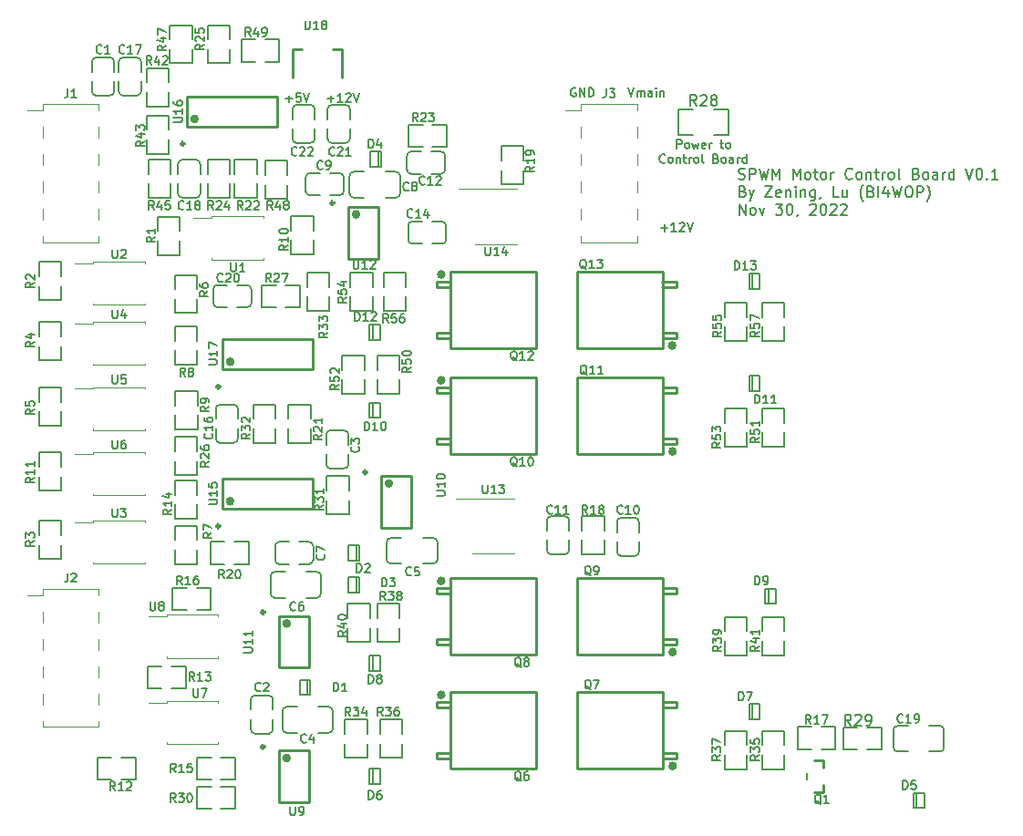
<source format=gbr>
%TF.GenerationSoftware,KiCad,Pcbnew,(5.1.10)-1*%
%TF.CreationDate,2022-11-30T22:02:34+08:00*%
%TF.ProjectId,motor_control,6d6f746f-725f-4636-9f6e-74726f6c2e6b,rev?*%
%TF.SameCoordinates,Original*%
%TF.FileFunction,Legend,Top*%
%TF.FilePolarity,Positive*%
%FSLAX46Y46*%
G04 Gerber Fmt 4.6, Leading zero omitted, Abs format (unit mm)*
G04 Created by KiCad (PCBNEW (5.1.10)-1) date 2022-11-30 22:02:34*
%MOMM*%
%LPD*%
G01*
G04 APERTURE LIST*
%ADD10C,0.150000*%
%ADD11C,0.200000*%
%ADD12C,0.254000*%
%ADD13C,0.400000*%
%ADD14C,0.300000*%
%ADD15C,0.120000*%
G04 APERTURE END LIST*
D10*
X62773809Y62313096D02*
X62773809Y63113096D01*
X63078571Y63113096D01*
X63154761Y63075000D01*
X63192857Y63036905D01*
X63230952Y62960715D01*
X63230952Y62846429D01*
X63192857Y62770239D01*
X63154761Y62732143D01*
X63078571Y62694048D01*
X62773809Y62694048D01*
X63688095Y62313096D02*
X63611904Y62351191D01*
X63573809Y62389286D01*
X63535714Y62465477D01*
X63535714Y62694048D01*
X63573809Y62770239D01*
X63611904Y62808334D01*
X63688095Y62846429D01*
X63802380Y62846429D01*
X63878571Y62808334D01*
X63916666Y62770239D01*
X63954761Y62694048D01*
X63954761Y62465477D01*
X63916666Y62389286D01*
X63878571Y62351191D01*
X63802380Y62313096D01*
X63688095Y62313096D01*
X64221428Y62846429D02*
X64373809Y62313096D01*
X64526190Y62694048D01*
X64678571Y62313096D01*
X64830952Y62846429D01*
X65440476Y62351191D02*
X65364285Y62313096D01*
X65211904Y62313096D01*
X65135714Y62351191D01*
X65097619Y62427381D01*
X65097619Y62732143D01*
X65135714Y62808334D01*
X65211904Y62846429D01*
X65364285Y62846429D01*
X65440476Y62808334D01*
X65478571Y62732143D01*
X65478571Y62655953D01*
X65097619Y62579762D01*
X65821428Y62313096D02*
X65821428Y62846429D01*
X65821428Y62694048D02*
X65859523Y62770239D01*
X65897619Y62808334D01*
X65973809Y62846429D01*
X66050000Y62846429D01*
X66811904Y62846429D02*
X67116666Y62846429D01*
X66926190Y63113096D02*
X66926190Y62427381D01*
X66964285Y62351191D01*
X67040476Y62313096D01*
X67116666Y62313096D01*
X67497619Y62313096D02*
X67421428Y62351191D01*
X67383333Y62389286D01*
X67345238Y62465477D01*
X67345238Y62694048D01*
X67383333Y62770239D01*
X67421428Y62808334D01*
X67497619Y62846429D01*
X67611904Y62846429D01*
X67688095Y62808334D01*
X67726190Y62770239D01*
X67764285Y62694048D01*
X67764285Y62465477D01*
X67726190Y62389286D01*
X67688095Y62351191D01*
X67611904Y62313096D01*
X67497619Y62313096D01*
X61688095Y61039286D02*
X61650000Y61001191D01*
X61535714Y60963096D01*
X61459523Y60963096D01*
X61345238Y61001191D01*
X61269047Y61077381D01*
X61230952Y61153572D01*
X61192857Y61305953D01*
X61192857Y61420239D01*
X61230952Y61572620D01*
X61269047Y61648810D01*
X61345238Y61725000D01*
X61459523Y61763096D01*
X61535714Y61763096D01*
X61650000Y61725000D01*
X61688095Y61686905D01*
X62145238Y60963096D02*
X62069047Y61001191D01*
X62030952Y61039286D01*
X61992857Y61115477D01*
X61992857Y61344048D01*
X62030952Y61420239D01*
X62069047Y61458334D01*
X62145238Y61496429D01*
X62259523Y61496429D01*
X62335714Y61458334D01*
X62373809Y61420239D01*
X62411904Y61344048D01*
X62411904Y61115477D01*
X62373809Y61039286D01*
X62335714Y61001191D01*
X62259523Y60963096D01*
X62145238Y60963096D01*
X62754761Y61496429D02*
X62754761Y60963096D01*
X62754761Y61420239D02*
X62792857Y61458334D01*
X62869047Y61496429D01*
X62983333Y61496429D01*
X63059523Y61458334D01*
X63097619Y61382143D01*
X63097619Y60963096D01*
X63364285Y61496429D02*
X63669047Y61496429D01*
X63478571Y61763096D02*
X63478571Y61077381D01*
X63516666Y61001191D01*
X63592857Y60963096D01*
X63669047Y60963096D01*
X63935714Y60963096D02*
X63935714Y61496429D01*
X63935714Y61344048D02*
X63973809Y61420239D01*
X64011904Y61458334D01*
X64088095Y61496429D01*
X64164285Y61496429D01*
X64545238Y60963096D02*
X64469047Y61001191D01*
X64430952Y61039286D01*
X64392857Y61115477D01*
X64392857Y61344048D01*
X64430952Y61420239D01*
X64469047Y61458334D01*
X64545238Y61496429D01*
X64659523Y61496429D01*
X64735714Y61458334D01*
X64773809Y61420239D01*
X64811904Y61344048D01*
X64811904Y61115477D01*
X64773809Y61039286D01*
X64735714Y61001191D01*
X64659523Y60963096D01*
X64545238Y60963096D01*
X65269047Y60963096D02*
X65192857Y61001191D01*
X65154761Y61077381D01*
X65154761Y61763096D01*
X66450000Y61382143D02*
X66564285Y61344048D01*
X66602380Y61305953D01*
X66640476Y61229762D01*
X66640476Y61115477D01*
X66602380Y61039286D01*
X66564285Y61001191D01*
X66488095Y60963096D01*
X66183333Y60963096D01*
X66183333Y61763096D01*
X66450000Y61763096D01*
X66526190Y61725000D01*
X66564285Y61686905D01*
X66602380Y61610715D01*
X66602380Y61534524D01*
X66564285Y61458334D01*
X66526190Y61420239D01*
X66450000Y61382143D01*
X66183333Y61382143D01*
X67097619Y60963096D02*
X67021428Y61001191D01*
X66983333Y61039286D01*
X66945238Y61115477D01*
X66945238Y61344048D01*
X66983333Y61420239D01*
X67021428Y61458334D01*
X67097619Y61496429D01*
X67211904Y61496429D01*
X67288095Y61458334D01*
X67326190Y61420239D01*
X67364285Y61344048D01*
X67364285Y61115477D01*
X67326190Y61039286D01*
X67288095Y61001191D01*
X67211904Y60963096D01*
X67097619Y60963096D01*
X68050000Y60963096D02*
X68050000Y61382143D01*
X68011904Y61458334D01*
X67935714Y61496429D01*
X67783333Y61496429D01*
X67707142Y61458334D01*
X68050000Y61001191D02*
X67973809Y60963096D01*
X67783333Y60963096D01*
X67707142Y61001191D01*
X67669047Y61077381D01*
X67669047Y61153572D01*
X67707142Y61229762D01*
X67783333Y61267858D01*
X67973809Y61267858D01*
X68050000Y61305953D01*
X68430952Y60963096D02*
X68430952Y61496429D01*
X68430952Y61344048D02*
X68469047Y61420239D01*
X68507142Y61458334D01*
X68583333Y61496429D01*
X68659523Y61496429D01*
X69269047Y60963096D02*
X69269047Y61763096D01*
X69269047Y61001191D02*
X69192857Y60963096D01*
X69040476Y60963096D01*
X68964285Y61001191D01*
X68926190Y61039286D01*
X68888095Y61115477D01*
X68888095Y61344048D01*
X68926190Y61420239D01*
X68964285Y61458334D01*
X69040476Y61496429D01*
X69192857Y61496429D01*
X69269047Y61458334D01*
X61340476Y54942858D02*
X61950000Y54942858D01*
X61645238Y54638096D02*
X61645238Y55247620D01*
X62750000Y54638096D02*
X62292857Y54638096D01*
X62521428Y54638096D02*
X62521428Y55438096D01*
X62445238Y55323810D01*
X62369047Y55247620D01*
X62292857Y55209524D01*
X63054761Y55361905D02*
X63092857Y55400000D01*
X63169047Y55438096D01*
X63359523Y55438096D01*
X63435714Y55400000D01*
X63473809Y55361905D01*
X63511904Y55285715D01*
X63511904Y55209524D01*
X63473809Y55095239D01*
X63016666Y54638096D01*
X63511904Y54638096D01*
X63740476Y55438096D02*
X64007142Y54638096D01*
X64273809Y55438096D01*
X58285714Y67938096D02*
X58552380Y67138096D01*
X58819047Y67938096D01*
X59085714Y67138096D02*
X59085714Y67671429D01*
X59085714Y67595239D02*
X59123809Y67633334D01*
X59200000Y67671429D01*
X59314285Y67671429D01*
X59390476Y67633334D01*
X59428571Y67557143D01*
X59428571Y67138096D01*
X59428571Y67557143D02*
X59466666Y67633334D01*
X59542857Y67671429D01*
X59657142Y67671429D01*
X59733333Y67633334D01*
X59771428Y67557143D01*
X59771428Y67138096D01*
X60495238Y67138096D02*
X60495238Y67557143D01*
X60457142Y67633334D01*
X60380952Y67671429D01*
X60228571Y67671429D01*
X60152380Y67633334D01*
X60495238Y67176191D02*
X60419047Y67138096D01*
X60228571Y67138096D01*
X60152380Y67176191D01*
X60114285Y67252381D01*
X60114285Y67328572D01*
X60152380Y67404762D01*
X60228571Y67442858D01*
X60419047Y67442858D01*
X60495238Y67480953D01*
X60876190Y67138096D02*
X60876190Y67671429D01*
X60876190Y67938096D02*
X60838095Y67900000D01*
X60876190Y67861905D01*
X60914285Y67900000D01*
X60876190Y67938096D01*
X60876190Y67861905D01*
X61257142Y67671429D02*
X61257142Y67138096D01*
X61257142Y67595239D02*
X61295238Y67633334D01*
X61371428Y67671429D01*
X61485714Y67671429D01*
X61561904Y67633334D01*
X61600000Y67557143D01*
X61600000Y67138096D01*
X53390476Y67900000D02*
X53314285Y67938096D01*
X53200000Y67938096D01*
X53085714Y67900000D01*
X53009523Y67823810D01*
X52971428Y67747620D01*
X52933333Y67595239D01*
X52933333Y67480953D01*
X52971428Y67328572D01*
X53009523Y67252381D01*
X53085714Y67176191D01*
X53200000Y67138096D01*
X53276190Y67138096D01*
X53390476Y67176191D01*
X53428571Y67214286D01*
X53428571Y67480953D01*
X53276190Y67480953D01*
X53771428Y67138096D02*
X53771428Y67938096D01*
X54228571Y67138096D01*
X54228571Y67938096D01*
X54609523Y67138096D02*
X54609523Y67938096D01*
X54800000Y67938096D01*
X54914285Y67900000D01*
X54990476Y67823810D01*
X55028571Y67747620D01*
X55066666Y67595239D01*
X55066666Y67480953D01*
X55028571Y67328572D01*
X54990476Y67252381D01*
X54914285Y67176191D01*
X54800000Y67138096D01*
X54609523Y67138096D01*
X26471428Y66942858D02*
X27080952Y66942858D01*
X26776190Y66638096D02*
X26776190Y67247620D01*
X27842857Y67438096D02*
X27461904Y67438096D01*
X27423809Y67057143D01*
X27461904Y67095239D01*
X27538095Y67133334D01*
X27728571Y67133334D01*
X27804761Y67095239D01*
X27842857Y67057143D01*
X27880952Y66980953D01*
X27880952Y66790477D01*
X27842857Y66714286D01*
X27804761Y66676191D01*
X27728571Y66638096D01*
X27538095Y66638096D01*
X27461904Y66676191D01*
X27423809Y66714286D01*
X28109523Y67438096D02*
X28376190Y66638096D01*
X28642857Y67438096D01*
X30340476Y66942858D02*
X30950000Y66942858D01*
X30645238Y66638096D02*
X30645238Y67247620D01*
X31750000Y66638096D02*
X31292857Y66638096D01*
X31521428Y66638096D02*
X31521428Y67438096D01*
X31445238Y67323810D01*
X31369047Y67247620D01*
X31292857Y67209524D01*
X32054761Y67361905D02*
X32092857Y67400000D01*
X32169047Y67438096D01*
X32359523Y67438096D01*
X32435714Y67400000D01*
X32473809Y67361905D01*
X32511904Y67285715D01*
X32511904Y67209524D01*
X32473809Y67095239D01*
X32016666Y66638096D01*
X32511904Y66638096D01*
X32740476Y67438096D02*
X33007142Y66638096D01*
X33273809Y67438096D01*
X68537976Y59495239D02*
X68680833Y59447620D01*
X68918928Y59447620D01*
X69014166Y59495239D01*
X69061785Y59542858D01*
X69109404Y59638096D01*
X69109404Y59733334D01*
X69061785Y59828572D01*
X69014166Y59876191D01*
X68918928Y59923810D01*
X68728452Y59971429D01*
X68633214Y60019048D01*
X68585595Y60066667D01*
X68537976Y60161905D01*
X68537976Y60257143D01*
X68585595Y60352381D01*
X68633214Y60400000D01*
X68728452Y60447620D01*
X68966547Y60447620D01*
X69109404Y60400000D01*
X69537976Y59447620D02*
X69537976Y60447620D01*
X69918928Y60447620D01*
X70014166Y60400000D01*
X70061785Y60352381D01*
X70109404Y60257143D01*
X70109404Y60114286D01*
X70061785Y60019048D01*
X70014166Y59971429D01*
X69918928Y59923810D01*
X69537976Y59923810D01*
X70442738Y60447620D02*
X70680833Y59447620D01*
X70871309Y60161905D01*
X71061785Y59447620D01*
X71299880Y60447620D01*
X71680833Y59447620D02*
X71680833Y60447620D01*
X72014166Y59733334D01*
X72347500Y60447620D01*
X72347500Y59447620D01*
X73585595Y59447620D02*
X73585595Y60447620D01*
X73918928Y59733334D01*
X74252261Y60447620D01*
X74252261Y59447620D01*
X74871309Y59447620D02*
X74776071Y59495239D01*
X74728452Y59542858D01*
X74680833Y59638096D01*
X74680833Y59923810D01*
X74728452Y60019048D01*
X74776071Y60066667D01*
X74871309Y60114286D01*
X75014166Y60114286D01*
X75109404Y60066667D01*
X75157023Y60019048D01*
X75204642Y59923810D01*
X75204642Y59638096D01*
X75157023Y59542858D01*
X75109404Y59495239D01*
X75014166Y59447620D01*
X74871309Y59447620D01*
X75490357Y60114286D02*
X75871309Y60114286D01*
X75633214Y60447620D02*
X75633214Y59590477D01*
X75680833Y59495239D01*
X75776071Y59447620D01*
X75871309Y59447620D01*
X76347500Y59447620D02*
X76252261Y59495239D01*
X76204642Y59542858D01*
X76157023Y59638096D01*
X76157023Y59923810D01*
X76204642Y60019048D01*
X76252261Y60066667D01*
X76347500Y60114286D01*
X76490357Y60114286D01*
X76585595Y60066667D01*
X76633214Y60019048D01*
X76680833Y59923810D01*
X76680833Y59638096D01*
X76633214Y59542858D01*
X76585595Y59495239D01*
X76490357Y59447620D01*
X76347500Y59447620D01*
X77109404Y59447620D02*
X77109404Y60114286D01*
X77109404Y59923810D02*
X77157023Y60019048D01*
X77204642Y60066667D01*
X77299880Y60114286D01*
X77395119Y60114286D01*
X79061785Y59542858D02*
X79014166Y59495239D01*
X78871309Y59447620D01*
X78776071Y59447620D01*
X78633214Y59495239D01*
X78537976Y59590477D01*
X78490357Y59685715D01*
X78442738Y59876191D01*
X78442738Y60019048D01*
X78490357Y60209524D01*
X78537976Y60304762D01*
X78633214Y60400000D01*
X78776071Y60447620D01*
X78871309Y60447620D01*
X79014166Y60400000D01*
X79061785Y60352381D01*
X79633214Y59447620D02*
X79537976Y59495239D01*
X79490357Y59542858D01*
X79442738Y59638096D01*
X79442738Y59923810D01*
X79490357Y60019048D01*
X79537976Y60066667D01*
X79633214Y60114286D01*
X79776071Y60114286D01*
X79871309Y60066667D01*
X79918928Y60019048D01*
X79966547Y59923810D01*
X79966547Y59638096D01*
X79918928Y59542858D01*
X79871309Y59495239D01*
X79776071Y59447620D01*
X79633214Y59447620D01*
X80395119Y60114286D02*
X80395119Y59447620D01*
X80395119Y60019048D02*
X80442738Y60066667D01*
X80537976Y60114286D01*
X80680833Y60114286D01*
X80776071Y60066667D01*
X80823690Y59971429D01*
X80823690Y59447620D01*
X81157023Y60114286D02*
X81537976Y60114286D01*
X81299880Y60447620D02*
X81299880Y59590477D01*
X81347500Y59495239D01*
X81442738Y59447620D01*
X81537976Y59447620D01*
X81871309Y59447620D02*
X81871309Y60114286D01*
X81871309Y59923810D02*
X81918928Y60019048D01*
X81966547Y60066667D01*
X82061785Y60114286D01*
X82157023Y60114286D01*
X82633214Y59447620D02*
X82537976Y59495239D01*
X82490357Y59542858D01*
X82442738Y59638096D01*
X82442738Y59923810D01*
X82490357Y60019048D01*
X82537976Y60066667D01*
X82633214Y60114286D01*
X82776071Y60114286D01*
X82871309Y60066667D01*
X82918928Y60019048D01*
X82966547Y59923810D01*
X82966547Y59638096D01*
X82918928Y59542858D01*
X82871309Y59495239D01*
X82776071Y59447620D01*
X82633214Y59447620D01*
X83537976Y59447620D02*
X83442738Y59495239D01*
X83395119Y59590477D01*
X83395119Y60447620D01*
X85014166Y59971429D02*
X85157023Y59923810D01*
X85204642Y59876191D01*
X85252261Y59780953D01*
X85252261Y59638096D01*
X85204642Y59542858D01*
X85157023Y59495239D01*
X85061785Y59447620D01*
X84680833Y59447620D01*
X84680833Y60447620D01*
X85014166Y60447620D01*
X85109404Y60400000D01*
X85157023Y60352381D01*
X85204642Y60257143D01*
X85204642Y60161905D01*
X85157023Y60066667D01*
X85109404Y60019048D01*
X85014166Y59971429D01*
X84680833Y59971429D01*
X85823690Y59447620D02*
X85728452Y59495239D01*
X85680833Y59542858D01*
X85633214Y59638096D01*
X85633214Y59923810D01*
X85680833Y60019048D01*
X85728452Y60066667D01*
X85823690Y60114286D01*
X85966547Y60114286D01*
X86061785Y60066667D01*
X86109404Y60019048D01*
X86157023Y59923810D01*
X86157023Y59638096D01*
X86109404Y59542858D01*
X86061785Y59495239D01*
X85966547Y59447620D01*
X85823690Y59447620D01*
X87014166Y59447620D02*
X87014166Y59971429D01*
X86966547Y60066667D01*
X86871309Y60114286D01*
X86680833Y60114286D01*
X86585595Y60066667D01*
X87014166Y59495239D02*
X86918928Y59447620D01*
X86680833Y59447620D01*
X86585595Y59495239D01*
X86537976Y59590477D01*
X86537976Y59685715D01*
X86585595Y59780953D01*
X86680833Y59828572D01*
X86918928Y59828572D01*
X87014166Y59876191D01*
X87490357Y59447620D02*
X87490357Y60114286D01*
X87490357Y59923810D02*
X87537976Y60019048D01*
X87585595Y60066667D01*
X87680833Y60114286D01*
X87776071Y60114286D01*
X88537976Y59447620D02*
X88537976Y60447620D01*
X88537976Y59495239D02*
X88442738Y59447620D01*
X88252261Y59447620D01*
X88157023Y59495239D01*
X88109404Y59542858D01*
X88061785Y59638096D01*
X88061785Y59923810D01*
X88109404Y60019048D01*
X88157023Y60066667D01*
X88252261Y60114286D01*
X88442738Y60114286D01*
X88537976Y60066667D01*
X89633214Y60447620D02*
X89966547Y59447620D01*
X90299880Y60447620D01*
X90823690Y60447620D02*
X90918928Y60447620D01*
X91014166Y60400000D01*
X91061785Y60352381D01*
X91109404Y60257143D01*
X91157023Y60066667D01*
X91157023Y59828572D01*
X91109404Y59638096D01*
X91061785Y59542858D01*
X91014166Y59495239D01*
X90918928Y59447620D01*
X90823690Y59447620D01*
X90728452Y59495239D01*
X90680833Y59542858D01*
X90633214Y59638096D01*
X90585595Y59828572D01*
X90585595Y60066667D01*
X90633214Y60257143D01*
X90680833Y60352381D01*
X90728452Y60400000D01*
X90823690Y60447620D01*
X91585595Y59542858D02*
X91633214Y59495239D01*
X91585595Y59447620D01*
X91537976Y59495239D01*
X91585595Y59542858D01*
X91585595Y59447620D01*
X92585595Y59447620D02*
X92014166Y59447620D01*
X92299880Y59447620D02*
X92299880Y60447620D01*
X92204642Y60304762D01*
X92109404Y60209524D01*
X92014166Y60161905D01*
X68918928Y58321429D02*
X69061785Y58273810D01*
X69109404Y58226191D01*
X69157023Y58130953D01*
X69157023Y57988096D01*
X69109404Y57892858D01*
X69061785Y57845239D01*
X68966547Y57797620D01*
X68585595Y57797620D01*
X68585595Y58797620D01*
X68918928Y58797620D01*
X69014166Y58750000D01*
X69061785Y58702381D01*
X69109404Y58607143D01*
X69109404Y58511905D01*
X69061785Y58416667D01*
X69014166Y58369048D01*
X68918928Y58321429D01*
X68585595Y58321429D01*
X69490357Y58464286D02*
X69728452Y57797620D01*
X69966547Y58464286D02*
X69728452Y57797620D01*
X69633214Y57559524D01*
X69585595Y57511905D01*
X69490357Y57464286D01*
X71014166Y58797620D02*
X71680833Y58797620D01*
X71014166Y57797620D01*
X71680833Y57797620D01*
X72442738Y57845239D02*
X72347500Y57797620D01*
X72157023Y57797620D01*
X72061785Y57845239D01*
X72014166Y57940477D01*
X72014166Y58321429D01*
X72061785Y58416667D01*
X72157023Y58464286D01*
X72347500Y58464286D01*
X72442738Y58416667D01*
X72490357Y58321429D01*
X72490357Y58226191D01*
X72014166Y58130953D01*
X72918928Y58464286D02*
X72918928Y57797620D01*
X72918928Y58369048D02*
X72966547Y58416667D01*
X73061785Y58464286D01*
X73204642Y58464286D01*
X73299880Y58416667D01*
X73347500Y58321429D01*
X73347500Y57797620D01*
X73823690Y57797620D02*
X73823690Y58464286D01*
X73823690Y58797620D02*
X73776071Y58750000D01*
X73823690Y58702381D01*
X73871309Y58750000D01*
X73823690Y58797620D01*
X73823690Y58702381D01*
X74299880Y58464286D02*
X74299880Y57797620D01*
X74299880Y58369048D02*
X74347500Y58416667D01*
X74442738Y58464286D01*
X74585595Y58464286D01*
X74680833Y58416667D01*
X74728452Y58321429D01*
X74728452Y57797620D01*
X75633214Y58464286D02*
X75633214Y57654762D01*
X75585595Y57559524D01*
X75537976Y57511905D01*
X75442738Y57464286D01*
X75299880Y57464286D01*
X75204642Y57511905D01*
X75633214Y57845239D02*
X75537976Y57797620D01*
X75347500Y57797620D01*
X75252261Y57845239D01*
X75204642Y57892858D01*
X75157023Y57988096D01*
X75157023Y58273810D01*
X75204642Y58369048D01*
X75252261Y58416667D01*
X75347500Y58464286D01*
X75537976Y58464286D01*
X75633214Y58416667D01*
X76157023Y57845239D02*
X76157023Y57797620D01*
X76109404Y57702381D01*
X76061785Y57654762D01*
X77823690Y57797620D02*
X77347500Y57797620D01*
X77347500Y58797620D01*
X78585595Y58464286D02*
X78585595Y57797620D01*
X78157023Y58464286D02*
X78157023Y57940477D01*
X78204642Y57845239D01*
X78299880Y57797620D01*
X78442738Y57797620D01*
X78537976Y57845239D01*
X78585595Y57892858D01*
X80109404Y57416667D02*
X80061785Y57464286D01*
X79966547Y57607143D01*
X79918928Y57702381D01*
X79871309Y57845239D01*
X79823690Y58083334D01*
X79823690Y58273810D01*
X79871309Y58511905D01*
X79918928Y58654762D01*
X79966547Y58750000D01*
X80061785Y58892858D01*
X80109404Y58940477D01*
X80823690Y58321429D02*
X80966547Y58273810D01*
X81014166Y58226191D01*
X81061785Y58130953D01*
X81061785Y57988096D01*
X81014166Y57892858D01*
X80966547Y57845239D01*
X80871309Y57797620D01*
X80490357Y57797620D01*
X80490357Y58797620D01*
X80823690Y58797620D01*
X80918928Y58750000D01*
X80966547Y58702381D01*
X81014166Y58607143D01*
X81014166Y58511905D01*
X80966547Y58416667D01*
X80918928Y58369048D01*
X80823690Y58321429D01*
X80490357Y58321429D01*
X81490357Y57797620D02*
X81490357Y58797620D01*
X82395119Y58464286D02*
X82395119Y57797620D01*
X82157023Y58845239D02*
X81918928Y58130953D01*
X82537976Y58130953D01*
X82823690Y58797620D02*
X83061785Y57797620D01*
X83252261Y58511905D01*
X83442738Y57797620D01*
X83680833Y58797620D01*
X84252261Y58797620D02*
X84442738Y58797620D01*
X84537976Y58750000D01*
X84633214Y58654762D01*
X84680833Y58464286D01*
X84680833Y58130953D01*
X84633214Y57940477D01*
X84537976Y57845239D01*
X84442738Y57797620D01*
X84252261Y57797620D01*
X84157023Y57845239D01*
X84061785Y57940477D01*
X84014166Y58130953D01*
X84014166Y58464286D01*
X84061785Y58654762D01*
X84157023Y58750000D01*
X84252261Y58797620D01*
X85109404Y57797620D02*
X85109404Y58797620D01*
X85490357Y58797620D01*
X85585595Y58750000D01*
X85633214Y58702381D01*
X85680833Y58607143D01*
X85680833Y58464286D01*
X85633214Y58369048D01*
X85585595Y58321429D01*
X85490357Y58273810D01*
X85109404Y58273810D01*
X86014166Y57416667D02*
X86061785Y57464286D01*
X86157023Y57607143D01*
X86204642Y57702381D01*
X86252261Y57845239D01*
X86299880Y58083334D01*
X86299880Y58273810D01*
X86252261Y58511905D01*
X86204642Y58654762D01*
X86157023Y58750000D01*
X86061785Y58892858D01*
X86014166Y58940477D01*
X68585595Y56147620D02*
X68585595Y57147620D01*
X69157023Y56147620D01*
X69157023Y57147620D01*
X69776071Y56147620D02*
X69680833Y56195239D01*
X69633214Y56242858D01*
X69585595Y56338096D01*
X69585595Y56623810D01*
X69633214Y56719048D01*
X69680833Y56766667D01*
X69776071Y56814286D01*
X69918928Y56814286D01*
X70014166Y56766667D01*
X70061785Y56719048D01*
X70109404Y56623810D01*
X70109404Y56338096D01*
X70061785Y56242858D01*
X70014166Y56195239D01*
X69918928Y56147620D01*
X69776071Y56147620D01*
X70442738Y56814286D02*
X70680833Y56147620D01*
X70918928Y56814286D01*
X71966547Y57147620D02*
X72585595Y57147620D01*
X72252261Y56766667D01*
X72395119Y56766667D01*
X72490357Y56719048D01*
X72537976Y56671429D01*
X72585595Y56576191D01*
X72585595Y56338096D01*
X72537976Y56242858D01*
X72490357Y56195239D01*
X72395119Y56147620D01*
X72109404Y56147620D01*
X72014166Y56195239D01*
X71966547Y56242858D01*
X73204642Y57147620D02*
X73299880Y57147620D01*
X73395119Y57100000D01*
X73442738Y57052381D01*
X73490357Y56957143D01*
X73537976Y56766667D01*
X73537976Y56528572D01*
X73490357Y56338096D01*
X73442738Y56242858D01*
X73395119Y56195239D01*
X73299880Y56147620D01*
X73204642Y56147620D01*
X73109404Y56195239D01*
X73061785Y56242858D01*
X73014166Y56338096D01*
X72966547Y56528572D01*
X72966547Y56766667D01*
X73014166Y56957143D01*
X73061785Y57052381D01*
X73109404Y57100000D01*
X73204642Y57147620D01*
X74014166Y56195239D02*
X74014166Y56147620D01*
X73966547Y56052381D01*
X73918928Y56004762D01*
X75157023Y57052381D02*
X75204642Y57100000D01*
X75299880Y57147620D01*
X75537976Y57147620D01*
X75633214Y57100000D01*
X75680833Y57052381D01*
X75728452Y56957143D01*
X75728452Y56861905D01*
X75680833Y56719048D01*
X75109404Y56147620D01*
X75728452Y56147620D01*
X76347500Y57147620D02*
X76442738Y57147620D01*
X76537976Y57100000D01*
X76585595Y57052381D01*
X76633214Y56957143D01*
X76680833Y56766667D01*
X76680833Y56528572D01*
X76633214Y56338096D01*
X76585595Y56242858D01*
X76537976Y56195239D01*
X76442738Y56147620D01*
X76347500Y56147620D01*
X76252261Y56195239D01*
X76204642Y56242858D01*
X76157023Y56338096D01*
X76109404Y56528572D01*
X76109404Y56766667D01*
X76157023Y56957143D01*
X76204642Y57052381D01*
X76252261Y57100000D01*
X76347500Y57147620D01*
X77061785Y57052381D02*
X77109404Y57100000D01*
X77204642Y57147620D01*
X77442738Y57147620D01*
X77537976Y57100000D01*
X77585595Y57052381D01*
X77633214Y56957143D01*
X77633214Y56861905D01*
X77585595Y56719048D01*
X77014166Y56147620D01*
X77633214Y56147620D01*
X78014166Y57052381D02*
X78061785Y57100000D01*
X78157023Y57147620D01*
X78395119Y57147620D01*
X78490357Y57100000D01*
X78537976Y57052381D01*
X78585595Y56957143D01*
X78585595Y56861905D01*
X78537976Y56719048D01*
X77966547Y56147620D01*
X78585595Y56147620D01*
D11*
%TO.C,R29*%
X81770000Y6465000D02*
X81770000Y8535000D01*
X78230000Y6465000D02*
X78230000Y8535000D01*
X78230000Y6465000D02*
X79550000Y6465000D01*
X80450000Y6465000D02*
X81770000Y6465000D01*
X80450000Y8535000D02*
X81770000Y8535000D01*
X78230000Y8535000D02*
X79550000Y8535000D01*
%TO.C,R28*%
X62895000Y65950000D02*
X64250000Y65950000D01*
X67605000Y63550000D02*
X67605000Y65950000D01*
X62895000Y63550000D02*
X62895000Y65950000D01*
X62895000Y63550000D02*
X64250000Y63550000D01*
X66250000Y63550000D02*
X67605000Y63550000D01*
X66250000Y65950000D02*
X67605000Y65950000D01*
%TO.C,R25*%
X21285000Y73770000D02*
X21285000Y72450000D01*
X21285000Y71550000D02*
X21285000Y70230000D01*
X19215000Y71550000D02*
X19215000Y70230000D01*
X19215000Y73770000D02*
X19215000Y72450000D01*
X19215000Y73770000D02*
X21285000Y73770000D01*
X19215000Y70230000D02*
X21285000Y70230000D01*
%TO.C,R24*%
X19215000Y57730000D02*
X19215000Y59050000D01*
X19215000Y59950000D02*
X19215000Y61270000D01*
X21285000Y59950000D02*
X21285000Y61270000D01*
X21285000Y57730000D02*
X21285000Y59050000D01*
X21285000Y57730000D02*
X19215000Y57730000D01*
X21285000Y61270000D02*
X19215000Y61270000D01*
%TO.C,R23*%
X37870000Y64535000D02*
X39190000Y64535000D01*
X40090000Y64535000D02*
X41410000Y64535000D01*
X40090000Y62465000D02*
X41410000Y62465000D01*
X37870000Y62465000D02*
X39190000Y62465000D01*
X37870000Y62465000D02*
X37870000Y64535000D01*
X41410000Y62465000D02*
X41410000Y64535000D01*
%TO.C,R22*%
X23785000Y61270000D02*
X23785000Y59950000D01*
X23785000Y59050000D02*
X23785000Y57730000D01*
X21715000Y59050000D02*
X21715000Y57730000D01*
X21715000Y61270000D02*
X21715000Y59950000D01*
X21715000Y61270000D02*
X23785000Y61270000D01*
X21715000Y57730000D02*
X23785000Y57730000D01*
%TO.C,Q1*%
X74850000Y4300000D02*
X74850000Y3700000D01*
D12*
X76400000Y5460000D02*
X76400000Y4800000D01*
X76400000Y5460000D02*
X75585000Y5460000D01*
X76400000Y2540000D02*
X75585000Y2540000D01*
X76400000Y3200000D02*
X76400000Y2540000D01*
X76400000Y3200000D02*
X76400000Y2540000D01*
X76400000Y3200000D02*
X76400000Y2540000D01*
%TO.C,U18*%
X27100000Y71500000D02*
X27100000Y68900000D01*
X27100000Y71500000D02*
X28000000Y71500000D01*
X31700000Y71500000D02*
X31700000Y68900000D01*
X30800000Y71500000D02*
X31700000Y71500000D01*
D11*
%TO.C,C22*%
X27494999Y66370000D02*
X28764999Y66370000D01*
X27094999Y65970000D02*
X27094999Y65050000D01*
X27494999Y62830000D02*
X28764999Y62830000D01*
X27094999Y64150000D02*
X27094999Y63230000D01*
X29164999Y64150000D02*
X29164999Y63230000D01*
X29164999Y65970000D02*
X29164999Y65050000D01*
X28765009Y66370000D02*
G75*
G02*
X29165009Y65970000I0J-400000D01*
G01*
X27094999Y65970000D02*
G75*
G02*
X27494999Y66370000I400000J0D01*
G01*
X27494999Y62830000D02*
G75*
G02*
X27094999Y63230000I0J400000D01*
G01*
X29164999Y63230000D02*
G75*
G02*
X28764999Y62830000I-400000J0D01*
G01*
%TO.C,C21*%
X30765001Y66370000D02*
X32035001Y66370000D01*
X30365001Y65970000D02*
X30365001Y65050000D01*
X30765001Y62830000D02*
X32035001Y62830000D01*
X30365001Y64150000D02*
X30365001Y63230000D01*
X32435001Y64150000D02*
X32435001Y63230000D01*
X32435001Y65970000D02*
X32435001Y65050000D01*
X32035011Y66370000D02*
G75*
G02*
X32435011Y65970000I0J-400000D01*
G01*
X30365001Y65970000D02*
G75*
G02*
X30765001Y66370000I400000J0D01*
G01*
X30765001Y62830000D02*
G75*
G02*
X30365001Y63230000I0J400000D01*
G01*
X32435001Y63230000D02*
G75*
G02*
X32035001Y62830000I-400000J0D01*
G01*
D12*
%TO.C,U17*%
X29000000Y41800000D02*
X29000000Y44600000D01*
X20600000Y41800000D02*
X20600000Y44600000D01*
X20600000Y44600000D02*
X29000000Y44600000D01*
X20600000Y41800000D02*
X29000000Y41800000D01*
D13*
X21500000Y42500000D02*
G75*
G03*
X21500000Y42500000I-200000J0D01*
G01*
D14*
X20350000Y40200000D02*
G75*
G03*
X20350000Y40200000I-150000J0D01*
G01*
D11*
%TO.C,R27*%
X24230000Y49635000D02*
X25550000Y49635000D01*
X26450000Y49635000D02*
X27770000Y49635000D01*
X26450000Y47565000D02*
X27770000Y47565000D01*
X24230000Y47565000D02*
X25550000Y47565000D01*
X24230000Y47565000D02*
X24230000Y49635000D01*
X27770000Y47565000D02*
X27770000Y49635000D01*
%TO.C,R26*%
X18235000Y35520000D02*
X18235000Y34200000D01*
X18235000Y33300000D02*
X18235000Y31980000D01*
X16165000Y33300000D02*
X16165000Y31980000D01*
X16165000Y35520000D02*
X16165000Y34200000D01*
X16165000Y35520000D02*
X18235000Y35520000D01*
X16165000Y31980000D02*
X18235000Y31980000D01*
%TO.C,C20*%
X19730000Y47965000D02*
X19730000Y49235000D01*
X20130000Y47565000D02*
X21050000Y47565000D01*
X23270000Y47965000D02*
X23270000Y49235000D01*
X21950000Y47565000D02*
X22870000Y47565000D01*
X21950000Y49635000D02*
X22870000Y49635000D01*
X20130000Y49635000D02*
X21050000Y49635000D01*
X19730000Y49235010D02*
G75*
G02*
X20130000Y49635010I400000J0D01*
G01*
X20130000Y47565000D02*
G75*
G02*
X19730000Y47965000I0J400000D01*
G01*
X23270000Y47965000D02*
G75*
G02*
X22870000Y47565000I-400000J0D01*
G01*
X22870000Y49635000D02*
G75*
G02*
X23270000Y49235000I0J-400000D01*
G01*
D12*
%TO.C,Q13*%
X53500000Y50883019D02*
X61450000Y50883019D01*
X53500000Y43737019D02*
X61450000Y43737019D01*
X61450000Y43737019D02*
X61450000Y50883019D01*
X61450000Y45210019D02*
X62750000Y45210019D01*
X62750000Y44710019D02*
X62750000Y45210019D01*
X61450000Y44710019D02*
X62750000Y44710019D01*
X53500000Y43737019D02*
X53500000Y50883019D01*
X61445830Y49932559D02*
X62745830Y49932559D01*
X62745830Y49432569D02*
X62745830Y49932559D01*
X61445830Y49432569D02*
X62745830Y49432569D01*
D13*
X62550000Y44010019D02*
G75*
G03*
X62550000Y44010019I-200000J0D01*
G01*
D12*
%TO.C,Q12*%
X49750000Y43737019D02*
X41800000Y43737019D01*
X49750000Y50883019D02*
X41800000Y50883019D01*
X41800000Y50883019D02*
X41800000Y43737019D01*
X41800000Y49410019D02*
X40500000Y49410019D01*
X40500000Y49910019D02*
X40500000Y49410019D01*
X41800000Y49910019D02*
X40500000Y49910019D01*
X49750000Y50883019D02*
X49750000Y43737019D01*
X41804170Y44687479D02*
X40504170Y44687479D01*
X40504170Y45187469D02*
X40504170Y44687479D01*
X41804170Y45187469D02*
X40504170Y45187469D01*
D13*
X41100000Y50610019D02*
G75*
G03*
X41100000Y50610019I-200000J0D01*
G01*
D12*
%TO.C,Q11*%
X53550000Y41054680D02*
X61500000Y41054680D01*
X53550000Y33908680D02*
X61500000Y33908680D01*
X61500000Y33908680D02*
X61500000Y41054680D01*
X61500000Y35381680D02*
X62800000Y35381680D01*
X62800000Y34881680D02*
X62800000Y35381680D01*
X61500000Y34881680D02*
X62800000Y34881680D01*
X53550000Y33908680D02*
X53550000Y41054680D01*
X61495830Y40104220D02*
X62795830Y40104220D01*
X62795830Y39604230D02*
X62795830Y40104220D01*
X61495830Y39604230D02*
X62795830Y39604230D01*
D13*
X62600000Y34181680D02*
G75*
G03*
X62600000Y34181680I-200000J0D01*
G01*
D12*
%TO.C,Q10*%
X49750000Y33908680D02*
X41800000Y33908680D01*
X49750000Y41054680D02*
X41800000Y41054680D01*
X41800000Y41054680D02*
X41800000Y33908680D01*
X41800000Y39581680D02*
X40500000Y39581680D01*
X40500000Y40081680D02*
X40500000Y39581680D01*
X41800000Y40081680D02*
X40500000Y40081680D01*
X49750000Y41054680D02*
X49750000Y33908680D01*
X41804170Y34859140D02*
X40504170Y34859140D01*
X40504170Y35359130D02*
X40504170Y34859140D01*
X41804170Y35359130D02*
X40504170Y35359130D01*
D13*
X41100000Y40781680D02*
G75*
G03*
X41100000Y40781680I-200000J0D01*
G01*
D12*
%TO.C,Q9*%
X53550000Y22426341D02*
X61500000Y22426341D01*
X53550000Y15280341D02*
X61500000Y15280341D01*
X61500000Y15280341D02*
X61500000Y22426341D01*
X61500000Y16753341D02*
X62800000Y16753341D01*
X62800000Y16253341D02*
X62800000Y16753341D01*
X61500000Y16253341D02*
X62800000Y16253341D01*
X53550000Y15280341D02*
X53550000Y22426341D01*
X61495830Y21475881D02*
X62795830Y21475881D01*
X62795830Y20975891D02*
X62795830Y21475881D01*
X61495830Y20975891D02*
X62795830Y20975891D01*
D13*
X62600000Y15553341D02*
G75*
G03*
X62600000Y15553341I-200000J0D01*
G01*
D12*
%TO.C,Q8*%
X49750000Y15280341D02*
X41800000Y15280341D01*
X49750000Y22426341D02*
X41800000Y22426341D01*
X41800000Y22426341D02*
X41800000Y15280341D01*
X41800000Y20953341D02*
X40500000Y20953341D01*
X40500000Y21453341D02*
X40500000Y20953341D01*
X41800000Y21453341D02*
X40500000Y21453341D01*
X49750000Y22426341D02*
X49750000Y15280341D01*
X41804170Y16230801D02*
X40504170Y16230801D01*
X40504170Y16730791D02*
X40504170Y16230801D01*
X41804170Y16730791D02*
X40504170Y16730791D01*
D13*
X41100000Y22153341D02*
G75*
G03*
X41100000Y22153341I-200000J0D01*
G01*
D12*
%TO.C,Q7*%
X53550000Y11848000D02*
X61500000Y11848000D01*
X53550000Y4702000D02*
X61500000Y4702000D01*
X61500000Y4702000D02*
X61500000Y11848000D01*
X61500000Y6175000D02*
X62800000Y6175000D01*
X62800000Y5675000D02*
X62800000Y6175000D01*
X61500000Y5675000D02*
X62800000Y5675000D01*
X53550000Y4702000D02*
X53550000Y11848000D01*
X61495830Y10897540D02*
X62795830Y10897540D01*
X62795830Y10397550D02*
X62795830Y10897540D01*
X61495830Y10397550D02*
X62795830Y10397550D01*
D13*
X62600000Y4975000D02*
G75*
G03*
X62600000Y4975000I-200000J0D01*
G01*
D12*
%TO.C,Q6*%
X49750000Y4702000D02*
X41800000Y4702000D01*
X49750000Y11848000D02*
X41800000Y11848000D01*
X41800000Y11848000D02*
X41800000Y4702000D01*
X41800000Y10375000D02*
X40500000Y10375000D01*
X40500000Y10875000D02*
X40500000Y10375000D01*
X41800000Y10875000D02*
X40500000Y10875000D01*
X49750000Y11848000D02*
X49750000Y4702000D01*
X41804170Y5652460D02*
X40504170Y5652460D01*
X40504170Y6152450D02*
X40504170Y5652460D01*
X41804170Y6152450D02*
X40504170Y6152450D01*
D13*
X41100000Y11575000D02*
G75*
G03*
X41100000Y11575000I-200000J0D01*
G01*
D11*
%TO.C,C1*%
X10135000Y67230000D02*
X8865000Y67230000D01*
X10535000Y67630000D02*
X10535000Y68550000D01*
X10135000Y70770000D02*
X8865000Y70770000D01*
X10535000Y69450000D02*
X10535000Y70370000D01*
X8465000Y69450000D02*
X8465000Y70370000D01*
X8465000Y67630000D02*
X8465000Y68550000D01*
X8864990Y67230000D02*
G75*
G02*
X8464990Y67630000I0J400000D01*
G01*
X10535000Y67630000D02*
G75*
G02*
X10135000Y67230000I-400000J0D01*
G01*
X10135000Y70770000D02*
G75*
G02*
X10535000Y70370000I0J-400000D01*
G01*
X8465000Y70370000D02*
G75*
G02*
X8865000Y70770000I400000J0D01*
G01*
D15*
%TO.C,J3*%
X59100000Y56700000D02*
X59100000Y55680000D01*
X53900000Y56700000D02*
X53900000Y55680000D01*
X59100000Y59240000D02*
X59100000Y58220000D01*
X53900000Y59240000D02*
X53900000Y58220000D01*
X59100000Y61780000D02*
X59100000Y60760000D01*
X53900000Y61780000D02*
X53900000Y60760000D01*
X59100000Y64320000D02*
X59100000Y63300000D01*
X53900000Y64320000D02*
X53900000Y63300000D01*
X59100000Y54160000D02*
X59100000Y53590000D01*
X53900000Y54160000D02*
X53900000Y53590000D01*
X59100000Y66410000D02*
X59100000Y65840000D01*
X53900000Y66410000D02*
X53900000Y65840000D01*
X52460000Y65840000D02*
X53900000Y65840000D01*
X53900000Y53590000D02*
X59100000Y53590000D01*
X53900000Y66410000D02*
X59100000Y66410000D01*
%TO.C,J2*%
X9100000Y11700000D02*
X9100000Y10680000D01*
X3900000Y11700000D02*
X3900000Y10680000D01*
X9100000Y14240000D02*
X9100000Y13220000D01*
X3900000Y14240000D02*
X3900000Y13220000D01*
X9100000Y16780000D02*
X9100000Y15760000D01*
X3900000Y16780000D02*
X3900000Y15760000D01*
X9100000Y19320000D02*
X9100000Y18300000D01*
X3900000Y19320000D02*
X3900000Y18300000D01*
X9100000Y9160000D02*
X9100000Y8590000D01*
X3900000Y9160000D02*
X3900000Y8590000D01*
X9100000Y21410000D02*
X9100000Y20840000D01*
X3900000Y21410000D02*
X3900000Y20840000D01*
X2460000Y20840000D02*
X3900000Y20840000D01*
X3900000Y8590000D02*
X9100000Y8590000D01*
X3900000Y21410000D02*
X9100000Y21410000D01*
%TO.C,J1*%
X9100000Y56700000D02*
X9100000Y55680000D01*
X3900000Y56700000D02*
X3900000Y55680000D01*
X9100000Y59240000D02*
X9100000Y58220000D01*
X3900000Y59240000D02*
X3900000Y58220000D01*
X9100000Y61780000D02*
X9100000Y60760000D01*
X3900000Y61780000D02*
X3900000Y60760000D01*
X9100000Y64320000D02*
X9100000Y63300000D01*
X3900000Y64320000D02*
X3900000Y63300000D01*
X9100000Y54160000D02*
X9100000Y53590000D01*
X3900000Y54160000D02*
X3900000Y53590000D01*
X9100000Y66410000D02*
X9100000Y65840000D01*
X3900000Y66410000D02*
X3900000Y65840000D01*
X2460000Y65840000D02*
X3900000Y65840000D01*
X3900000Y53590000D02*
X9100000Y53590000D01*
X3900000Y66410000D02*
X9100000Y66410000D01*
D12*
%TO.C,U16*%
X25700000Y64350000D02*
X25700000Y67150000D01*
X17300000Y64350000D02*
X17300000Y67150000D01*
X17300000Y67150000D02*
X25700000Y67150000D01*
X17300000Y64350000D02*
X25700000Y64350000D01*
D13*
X18200000Y65050000D02*
G75*
G03*
X18200000Y65050000I-200000J0D01*
G01*
D14*
X17050000Y62750000D02*
G75*
G03*
X17050000Y62750000I-150000J0D01*
G01*
D12*
%TO.C,U15*%
X29000000Y28850000D02*
X29000000Y31650000D01*
X20600000Y28850000D02*
X20600000Y31650000D01*
X20600000Y31650000D02*
X29000000Y31650000D01*
X20600000Y28850000D02*
X29000000Y28850000D01*
D13*
X21500000Y29550000D02*
G75*
G03*
X21500000Y29550000I-200000J0D01*
G01*
D14*
X20350000Y27250000D02*
G75*
G03*
X20350000Y27250000I-150000J0D01*
G01*
D15*
%TO.C,U14*%
X46000000Y58560000D02*
X42550000Y58560000D01*
X46000000Y58560000D02*
X47950000Y58560000D01*
X46000000Y53440000D02*
X44050000Y53440000D01*
X46000000Y53440000D02*
X47950000Y53440000D01*
%TO.C,U13*%
X45750000Y29810000D02*
X42300000Y29810000D01*
X45750000Y29810000D02*
X47700000Y29810000D01*
X45750000Y24690000D02*
X43800000Y24690000D01*
X45750000Y24690000D02*
X47700000Y24690000D01*
D12*
%TO.C,U12*%
X32300000Y56900000D02*
X32300000Y52100000D01*
X35100000Y56900000D02*
X35100000Y52100000D01*
X32300000Y56900000D02*
X35100000Y56900000D01*
X32300000Y52100000D02*
X35100000Y52100000D01*
D14*
X30950000Y57250000D02*
G75*
G03*
X30950000Y57250000I-150000J0D01*
G01*
D13*
X33200000Y56200000D02*
G75*
G03*
X33200000Y56200000I-200000J0D01*
G01*
D12*
%TO.C,U11*%
X25850000Y18900000D02*
X25850000Y14100000D01*
X28650000Y18900000D02*
X28650000Y14100000D01*
X25850000Y18900000D02*
X28650000Y18900000D01*
X25850000Y14100000D02*
X28650000Y14100000D01*
D14*
X24500000Y19250000D02*
G75*
G03*
X24500000Y19250000I-150000J0D01*
G01*
D13*
X26750000Y18200000D02*
G75*
G03*
X26750000Y18200000I-200000J0D01*
G01*
D12*
%TO.C,U10*%
X35350000Y31900000D02*
X35350000Y27100000D01*
X38150000Y31900000D02*
X38150000Y27100000D01*
X35350000Y31900000D02*
X38150000Y31900000D01*
X35350000Y27100000D02*
X38150000Y27100000D01*
D14*
X34000000Y32250000D02*
G75*
G03*
X34000000Y32250000I-150000J0D01*
G01*
D13*
X36250000Y31200000D02*
G75*
G03*
X36250000Y31200000I-200000J0D01*
G01*
D12*
%TO.C,U9*%
X25850000Y6400000D02*
X25850000Y1600000D01*
X28650000Y6400000D02*
X28650000Y1600000D01*
X25850000Y6400000D02*
X28650000Y6400000D01*
X25850000Y1600000D02*
X28650000Y1600000D01*
D14*
X24500000Y6750000D02*
G75*
G03*
X24500000Y6750000I-150000J0D01*
G01*
D13*
X26750000Y5700000D02*
G75*
G03*
X26750000Y5700000I-200000J0D01*
G01*
D15*
%TO.C,U8*%
X20200000Y19000000D02*
X20200000Y18850000D01*
X15400000Y19000000D02*
X20200000Y19000000D01*
X15400000Y18850000D02*
X15400000Y19000000D01*
X15400000Y15000000D02*
X15400000Y15150000D01*
X20200000Y15000000D02*
X15400000Y15000000D01*
X20200000Y15150000D02*
X20200000Y15000000D01*
X15400000Y18850000D02*
X13700000Y18850000D01*
%TO.C,U7*%
X20200000Y11000000D02*
X20200000Y10850000D01*
X15400000Y11000000D02*
X20200000Y11000000D01*
X15400000Y10850000D02*
X15400000Y11000000D01*
X15400000Y7000000D02*
X15400000Y7150000D01*
X20200000Y7000000D02*
X15400000Y7000000D01*
X20200000Y7150000D02*
X20200000Y7000000D01*
X15400000Y10850000D02*
X13700000Y10850000D01*
%TO.C,U6*%
X13400000Y34100000D02*
X13400000Y33950000D01*
X8600000Y34100000D02*
X13400000Y34100000D01*
X8600000Y33950000D02*
X8600000Y34100000D01*
X8600000Y30100000D02*
X8600000Y30250000D01*
X13400000Y30100000D02*
X8600000Y30100000D01*
X13400000Y30250000D02*
X13400000Y30100000D01*
X8600000Y33950000D02*
X6900000Y33950000D01*
%TO.C,U5*%
X13400000Y40150000D02*
X13400000Y40000000D01*
X8600000Y40150000D02*
X13400000Y40150000D01*
X8600000Y40000000D02*
X8600000Y40150000D01*
X8600000Y36150000D02*
X8600000Y36300000D01*
X13400000Y36150000D02*
X8600000Y36150000D01*
X13400000Y36300000D02*
X13400000Y36150000D01*
X8600000Y40000000D02*
X6900000Y40000000D01*
%TO.C,U4*%
X13400000Y46200000D02*
X13400000Y46050000D01*
X8600000Y46200000D02*
X13400000Y46200000D01*
X8600000Y46050000D02*
X8600000Y46200000D01*
X8600000Y42200000D02*
X8600000Y42350000D01*
X13400000Y42200000D02*
X8600000Y42200000D01*
X13400000Y42350000D02*
X13400000Y42200000D01*
X8600000Y46050000D02*
X6900000Y46050000D01*
%TO.C,U3*%
X13400000Y27750000D02*
X13400000Y27600000D01*
X8600000Y27750000D02*
X13400000Y27750000D01*
X8600000Y27600000D02*
X8600000Y27750000D01*
X8600000Y23750000D02*
X8600000Y23900000D01*
X13400000Y23750000D02*
X8600000Y23750000D01*
X13400000Y23900000D02*
X13400000Y23750000D01*
X8600000Y27600000D02*
X6900000Y27600000D01*
%TO.C,U2*%
X13400000Y51800000D02*
X13400000Y51650000D01*
X8600000Y51800000D02*
X13400000Y51800000D01*
X8600000Y51650000D02*
X8600000Y51800000D01*
X8600000Y47800000D02*
X8600000Y47950000D01*
X13400000Y47800000D02*
X8600000Y47800000D01*
X13400000Y47950000D02*
X13400000Y47800000D01*
X8600000Y51650000D02*
X6900000Y51650000D01*
%TO.C,U1*%
X24400000Y56000000D02*
X24400000Y55850000D01*
X19600000Y56000000D02*
X24400000Y56000000D01*
X19600000Y55850000D02*
X19600000Y56000000D01*
X19600000Y52000000D02*
X19600000Y52150000D01*
X24400000Y52000000D02*
X19600000Y52000000D01*
X24400000Y52150000D02*
X24400000Y52000000D01*
X19600000Y55850000D02*
X17900000Y55850000D01*
D11*
%TO.C,R57*%
X70715000Y44460019D02*
X70715000Y45780019D01*
X70715000Y46680019D02*
X70715000Y48000019D01*
X72785000Y46680019D02*
X72785000Y48000019D01*
X72785000Y44460019D02*
X72785000Y45780019D01*
X72785000Y44460019D02*
X70715000Y44460019D01*
X72785000Y48000019D02*
X70715000Y48000019D01*
%TO.C,R56*%
X37635000Y50770000D02*
X37635000Y49450000D01*
X37635000Y48550000D02*
X37635000Y47230000D01*
X35565000Y48550000D02*
X35565000Y47230000D01*
X35565000Y50770000D02*
X35565000Y49450000D01*
X35565000Y50770000D02*
X37635000Y50770000D01*
X35565000Y47230000D02*
X37635000Y47230000D01*
%TO.C,R55*%
X67215000Y44460019D02*
X67215000Y45780019D01*
X67215000Y46680019D02*
X67215000Y48000019D01*
X69285000Y46680019D02*
X69285000Y48000019D01*
X69285000Y44460019D02*
X69285000Y45780019D01*
X69285000Y44460019D02*
X67215000Y44460019D01*
X69285000Y48000019D02*
X67215000Y48000019D01*
%TO.C,R54*%
X34535000Y50770000D02*
X34535000Y49450000D01*
X34535000Y48550000D02*
X34535000Y47230000D01*
X32465000Y48550000D02*
X32465000Y47230000D01*
X32465000Y50770000D02*
X32465000Y49450000D01*
X32465000Y50770000D02*
X34535000Y50770000D01*
X32465000Y47230000D02*
X34535000Y47230000D01*
%TO.C,R53*%
X69285000Y38171680D02*
X69285000Y36851680D01*
X69285000Y35951680D02*
X69285000Y34631680D01*
X67215000Y35951680D02*
X67215000Y34631680D01*
X67215000Y38171680D02*
X67215000Y36851680D01*
X67215000Y38171680D02*
X69285000Y38171680D01*
X67215000Y34631680D02*
X69285000Y34631680D01*
%TO.C,R52*%
X31715000Y39541680D02*
X31715000Y40861680D01*
X31715000Y41761680D02*
X31715000Y43081680D01*
X33785000Y41761680D02*
X33785000Y43081680D01*
X33785000Y39541680D02*
X33785000Y40861680D01*
X33785000Y39541680D02*
X31715000Y39541680D01*
X33785000Y43081680D02*
X31715000Y43081680D01*
%TO.C,R51*%
X70715000Y34631680D02*
X70715000Y35951680D01*
X70715000Y36851680D02*
X70715000Y38171680D01*
X72785000Y36851680D02*
X72785000Y38171680D01*
X72785000Y34631680D02*
X72785000Y35951680D01*
X72785000Y34631680D02*
X70715000Y34631680D01*
X72785000Y38171680D02*
X70715000Y38171680D01*
%TO.C,R50*%
X37035000Y43081680D02*
X37035000Y41761680D01*
X37035000Y40861680D02*
X37035000Y39541680D01*
X34965000Y40861680D02*
X34965000Y39541680D01*
X34965000Y43081680D02*
X34965000Y41761680D01*
X34965000Y43081680D02*
X37035000Y43081680D01*
X34965000Y39541680D02*
X37035000Y39541680D01*
%TO.C,R49*%
X22340000Y72435000D02*
X23660000Y72435000D01*
X24560000Y72435000D02*
X25880000Y72435000D01*
X24560000Y70365000D02*
X25880000Y70365000D01*
X22340000Y70365000D02*
X23660000Y70365000D01*
X22340000Y70365000D02*
X22340000Y72435000D01*
X25880000Y70365000D02*
X25880000Y72435000D01*
%TO.C,R48*%
X24565000Y57630000D02*
X24565000Y58950000D01*
X24565000Y59850000D02*
X24565000Y61170000D01*
X26635000Y59850000D02*
X26635000Y61170000D01*
X26635000Y57630000D02*
X26635000Y58950000D01*
X26635000Y57630000D02*
X24565000Y57630000D01*
X26635000Y61170000D02*
X24565000Y61170000D01*
%TO.C,R47*%
X17785000Y73770000D02*
X17785000Y72450000D01*
X17785000Y71550000D02*
X17785000Y70230000D01*
X15715000Y71550000D02*
X15715000Y70230000D01*
X15715000Y73770000D02*
X15715000Y72450000D01*
X15715000Y73770000D02*
X17785000Y73770000D01*
X15715000Y70230000D02*
X17785000Y70230000D01*
%TO.C,R45*%
X13715000Y57730000D02*
X13715000Y59050000D01*
X13715000Y59950000D02*
X13715000Y61270000D01*
X15785000Y59950000D02*
X15785000Y61270000D01*
X15785000Y57730000D02*
X15785000Y59050000D01*
X15785000Y57730000D02*
X13715000Y57730000D01*
X15785000Y61270000D02*
X13715000Y61270000D01*
%TO.C,R43*%
X15635000Y65370000D02*
X15635000Y64050000D01*
X15635000Y63150000D02*
X15635000Y61830000D01*
X13565000Y63150000D02*
X13565000Y61830000D01*
X13565000Y65370000D02*
X13565000Y64050000D01*
X13565000Y65370000D02*
X15635000Y65370000D01*
X13565000Y61830000D02*
X15635000Y61830000D01*
%TO.C,R42*%
X15635000Y69770000D02*
X15635000Y68450000D01*
X15635000Y67550000D02*
X15635000Y66230000D01*
X13565000Y67550000D02*
X13565000Y66230000D01*
X13565000Y69770000D02*
X13565000Y68450000D01*
X13565000Y69770000D02*
X15635000Y69770000D01*
X13565000Y66230000D02*
X15635000Y66230000D01*
%TO.C,R41*%
X70715000Y15253341D02*
X70715000Y16573341D01*
X70715000Y17473341D02*
X70715000Y18793341D01*
X72785000Y17473341D02*
X72785000Y18793341D01*
X72785000Y15253341D02*
X72785000Y16573341D01*
X72785000Y15253341D02*
X70715000Y15253341D01*
X72785000Y18793341D02*
X70715000Y18793341D01*
%TO.C,R40*%
X34285000Y20020000D02*
X34285000Y18700000D01*
X34285000Y17800000D02*
X34285000Y16480000D01*
X32215000Y17800000D02*
X32215000Y16480000D01*
X32215000Y20020000D02*
X32215000Y18700000D01*
X32215000Y20020000D02*
X34285000Y20020000D01*
X32215000Y16480000D02*
X34285000Y16480000D01*
%TO.C,R39*%
X67215000Y15253341D02*
X67215000Y16573341D01*
X67215000Y17473341D02*
X67215000Y18793341D01*
X69285000Y17473341D02*
X69285000Y18793341D01*
X69285000Y15253341D02*
X69285000Y16573341D01*
X69285000Y15253341D02*
X67215000Y15253341D01*
X69285000Y18793341D02*
X67215000Y18793341D01*
%TO.C,R38*%
X37035000Y20020000D02*
X37035000Y18700000D01*
X37035000Y17800000D02*
X37035000Y16480000D01*
X34965000Y17800000D02*
X34965000Y16480000D01*
X34965000Y20020000D02*
X34965000Y18700000D01*
X34965000Y20020000D02*
X37035000Y20020000D01*
X34965000Y16480000D02*
X37035000Y16480000D01*
%TO.C,R37*%
X69285000Y8215000D02*
X69285000Y6895000D01*
X69285000Y5995000D02*
X69285000Y4675000D01*
X67215000Y5995000D02*
X67215000Y4675000D01*
X67215000Y8215000D02*
X67215000Y6895000D01*
X67215000Y8215000D02*
X69285000Y8215000D01*
X67215000Y4675000D02*
X69285000Y4675000D01*
%TO.C,R36*%
X35215000Y5730000D02*
X35215000Y7050000D01*
X35215000Y7950000D02*
X35215000Y9270000D01*
X37285000Y7950000D02*
X37285000Y9270000D01*
X37285000Y5730000D02*
X37285000Y7050000D01*
X37285000Y5730000D02*
X35215000Y5730000D01*
X37285000Y9270000D02*
X35215000Y9270000D01*
%TO.C,R35*%
X70715000Y4675000D02*
X70715000Y5995000D01*
X70715000Y6895000D02*
X70715000Y8215000D01*
X72785000Y6895000D02*
X72785000Y8215000D01*
X72785000Y4675000D02*
X72785000Y5995000D01*
X72785000Y4675000D02*
X70715000Y4675000D01*
X72785000Y8215000D02*
X70715000Y8215000D01*
%TO.C,R34*%
X34035000Y9270000D02*
X34035000Y7950000D01*
X34035000Y7050000D02*
X34035000Y5730000D01*
X31965000Y7050000D02*
X31965000Y5730000D01*
X31965000Y9270000D02*
X31965000Y7950000D01*
X31965000Y9270000D02*
X34035000Y9270000D01*
X31965000Y5730000D02*
X34035000Y5730000D01*
%TO.C,R33*%
X30535000Y50770000D02*
X30535000Y49450000D01*
X30535000Y48550000D02*
X30535000Y47230000D01*
X28465000Y48550000D02*
X28465000Y47230000D01*
X28465000Y50770000D02*
X28465000Y49450000D01*
X28465000Y50770000D02*
X30535000Y50770000D01*
X28465000Y47230000D02*
X30535000Y47230000D01*
%TO.C,R32*%
X23465000Y34980000D02*
X23465000Y36300000D01*
X23465000Y37200000D02*
X23465000Y38520000D01*
X25535000Y37200000D02*
X25535000Y38520000D01*
X25535000Y34980000D02*
X25535000Y36300000D01*
X25535000Y34980000D02*
X23465000Y34980000D01*
X25535000Y38520000D02*
X23465000Y38520000D01*
%TO.C,R31*%
X30265000Y28330000D02*
X30265000Y29650000D01*
X30265000Y30550000D02*
X30265000Y31870000D01*
X32335000Y30550000D02*
X32335000Y31870000D01*
X32335000Y28330000D02*
X32335000Y29650000D01*
X32335000Y28330000D02*
X30265000Y28330000D01*
X32335000Y31870000D02*
X30265000Y31870000D01*
%TO.C,R30*%
X21770000Y965000D02*
X20450000Y965000D01*
X19550000Y965000D02*
X18230000Y965000D01*
X19550000Y3035000D02*
X18230000Y3035000D01*
X21770000Y3035000D02*
X20450000Y3035000D01*
X21770000Y3035000D02*
X21770000Y965000D01*
X18230000Y3035000D02*
X18230000Y965000D01*
%TO.C,R21*%
X28785000Y38520000D02*
X28785000Y37200000D01*
X28785000Y36300000D02*
X28785000Y34980000D01*
X26715000Y36300000D02*
X26715000Y34980000D01*
X26715000Y38520000D02*
X26715000Y37200000D01*
X26715000Y38520000D02*
X28785000Y38520000D01*
X26715000Y34980000D02*
X28785000Y34980000D01*
%TO.C,R20*%
X19480000Y25785000D02*
X20800000Y25785000D01*
X21700000Y25785000D02*
X23020000Y25785000D01*
X21700000Y23715000D02*
X23020000Y23715000D01*
X19480000Y23715000D02*
X20800000Y23715000D01*
X19480000Y23715000D02*
X19480000Y25785000D01*
X23020000Y23715000D02*
X23020000Y25785000D01*
%TO.C,R19*%
X48535000Y62520000D02*
X48535000Y61200000D01*
X48535000Y60300000D02*
X48535000Y58980000D01*
X46465000Y60300000D02*
X46465000Y58980000D01*
X46465000Y62520000D02*
X46465000Y61200000D01*
X46465000Y62520000D02*
X48535000Y62520000D01*
X46465000Y58980000D02*
X48535000Y58980000D01*
%TO.C,R18*%
X56035000Y28160000D02*
X56035000Y26840000D01*
X56035000Y25940000D02*
X56035000Y24620000D01*
X53965000Y25940000D02*
X53965000Y24620000D01*
X53965000Y28160000D02*
X53965000Y26840000D01*
X53965000Y28160000D02*
X56035000Y28160000D01*
X53965000Y24620000D02*
X56035000Y24620000D01*
%TO.C,R17*%
X77520000Y6515000D02*
X76200000Y6515000D01*
X75300000Y6515000D02*
X73980000Y6515000D01*
X75300000Y8585000D02*
X73980000Y8585000D01*
X77520000Y8585000D02*
X76200000Y8585000D01*
X77520000Y8585000D02*
X77520000Y6515000D01*
X73980000Y8585000D02*
X73980000Y6515000D01*
%TO.C,R16*%
X15980000Y21535000D02*
X17300000Y21535000D01*
X18200000Y21535000D02*
X19520000Y21535000D01*
X18200000Y19465000D02*
X19520000Y19465000D01*
X15980000Y19465000D02*
X17300000Y19465000D01*
X15980000Y19465000D02*
X15980000Y21535000D01*
X19520000Y19465000D02*
X19520000Y21535000D01*
%TO.C,R15*%
X21770000Y3715000D02*
X20450000Y3715000D01*
X19550000Y3715000D02*
X18230000Y3715000D01*
X19550000Y5785000D02*
X18230000Y5785000D01*
X21770000Y5785000D02*
X20450000Y5785000D01*
X21770000Y5785000D02*
X21770000Y3715000D01*
X18230000Y5785000D02*
X18230000Y3715000D01*
%TO.C,R14*%
X16165000Y27930000D02*
X16165000Y29250000D01*
X16165000Y30150000D02*
X16165000Y31470000D01*
X18235000Y30150000D02*
X18235000Y31470000D01*
X18235000Y27930000D02*
X18235000Y29250000D01*
X18235000Y27930000D02*
X16165000Y27930000D01*
X18235000Y31470000D02*
X16165000Y31470000D01*
%TO.C,R13*%
X17170000Y12165000D02*
X15850000Y12165000D01*
X14950000Y12165000D02*
X13630000Y12165000D01*
X14950000Y14235000D02*
X13630000Y14235000D01*
X17170000Y14235000D02*
X15850000Y14235000D01*
X17170000Y14235000D02*
X17170000Y12165000D01*
X13630000Y14235000D02*
X13630000Y12165000D01*
%TO.C,R12*%
X12520000Y3715000D02*
X11200000Y3715000D01*
X10300000Y3715000D02*
X8980000Y3715000D01*
X10300000Y5785000D02*
X8980000Y5785000D01*
X12520000Y5785000D02*
X11200000Y5785000D01*
X12520000Y5785000D02*
X12520000Y3715000D01*
X8980000Y5785000D02*
X8980000Y3715000D01*
%TO.C,R11*%
X5635000Y34075000D02*
X5635000Y32755000D01*
X5635000Y31855000D02*
X5635000Y30535000D01*
X3565000Y31855000D02*
X3565000Y30535000D01*
X3565000Y34075000D02*
X3565000Y32755000D01*
X3565000Y34075000D02*
X5635000Y34075000D01*
X3565000Y30535000D02*
X5635000Y30535000D01*
%TO.C,R10*%
X26965000Y52480000D02*
X26965000Y53800000D01*
X26965000Y54700000D02*
X26965000Y56020000D01*
X29035000Y54700000D02*
X29035000Y56020000D01*
X29035000Y52480000D02*
X29035000Y53800000D01*
X29035000Y52480000D02*
X26965000Y52480000D01*
X29035000Y56020000D02*
X26965000Y56020000D01*
%TO.C,R9*%
X18285000Y39770000D02*
X18285000Y38450000D01*
X18285000Y37550000D02*
X18285000Y36230000D01*
X16215000Y37550000D02*
X16215000Y36230000D01*
X16215000Y39770000D02*
X16215000Y38450000D01*
X16215000Y39770000D02*
X18285000Y39770000D01*
X16215000Y36230000D02*
X18285000Y36230000D01*
%TO.C,R8*%
X18235000Y45770000D02*
X18235000Y44450000D01*
X18235000Y43550000D02*
X18235000Y42230000D01*
X16165000Y43550000D02*
X16165000Y42230000D01*
X16165000Y45770000D02*
X16165000Y44450000D01*
X16165000Y45770000D02*
X18235000Y45770000D01*
X16165000Y42230000D02*
X18235000Y42230000D01*
%TO.C,R7*%
X18235000Y27270000D02*
X18235000Y25950000D01*
X18235000Y25050000D02*
X18235000Y23730000D01*
X16165000Y25050000D02*
X16165000Y23730000D01*
X16165000Y27270000D02*
X16165000Y25950000D01*
X16165000Y27270000D02*
X18235000Y27270000D01*
X16165000Y23730000D02*
X18235000Y23730000D01*
%TO.C,R6*%
X18235000Y50570000D02*
X18235000Y49250000D01*
X18235000Y48350000D02*
X18235000Y47030000D01*
X16165000Y48350000D02*
X16165000Y47030000D01*
X16165000Y50570000D02*
X16165000Y49250000D01*
X16165000Y50570000D02*
X18235000Y50570000D01*
X16165000Y47030000D02*
X18235000Y47030000D01*
%TO.C,R5*%
X5635000Y40125000D02*
X5635000Y38805000D01*
X5635000Y37905000D02*
X5635000Y36585000D01*
X3565000Y37905000D02*
X3565000Y36585000D01*
X3565000Y40125000D02*
X3565000Y38805000D01*
X3565000Y40125000D02*
X5635000Y40125000D01*
X3565000Y36585000D02*
X5635000Y36585000D01*
%TO.C,R4*%
X5635000Y46175000D02*
X5635000Y44855000D01*
X5635000Y43955000D02*
X5635000Y42635000D01*
X3565000Y43955000D02*
X3565000Y42635000D01*
X3565000Y46175000D02*
X3565000Y44855000D01*
X3565000Y46175000D02*
X5635000Y46175000D01*
X3565000Y42635000D02*
X5635000Y42635000D01*
%TO.C,R3*%
X5635000Y27725000D02*
X5635000Y26405000D01*
X5635000Y25505000D02*
X5635000Y24185000D01*
X3565000Y25505000D02*
X3565000Y24185000D01*
X3565000Y27725000D02*
X3565000Y26405000D01*
X3565000Y27725000D02*
X5635000Y27725000D01*
X3565000Y24185000D02*
X5635000Y24185000D01*
%TO.C,R2*%
X5635000Y51775000D02*
X5635000Y50455000D01*
X5635000Y49555000D02*
X5635000Y48235000D01*
X3565000Y49555000D02*
X3565000Y48235000D01*
X3565000Y51775000D02*
X3565000Y50455000D01*
X3565000Y51775000D02*
X5635000Y51775000D01*
X3565000Y48235000D02*
X5635000Y48235000D01*
%TO.C,R1*%
X16635000Y55970000D02*
X16635000Y54650000D01*
X16635000Y53750000D02*
X16635000Y52430000D01*
X14565000Y53750000D02*
X14565000Y52430000D01*
X14565000Y55970000D02*
X14565000Y54650000D01*
X14565000Y55970000D02*
X16635000Y55970000D01*
X14565000Y52430000D02*
X16635000Y52430000D01*
%TO.C,D13*%
X69800000Y49300000D02*
X69800000Y50700000D01*
X69500000Y49300000D02*
X69500000Y50700000D01*
X70500000Y49300000D02*
X70500000Y50700000D01*
X69500000Y49300000D02*
X70500000Y49300000D01*
X69500000Y50700000D02*
X70500000Y50700000D01*
%TO.C,D12*%
X34550000Y44550000D02*
X34550000Y45950000D01*
X34250000Y44550000D02*
X34250000Y45950000D01*
X35250000Y44550000D02*
X35250000Y45950000D01*
X34250000Y44550000D02*
X35250000Y44550000D01*
X34250000Y45950000D02*
X35250000Y45950000D01*
%TO.C,D11*%
X69800000Y39800000D02*
X69800000Y41200000D01*
X69500000Y39800000D02*
X69500000Y41200000D01*
X70500000Y39800000D02*
X70500000Y41200000D01*
X69500000Y39800000D02*
X70500000Y39800000D01*
X69500000Y41200000D02*
X70500000Y41200000D01*
%TO.C,D10*%
X34550000Y37300000D02*
X34550000Y38700000D01*
X34250000Y37300000D02*
X34250000Y38700000D01*
X35250000Y37300000D02*
X35250000Y38700000D01*
X34250000Y37300000D02*
X35250000Y37300000D01*
X34250000Y38700000D02*
X35250000Y38700000D01*
%TO.C,D9*%
X71300000Y20050000D02*
X71300000Y21450000D01*
X71000000Y20050000D02*
X71000000Y21450000D01*
X72000000Y20050000D02*
X72000000Y21450000D01*
X71000000Y20050000D02*
X72000000Y20050000D01*
X71000000Y21450000D02*
X72000000Y21450000D01*
%TO.C,D8*%
X34550000Y13800000D02*
X34550000Y15200000D01*
X34250000Y13800000D02*
X34250000Y15200000D01*
X35250000Y13800000D02*
X35250000Y15200000D01*
X34250000Y13800000D02*
X35250000Y13800000D01*
X34250000Y15200000D02*
X35250000Y15200000D01*
%TO.C,D7*%
X69800000Y9300000D02*
X69800000Y10700000D01*
X69500000Y9300000D02*
X69500000Y10700000D01*
X70500000Y9300000D02*
X70500000Y10700000D01*
X69500000Y9300000D02*
X70500000Y9300000D01*
X69500000Y10700000D02*
X70500000Y10700000D01*
%TO.C,D6*%
X34550000Y3300000D02*
X34550000Y4700000D01*
X34250000Y3300000D02*
X34250000Y4700000D01*
X35250000Y3300000D02*
X35250000Y4700000D01*
X34250000Y3300000D02*
X35250000Y3300000D01*
X34250000Y4700000D02*
X35250000Y4700000D01*
%TO.C,D5*%
X85050000Y1050000D02*
X85050000Y2450000D01*
X84750000Y1050000D02*
X84750000Y2450000D01*
X85750000Y1050000D02*
X85750000Y2450000D01*
X84750000Y1050000D02*
X85750000Y1050000D01*
X84750000Y2450000D02*
X85750000Y2450000D01*
%TO.C,D4*%
X35050000Y62050000D02*
X35050000Y60650000D01*
X35350000Y62050000D02*
X35350000Y60650000D01*
X34350000Y62050000D02*
X34350000Y60650000D01*
X35350000Y62050000D02*
X34350000Y62050000D01*
X35350000Y60650000D02*
X34350000Y60650000D01*
%TO.C,D3*%
X33000000Y22500000D02*
X33000000Y21100000D01*
X33300000Y22500000D02*
X33300000Y21100000D01*
X32300000Y22500000D02*
X32300000Y21100000D01*
X33300000Y22500000D02*
X32300000Y22500000D01*
X33300000Y21100000D02*
X32300000Y21100000D01*
%TO.C,D2*%
X33000000Y25450000D02*
X33000000Y24050000D01*
X33300000Y25450000D02*
X33300000Y24050000D01*
X32300000Y25450000D02*
X32300000Y24050000D01*
X33300000Y25450000D02*
X32300000Y25450000D01*
X33300000Y24050000D02*
X32300000Y24050000D01*
%TO.C,D1*%
X28450000Y12950000D02*
X28450000Y11550000D01*
X28750000Y12950000D02*
X28750000Y11550000D01*
X27750000Y12950000D02*
X27750000Y11550000D01*
X28750000Y12950000D02*
X27750000Y12950000D01*
X28750000Y11550000D02*
X27750000Y11550000D01*
%TO.C,C19*%
X83295000Y6300000D02*
X84250000Y6300000D01*
X86250000Y6300000D02*
X87205000Y6300000D01*
X86250000Y8700000D02*
X87205000Y8700000D01*
X83295000Y8700000D02*
X84250000Y8700000D01*
X87605000Y6700000D02*
X87605000Y8300000D01*
X82895000Y6700000D02*
X82895000Y8300000D01*
X87205000Y8700000D02*
G75*
G02*
X87605000Y8300000I0J-400000D01*
G01*
X87605000Y6700000D02*
G75*
G02*
X87205000Y6300000I-400000J0D01*
G01*
X83295000Y6300000D02*
G75*
G02*
X82895000Y6700000I0J400000D01*
G01*
X82895000Y8300000D02*
G75*
G02*
X83295000Y8700000I400000J0D01*
G01*
%TO.C,C18*%
X18135000Y57730000D02*
X16865000Y57730000D01*
X18535000Y58130000D02*
X18535000Y59050000D01*
X18135000Y61270000D02*
X16865000Y61270000D01*
X18535000Y59950000D02*
X18535000Y60870000D01*
X16465000Y59950000D02*
X16465000Y60870000D01*
X16465000Y58130000D02*
X16465000Y59050000D01*
X16864990Y57730000D02*
G75*
G02*
X16464990Y58130000I0J400000D01*
G01*
X18535000Y58130000D02*
G75*
G02*
X18135000Y57730000I-400000J0D01*
G01*
X18135000Y61270000D02*
G75*
G02*
X18535000Y60870000I0J-400000D01*
G01*
X16465000Y60870000D02*
G75*
G02*
X16865000Y61270000I400000J0D01*
G01*
%TO.C,C17*%
X12635000Y67230000D02*
X11365000Y67230000D01*
X13035000Y67630000D02*
X13035000Y68550000D01*
X12635000Y70770000D02*
X11365000Y70770000D01*
X13035000Y69450000D02*
X13035000Y70370000D01*
X10965000Y69450000D02*
X10965000Y70370000D01*
X10965000Y67630000D02*
X10965000Y68550000D01*
X11364990Y67230000D02*
G75*
G02*
X10964990Y67630000I0J400000D01*
G01*
X13035000Y67630000D02*
G75*
G02*
X12635000Y67230000I-400000J0D01*
G01*
X12635000Y70770000D02*
G75*
G02*
X13035000Y70370000I0J-400000D01*
G01*
X10965000Y70370000D02*
G75*
G02*
X11365000Y70770000I400000J0D01*
G01*
%TO.C,C16*%
X21635000Y34980000D02*
X20365000Y34980000D01*
X22035000Y35380000D02*
X22035000Y36300000D01*
X21635000Y38520000D02*
X20365000Y38520000D01*
X22035000Y37200000D02*
X22035000Y38120000D01*
X19965000Y37200000D02*
X19965000Y38120000D01*
X19965000Y35380000D02*
X19965000Y36300000D01*
X20364990Y34980000D02*
G75*
G02*
X19964990Y35380000I0J400000D01*
G01*
X22035000Y35380000D02*
G75*
G02*
X21635000Y34980000I-400000J0D01*
G01*
X21635000Y38520000D02*
G75*
G02*
X22035000Y38120000I0J-400000D01*
G01*
X19965000Y38120000D02*
G75*
G02*
X20365000Y38520000I400000J0D01*
G01*
%TO.C,C14*%
X41370000Y55135000D02*
X41370000Y53865000D01*
X40970000Y55535000D02*
X40050000Y55535000D01*
X37830000Y55135000D02*
X37830000Y53865000D01*
X39150000Y55535000D02*
X38230000Y55535000D01*
X39150000Y53465000D02*
X38230000Y53465000D01*
X40970000Y53465000D02*
X40050000Y53465000D01*
X41370000Y53864990D02*
G75*
G02*
X40970000Y53464990I-400000J0D01*
G01*
X40970000Y55535000D02*
G75*
G02*
X41370000Y55135000I0J-400000D01*
G01*
X37830000Y55135000D02*
G75*
G02*
X38230000Y55535000I400000J0D01*
G01*
X38230000Y53465000D02*
G75*
G02*
X37830000Y53865000I0J400000D01*
G01*
%TO.C,C12*%
X41270000Y61635000D02*
X41270000Y60365000D01*
X40870000Y62035000D02*
X39950000Y62035000D01*
X37730000Y61635000D02*
X37730000Y60365000D01*
X39050000Y62035000D02*
X38130000Y62035000D01*
X39050000Y59965000D02*
X38130000Y59965000D01*
X40870000Y59965000D02*
X39950000Y59965000D01*
X41270000Y60364990D02*
G75*
G02*
X40870000Y59964990I-400000J0D01*
G01*
X40870000Y62035000D02*
G75*
G02*
X41270000Y61635000I0J-400000D01*
G01*
X37730000Y61635000D02*
G75*
G02*
X38130000Y62035000I400000J0D01*
G01*
X38130000Y59965000D02*
G75*
G02*
X37730000Y60365000I0J400000D01*
G01*
%TO.C,C11*%
X51115000Y28170000D02*
X52385000Y28170000D01*
X50715000Y27770000D02*
X50715000Y26850000D01*
X51115000Y24630000D02*
X52385000Y24630000D01*
X50715000Y25950000D02*
X50715000Y25030000D01*
X52785000Y25950000D02*
X52785000Y25030000D01*
X52785000Y27770000D02*
X52785000Y26850000D01*
X52385010Y28170000D02*
G75*
G02*
X52785010Y27770000I0J-400000D01*
G01*
X50715000Y27770000D02*
G75*
G02*
X51115000Y28170000I400000J0D01*
G01*
X51115000Y24630000D02*
G75*
G02*
X50715000Y25030000I0J400000D01*
G01*
X52785000Y25030000D02*
G75*
G02*
X52385000Y24630000I-400000J0D01*
G01*
%TO.C,C10*%
X58885000Y24480000D02*
X57615000Y24480000D01*
X59285000Y24880000D02*
X59285000Y25800000D01*
X58885000Y28020000D02*
X57615000Y28020000D01*
X59285000Y26700000D02*
X59285000Y27620000D01*
X57215000Y26700000D02*
X57215000Y27620000D01*
X57215000Y24880000D02*
X57215000Y25800000D01*
X57614990Y24480000D02*
G75*
G02*
X57214990Y24880000I0J400000D01*
G01*
X59285000Y24880000D02*
G75*
G02*
X58885000Y24480000I-400000J0D01*
G01*
X58885000Y28020000D02*
G75*
G02*
X59285000Y27620000I0J-400000D01*
G01*
X57215000Y27620000D02*
G75*
G02*
X57615000Y28020000I400000J0D01*
G01*
%TO.C,C9*%
X31870000Y59635000D02*
X31870000Y58365000D01*
X31470000Y60035000D02*
X30550000Y60035000D01*
X28330000Y59635000D02*
X28330000Y58365000D01*
X29650000Y60035000D02*
X28730000Y60035000D01*
X29650000Y57965000D02*
X28730000Y57965000D01*
X31470000Y57965000D02*
X30550000Y57965000D01*
X31870000Y58364990D02*
G75*
G02*
X31470000Y57964990I-400000J0D01*
G01*
X31470000Y60035000D02*
G75*
G02*
X31870000Y59635000I0J-400000D01*
G01*
X28330000Y59635000D02*
G75*
G02*
X28730000Y60035000I400000J0D01*
G01*
X28730000Y57965000D02*
G75*
G02*
X28330000Y58365000I0J400000D01*
G01*
%TO.C,C8*%
X36705000Y60150000D02*
X35750000Y60150000D01*
X33750000Y60150000D02*
X32795000Y60150000D01*
X33750000Y57750000D02*
X32795000Y57750000D01*
X36705000Y57750000D02*
X35750000Y57750000D01*
X32395000Y59750000D02*
X32395000Y58150000D01*
X37105000Y59750000D02*
X37105000Y58150000D01*
X32795000Y57750000D02*
G75*
G02*
X32395000Y58150000I0J400000D01*
G01*
X32395000Y59750000D02*
G75*
G02*
X32795000Y60150000I400000J0D01*
G01*
X36705000Y60150000D02*
G75*
G02*
X37105000Y59750000I0J-400000D01*
G01*
X37105000Y58150000D02*
G75*
G02*
X36705000Y57750000I-400000J0D01*
G01*
%TO.C,C7*%
X29020000Y25385000D02*
X29020000Y24115000D01*
X28620000Y25785000D02*
X27700000Y25785000D01*
X25480000Y25385000D02*
X25480000Y24115000D01*
X26800000Y25785000D02*
X25880000Y25785000D01*
X26800000Y23715000D02*
X25880000Y23715000D01*
X28620000Y23715000D02*
X27700000Y23715000D01*
X29020000Y24114990D02*
G75*
G02*
X28620000Y23714990I-400000J0D01*
G01*
X28620000Y25785000D02*
G75*
G02*
X29020000Y25385000I0J-400000D01*
G01*
X25480000Y25385000D02*
G75*
G02*
X25880000Y25785000I400000J0D01*
G01*
X25880000Y23715000D02*
G75*
G02*
X25480000Y24115000I0J400000D01*
G01*
%TO.C,C6*%
X29355000Y23000000D02*
X28400000Y23000000D01*
X26400000Y23000000D02*
X25445000Y23000000D01*
X26400000Y20600000D02*
X25445000Y20600000D01*
X29355000Y20600000D02*
X28400000Y20600000D01*
X25045000Y22600000D02*
X25045000Y21000000D01*
X29755000Y22600000D02*
X29755000Y21000000D01*
X25445000Y20600000D02*
G75*
G02*
X25045000Y21000000I0J400000D01*
G01*
X25045000Y22600000D02*
G75*
G02*
X25445000Y23000000I400000J0D01*
G01*
X29355000Y23000000D02*
G75*
G02*
X29755000Y22600000I0J-400000D01*
G01*
X29755000Y21000000D02*
G75*
G02*
X29355000Y20600000I-400000J0D01*
G01*
%TO.C,C5*%
X36245000Y23750000D02*
X37200000Y23750000D01*
X39200000Y23750000D02*
X40155000Y23750000D01*
X39200000Y26150000D02*
X40155000Y26150000D01*
X36245000Y26150000D02*
X37200000Y26150000D01*
X40555000Y24150000D02*
X40555000Y25750000D01*
X35845000Y24150000D02*
X35845000Y25750000D01*
X40155000Y26150000D02*
G75*
G02*
X40555000Y25750000I0J-400000D01*
G01*
X40555000Y24150000D02*
G75*
G02*
X40155000Y23750000I-400000J0D01*
G01*
X36245000Y23750000D02*
G75*
G02*
X35845000Y24150000I0J400000D01*
G01*
X35845000Y25750000D02*
G75*
G02*
X36245000Y26150000I400000J0D01*
G01*
%TO.C,C4*%
X30455000Y10450000D02*
X29500000Y10450000D01*
X27500000Y10450000D02*
X26545000Y10450000D01*
X27500000Y8050000D02*
X26545000Y8050000D01*
X30455000Y8050000D02*
X29500000Y8050000D01*
X26145000Y10050000D02*
X26145000Y8450000D01*
X30855000Y10050000D02*
X30855000Y8450000D01*
X26545000Y8050000D02*
G75*
G02*
X26145000Y8450000I0J400000D01*
G01*
X26145000Y10050000D02*
G75*
G02*
X26545000Y10450000I400000J0D01*
G01*
X30455000Y10450000D02*
G75*
G02*
X30855000Y10050000I0J-400000D01*
G01*
X30855000Y8450000D02*
G75*
G02*
X30455000Y8050000I-400000J0D01*
G01*
%TO.C,C3*%
X30615000Y36130000D02*
X31885000Y36130000D01*
X30215000Y35730000D02*
X30215000Y34810000D01*
X30615000Y32590000D02*
X31885000Y32590000D01*
X30215000Y33910000D02*
X30215000Y32990000D01*
X32285000Y33910000D02*
X32285000Y32990000D01*
X32285000Y35730000D02*
X32285000Y34810000D01*
X31885010Y36130000D02*
G75*
G02*
X32285010Y35730000I0J-400000D01*
G01*
X30215000Y35730000D02*
G75*
G02*
X30615000Y36130000I400000J0D01*
G01*
X30615000Y32590000D02*
G75*
G02*
X30215000Y32990000I0J400000D01*
G01*
X32285000Y32990000D02*
G75*
G02*
X31885000Y32590000I-400000J0D01*
G01*
%TO.C,C2*%
X24885000Y7980000D02*
X23615000Y7980000D01*
X25285000Y8380000D02*
X25285000Y9300000D01*
X24885000Y11520000D02*
X23615000Y11520000D01*
X25285000Y10200000D02*
X25285000Y11120000D01*
X23215000Y10200000D02*
X23215000Y11120000D01*
X23215000Y8380000D02*
X23215000Y9300000D01*
X23614990Y7980000D02*
G75*
G02*
X23214990Y8380000I0J400000D01*
G01*
X25285000Y8380000D02*
G75*
G02*
X24885000Y7980000I-400000J0D01*
G01*
X24885000Y11520000D02*
G75*
G02*
X25285000Y11120000I0J-400000D01*
G01*
X23215000Y11120000D02*
G75*
G02*
X23615000Y11520000I400000J0D01*
G01*
%TO.C,R29*%
D10*
X78963523Y8731896D02*
X78630190Y9208086D01*
X78392095Y8731896D02*
X78392095Y9731896D01*
X78773047Y9731896D01*
X78868285Y9684276D01*
X78915904Y9636657D01*
X78963523Y9541419D01*
X78963523Y9398562D01*
X78915904Y9303324D01*
X78868285Y9255705D01*
X78773047Y9208086D01*
X78392095Y9208086D01*
X79344476Y9636657D02*
X79392095Y9684276D01*
X79487333Y9731896D01*
X79725428Y9731896D01*
X79820666Y9684276D01*
X79868285Y9636657D01*
X79915904Y9541419D01*
X79915904Y9446181D01*
X79868285Y9303324D01*
X79296857Y8731896D01*
X79915904Y8731896D01*
X80392095Y8731896D02*
X80582571Y8731896D01*
X80677809Y8779515D01*
X80725428Y8827134D01*
X80820666Y8969991D01*
X80868285Y9160467D01*
X80868285Y9541419D01*
X80820666Y9636657D01*
X80773047Y9684276D01*
X80677809Y9731896D01*
X80487333Y9731896D01*
X80392095Y9684276D01*
X80344476Y9636657D01*
X80296857Y9541419D01*
X80296857Y9303324D01*
X80344476Y9208086D01*
X80392095Y9160467D01*
X80487333Y9112848D01*
X80677809Y9112848D01*
X80773047Y9160467D01*
X80820666Y9208086D01*
X80868285Y9303324D01*
%TO.C,R28*%
X64607142Y66297620D02*
X64273809Y66773810D01*
X64035714Y66297620D02*
X64035714Y67297620D01*
X64416666Y67297620D01*
X64511904Y67250000D01*
X64559523Y67202381D01*
X64607142Y67107143D01*
X64607142Y66964286D01*
X64559523Y66869048D01*
X64511904Y66821429D01*
X64416666Y66773810D01*
X64035714Y66773810D01*
X64988095Y67202381D02*
X65035714Y67250000D01*
X65130952Y67297620D01*
X65369047Y67297620D01*
X65464285Y67250000D01*
X65511904Y67202381D01*
X65559523Y67107143D01*
X65559523Y67011905D01*
X65511904Y66869048D01*
X64940476Y66297620D01*
X65559523Y66297620D01*
X66130952Y66869048D02*
X66035714Y66916667D01*
X65988095Y66964286D01*
X65940476Y67059524D01*
X65940476Y67107143D01*
X65988095Y67202381D01*
X66035714Y67250000D01*
X66130952Y67297620D01*
X66321428Y67297620D01*
X66416666Y67250000D01*
X66464285Y67202381D01*
X66511904Y67107143D01*
X66511904Y67059524D01*
X66464285Y66964286D01*
X66416666Y66916667D01*
X66321428Y66869048D01*
X66130952Y66869048D01*
X66035714Y66821429D01*
X65988095Y66773810D01*
X65940476Y66678572D01*
X65940476Y66488096D01*
X65988095Y66392858D01*
X66035714Y66345239D01*
X66130952Y66297620D01*
X66321428Y66297620D01*
X66416666Y66345239D01*
X66464285Y66392858D01*
X66511904Y66488096D01*
X66511904Y66678572D01*
X66464285Y66773810D01*
X66416666Y66821429D01*
X66321428Y66869048D01*
%TO.C,R25*%
X18861904Y71985715D02*
X18480952Y71719048D01*
X18861904Y71528572D02*
X18061904Y71528572D01*
X18061904Y71833334D01*
X18100000Y71909524D01*
X18138095Y71947620D01*
X18214285Y71985715D01*
X18328571Y71985715D01*
X18404761Y71947620D01*
X18442857Y71909524D01*
X18480952Y71833334D01*
X18480952Y71528572D01*
X18138095Y72290477D02*
X18100000Y72328572D01*
X18061904Y72404762D01*
X18061904Y72595239D01*
X18100000Y72671429D01*
X18138095Y72709524D01*
X18214285Y72747620D01*
X18290476Y72747620D01*
X18404761Y72709524D01*
X18861904Y72252381D01*
X18861904Y72747620D01*
X18061904Y73471429D02*
X18061904Y73090477D01*
X18442857Y73052381D01*
X18404761Y73090477D01*
X18366666Y73166667D01*
X18366666Y73357143D01*
X18404761Y73433334D01*
X18442857Y73471429D01*
X18519047Y73509524D01*
X18709523Y73509524D01*
X18785714Y73471429D01*
X18823809Y73433334D01*
X18861904Y73357143D01*
X18861904Y73166667D01*
X18823809Y73090477D01*
X18785714Y73052381D01*
%TO.C,R24*%
X19735714Y56638096D02*
X19469047Y57019048D01*
X19278571Y56638096D02*
X19278571Y57438096D01*
X19583333Y57438096D01*
X19659523Y57400000D01*
X19697619Y57361905D01*
X19735714Y57285715D01*
X19735714Y57171429D01*
X19697619Y57095239D01*
X19659523Y57057143D01*
X19583333Y57019048D01*
X19278571Y57019048D01*
X20040476Y57361905D02*
X20078571Y57400000D01*
X20154761Y57438096D01*
X20345238Y57438096D01*
X20421428Y57400000D01*
X20459523Y57361905D01*
X20497619Y57285715D01*
X20497619Y57209524D01*
X20459523Y57095239D01*
X20002380Y56638096D01*
X20497619Y56638096D01*
X21183333Y57171429D02*
X21183333Y56638096D01*
X20992857Y57476191D02*
X20802380Y56904762D01*
X21297619Y56904762D01*
%TO.C,R23*%
X38732095Y64822372D02*
X38465428Y65203324D01*
X38274952Y64822372D02*
X38274952Y65622372D01*
X38579714Y65622372D01*
X38655904Y65584276D01*
X38694000Y65546181D01*
X38732095Y65469991D01*
X38732095Y65355705D01*
X38694000Y65279515D01*
X38655904Y65241419D01*
X38579714Y65203324D01*
X38274952Y65203324D01*
X39036857Y65546181D02*
X39074952Y65584276D01*
X39151142Y65622372D01*
X39341619Y65622372D01*
X39417809Y65584276D01*
X39455904Y65546181D01*
X39494000Y65469991D01*
X39494000Y65393800D01*
X39455904Y65279515D01*
X38998761Y64822372D01*
X39494000Y64822372D01*
X39760666Y65622372D02*
X40255904Y65622372D01*
X39989238Y65317610D01*
X40103523Y65317610D01*
X40179714Y65279515D01*
X40217809Y65241419D01*
X40255904Y65165229D01*
X40255904Y64974753D01*
X40217809Y64898562D01*
X40179714Y64860467D01*
X40103523Y64822372D01*
X39874952Y64822372D01*
X39798761Y64860467D01*
X39760666Y64898562D01*
%TO.C,R22*%
X22485714Y56638096D02*
X22219047Y57019048D01*
X22028571Y56638096D02*
X22028571Y57438096D01*
X22333333Y57438096D01*
X22409523Y57400000D01*
X22447619Y57361905D01*
X22485714Y57285715D01*
X22485714Y57171429D01*
X22447619Y57095239D01*
X22409523Y57057143D01*
X22333333Y57019048D01*
X22028571Y57019048D01*
X22790476Y57361905D02*
X22828571Y57400000D01*
X22904761Y57438096D01*
X23095238Y57438096D01*
X23171428Y57400000D01*
X23209523Y57361905D01*
X23247619Y57285715D01*
X23247619Y57209524D01*
X23209523Y57095239D01*
X22752380Y56638096D01*
X23247619Y56638096D01*
X23552380Y57361905D02*
X23590476Y57400000D01*
X23666666Y57438096D01*
X23857142Y57438096D01*
X23933333Y57400000D01*
X23971428Y57361905D01*
X24009523Y57285715D01*
X24009523Y57209524D01*
X23971428Y57095239D01*
X23514285Y56638096D01*
X24009523Y56638096D01*
%TO.C,Q1*%
X76174028Y1425629D02*
X76097838Y1463724D01*
X76021647Y1539915D01*
X75907361Y1654201D01*
X75831171Y1692296D01*
X75754980Y1692296D01*
X75793076Y1501820D02*
X75716885Y1539915D01*
X75640695Y1616105D01*
X75602599Y1768486D01*
X75602599Y2035153D01*
X75640695Y2187534D01*
X75716885Y2263724D01*
X75793076Y2301820D01*
X75945457Y2301820D01*
X76021647Y2263724D01*
X76097838Y2187534D01*
X76135933Y2035153D01*
X76135933Y1768486D01*
X76097838Y1616105D01*
X76021647Y1539915D01*
X75945457Y1501820D01*
X75793076Y1501820D01*
X76897838Y1501820D02*
X76440695Y1501820D01*
X76669266Y1501820D02*
X76669266Y2301820D01*
X76593076Y2187534D01*
X76516885Y2111344D01*
X76440695Y2073248D01*
%TO.C,U18*%
X28259523Y74188096D02*
X28259523Y73540477D01*
X28297619Y73464286D01*
X28335714Y73426191D01*
X28411904Y73388096D01*
X28564285Y73388096D01*
X28640476Y73426191D01*
X28678571Y73464286D01*
X28716666Y73540477D01*
X28716666Y74188096D01*
X29516666Y73388096D02*
X29059523Y73388096D01*
X29288095Y73388096D02*
X29288095Y74188096D01*
X29211904Y74073810D01*
X29135714Y73997620D01*
X29059523Y73959524D01*
X29973809Y73845239D02*
X29897619Y73883334D01*
X29859523Y73921429D01*
X29821428Y73997620D01*
X29821428Y74035715D01*
X29859523Y74111905D01*
X29897619Y74150000D01*
X29973809Y74188096D01*
X30126190Y74188096D01*
X30202380Y74150000D01*
X30240476Y74111905D01*
X30278571Y74035715D01*
X30278571Y73997620D01*
X30240476Y73921429D01*
X30202380Y73883334D01*
X30126190Y73845239D01*
X29973809Y73845239D01*
X29897619Y73807143D01*
X29859523Y73769048D01*
X29821428Y73692858D01*
X29821428Y73540477D01*
X29859523Y73464286D01*
X29897619Y73426191D01*
X29973809Y73388096D01*
X30126190Y73388096D01*
X30202380Y73426191D01*
X30240476Y73464286D01*
X30278571Y73540477D01*
X30278571Y73692858D01*
X30240476Y73769048D01*
X30202380Y73807143D01*
X30126190Y73845239D01*
%TO.C,C22*%
X27485714Y61714286D02*
X27447619Y61676191D01*
X27333333Y61638096D01*
X27257142Y61638096D01*
X27142857Y61676191D01*
X27066666Y61752381D01*
X27028571Y61828572D01*
X26990476Y61980953D01*
X26990476Y62095239D01*
X27028571Y62247620D01*
X27066666Y62323810D01*
X27142857Y62400000D01*
X27257142Y62438096D01*
X27333333Y62438096D01*
X27447619Y62400000D01*
X27485714Y62361905D01*
X27790476Y62361905D02*
X27828571Y62400000D01*
X27904761Y62438096D01*
X28095238Y62438096D01*
X28171428Y62400000D01*
X28209523Y62361905D01*
X28247619Y62285715D01*
X28247619Y62209524D01*
X28209523Y62095239D01*
X27752380Y61638096D01*
X28247619Y61638096D01*
X28552380Y62361905D02*
X28590476Y62400000D01*
X28666666Y62438096D01*
X28857142Y62438096D01*
X28933333Y62400000D01*
X28971428Y62361905D01*
X29009523Y62285715D01*
X29009523Y62209524D01*
X28971428Y62095239D01*
X28514285Y61638096D01*
X29009523Y61638096D01*
%TO.C,C21*%
X30985714Y61714286D02*
X30947619Y61676191D01*
X30833333Y61638096D01*
X30757142Y61638096D01*
X30642857Y61676191D01*
X30566666Y61752381D01*
X30528571Y61828572D01*
X30490476Y61980953D01*
X30490476Y62095239D01*
X30528571Y62247620D01*
X30566666Y62323810D01*
X30642857Y62400000D01*
X30757142Y62438096D01*
X30833333Y62438096D01*
X30947619Y62400000D01*
X30985714Y62361905D01*
X31290476Y62361905D02*
X31328571Y62400000D01*
X31404761Y62438096D01*
X31595238Y62438096D01*
X31671428Y62400000D01*
X31709523Y62361905D01*
X31747619Y62285715D01*
X31747619Y62209524D01*
X31709523Y62095239D01*
X31252380Y61638096D01*
X31747619Y61638096D01*
X32509523Y61638096D02*
X32052380Y61638096D01*
X32280952Y61638096D02*
X32280952Y62438096D01*
X32204761Y62323810D01*
X32128571Y62247620D01*
X32052380Y62209524D01*
%TO.C,U17*%
X19311904Y42259524D02*
X19959523Y42259524D01*
X20035714Y42297620D01*
X20073809Y42335715D01*
X20111904Y42411905D01*
X20111904Y42564286D01*
X20073809Y42640477D01*
X20035714Y42678572D01*
X19959523Y42716667D01*
X19311904Y42716667D01*
X20111904Y43516667D02*
X20111904Y43059524D01*
X20111904Y43288096D02*
X19311904Y43288096D01*
X19426190Y43211905D01*
X19502380Y43135715D01*
X19540476Y43059524D01*
X19311904Y43783334D02*
X19311904Y44316667D01*
X20111904Y43973810D01*
%TO.C,R27*%
X25092095Y49922372D02*
X24825428Y50303324D01*
X24634952Y49922372D02*
X24634952Y50722372D01*
X24939714Y50722372D01*
X25015904Y50684276D01*
X25054000Y50646181D01*
X25092095Y50569991D01*
X25092095Y50455705D01*
X25054000Y50379515D01*
X25015904Y50341419D01*
X24939714Y50303324D01*
X24634952Y50303324D01*
X25396857Y50646181D02*
X25434952Y50684276D01*
X25511142Y50722372D01*
X25701619Y50722372D01*
X25777809Y50684276D01*
X25815904Y50646181D01*
X25854000Y50569991D01*
X25854000Y50493800D01*
X25815904Y50379515D01*
X25358761Y49922372D01*
X25854000Y49922372D01*
X26120666Y50722372D02*
X26654000Y50722372D01*
X26311142Y49922372D01*
%TO.C,R26*%
X19361904Y33235715D02*
X18980952Y32969048D01*
X19361904Y32778572D02*
X18561904Y32778572D01*
X18561904Y33083334D01*
X18600000Y33159524D01*
X18638095Y33197620D01*
X18714285Y33235715D01*
X18828571Y33235715D01*
X18904761Y33197620D01*
X18942857Y33159524D01*
X18980952Y33083334D01*
X18980952Y32778572D01*
X18638095Y33540477D02*
X18600000Y33578572D01*
X18561904Y33654762D01*
X18561904Y33845239D01*
X18600000Y33921429D01*
X18638095Y33959524D01*
X18714285Y33997620D01*
X18790476Y33997620D01*
X18904761Y33959524D01*
X19361904Y33502381D01*
X19361904Y33997620D01*
X18561904Y34683334D02*
X18561904Y34530953D01*
X18600000Y34454762D01*
X18638095Y34416667D01*
X18752380Y34340477D01*
X18904761Y34302381D01*
X19209523Y34302381D01*
X19285714Y34340477D01*
X19323809Y34378572D01*
X19361904Y34454762D01*
X19361904Y34607143D01*
X19323809Y34683334D01*
X19285714Y34721429D01*
X19209523Y34759524D01*
X19019047Y34759524D01*
X18942857Y34721429D01*
X18904761Y34683334D01*
X18866666Y34607143D01*
X18866666Y34454762D01*
X18904761Y34378572D01*
X18942857Y34340477D01*
X19019047Y34302381D01*
%TO.C,C20*%
X20592095Y49998562D02*
X20554000Y49960467D01*
X20439714Y49922372D01*
X20363523Y49922372D01*
X20249238Y49960467D01*
X20173047Y50036657D01*
X20134952Y50112848D01*
X20096857Y50265229D01*
X20096857Y50379515D01*
X20134952Y50531896D01*
X20173047Y50608086D01*
X20249238Y50684276D01*
X20363523Y50722372D01*
X20439714Y50722372D01*
X20554000Y50684276D01*
X20592095Y50646181D01*
X20896857Y50646181D02*
X20934952Y50684276D01*
X21011142Y50722372D01*
X21201619Y50722372D01*
X21277809Y50684276D01*
X21315904Y50646181D01*
X21354000Y50569991D01*
X21354000Y50493800D01*
X21315904Y50379515D01*
X20858761Y49922372D01*
X21354000Y49922372D01*
X21849238Y50722372D02*
X21925428Y50722372D01*
X22001619Y50684276D01*
X22039714Y50646181D01*
X22077809Y50569991D01*
X22115904Y50417610D01*
X22115904Y50227134D01*
X22077809Y50074753D01*
X22039714Y49998562D01*
X22001619Y49960467D01*
X21925428Y49922372D01*
X21849238Y49922372D01*
X21773047Y49960467D01*
X21734952Y49998562D01*
X21696857Y50074753D01*
X21658761Y50227134D01*
X21658761Y50417610D01*
X21696857Y50569991D01*
X21734952Y50646181D01*
X21773047Y50684276D01*
X21849238Y50722372D01*
%TO.C,Q13*%
X54392238Y51121200D02*
X54316047Y51159295D01*
X54239857Y51235486D01*
X54125571Y51349772D01*
X54049381Y51387867D01*
X53973190Y51387867D01*
X54011285Y51197391D02*
X53935095Y51235486D01*
X53858904Y51311676D01*
X53820809Y51464057D01*
X53820809Y51730724D01*
X53858904Y51883105D01*
X53935095Y51959295D01*
X54011285Y51997391D01*
X54163666Y51997391D01*
X54239857Y51959295D01*
X54316047Y51883105D01*
X54354142Y51730724D01*
X54354142Y51464057D01*
X54316047Y51311676D01*
X54239857Y51235486D01*
X54163666Y51197391D01*
X54011285Y51197391D01*
X55116047Y51197391D02*
X54658904Y51197391D01*
X54887476Y51197391D02*
X54887476Y51997391D01*
X54811285Y51883105D01*
X54735095Y51806915D01*
X54658904Y51768819D01*
X55382714Y51997391D02*
X55877952Y51997391D01*
X55611285Y51692629D01*
X55725571Y51692629D01*
X55801761Y51654534D01*
X55839857Y51616438D01*
X55877952Y51540248D01*
X55877952Y51349772D01*
X55839857Y51273581D01*
X55801761Y51235486D01*
X55725571Y51197391D01*
X55497000Y51197391D01*
X55420809Y51235486D01*
X55382714Y51273581D01*
%TO.C,Q12*%
X47943476Y42622648D02*
X47867285Y42660743D01*
X47791095Y42736934D01*
X47676809Y42851220D01*
X47600619Y42889315D01*
X47524428Y42889315D01*
X47562523Y42698839D02*
X47486333Y42736934D01*
X47410142Y42813124D01*
X47372047Y42965505D01*
X47372047Y43232172D01*
X47410142Y43384553D01*
X47486333Y43460743D01*
X47562523Y43498839D01*
X47714904Y43498839D01*
X47791095Y43460743D01*
X47867285Y43384553D01*
X47905380Y43232172D01*
X47905380Y42965505D01*
X47867285Y42813124D01*
X47791095Y42736934D01*
X47714904Y42698839D01*
X47562523Y42698839D01*
X48667285Y42698839D02*
X48210142Y42698839D01*
X48438714Y42698839D02*
X48438714Y43498839D01*
X48362523Y43384553D01*
X48286333Y43308363D01*
X48210142Y43270267D01*
X48972047Y43422648D02*
X49010142Y43460743D01*
X49086333Y43498839D01*
X49276809Y43498839D01*
X49352999Y43460743D01*
X49391095Y43422648D01*
X49429190Y43346458D01*
X49429190Y43270267D01*
X49391095Y43155982D01*
X48933952Y42698839D01*
X49429190Y42698839D01*
%TO.C,Q11*%
X54442238Y41292861D02*
X54366047Y41330956D01*
X54289857Y41407147D01*
X54175571Y41521433D01*
X54099381Y41559528D01*
X54023190Y41559528D01*
X54061285Y41369052D02*
X53985095Y41407147D01*
X53908904Y41483337D01*
X53870809Y41635718D01*
X53870809Y41902385D01*
X53908904Y42054766D01*
X53985095Y42130956D01*
X54061285Y42169052D01*
X54213666Y42169052D01*
X54289857Y42130956D01*
X54366047Y42054766D01*
X54404142Y41902385D01*
X54404142Y41635718D01*
X54366047Y41483337D01*
X54289857Y41407147D01*
X54213666Y41369052D01*
X54061285Y41369052D01*
X55166047Y41369052D02*
X54708904Y41369052D01*
X54937476Y41369052D02*
X54937476Y42169052D01*
X54861285Y42054766D01*
X54785095Y41978576D01*
X54708904Y41940480D01*
X55927952Y41369052D02*
X55470809Y41369052D01*
X55699381Y41369052D02*
X55699381Y42169052D01*
X55623190Y42054766D01*
X55547000Y41978576D01*
X55470809Y41940480D01*
%TO.C,Q10*%
X47943476Y32794309D02*
X47867285Y32832404D01*
X47791095Y32908595D01*
X47676809Y33022881D01*
X47600619Y33060976D01*
X47524428Y33060976D01*
X47562523Y32870500D02*
X47486333Y32908595D01*
X47410142Y32984785D01*
X47372047Y33137166D01*
X47372047Y33403833D01*
X47410142Y33556214D01*
X47486333Y33632404D01*
X47562523Y33670500D01*
X47714904Y33670500D01*
X47791095Y33632404D01*
X47867285Y33556214D01*
X47905380Y33403833D01*
X47905380Y33137166D01*
X47867285Y32984785D01*
X47791095Y32908595D01*
X47714904Y32870500D01*
X47562523Y32870500D01*
X48667285Y32870500D02*
X48210142Y32870500D01*
X48438714Y32870500D02*
X48438714Y33670500D01*
X48362523Y33556214D01*
X48286333Y33480024D01*
X48210142Y33441928D01*
X49162523Y33670500D02*
X49238714Y33670500D01*
X49314904Y33632404D01*
X49352999Y33594309D01*
X49391095Y33518119D01*
X49429190Y33365738D01*
X49429190Y33175262D01*
X49391095Y33022881D01*
X49352999Y32946690D01*
X49314904Y32908595D01*
X49238714Y32870500D01*
X49162523Y32870500D01*
X49086333Y32908595D01*
X49048238Y32946690D01*
X49010142Y33022881D01*
X48972047Y33175262D01*
X48972047Y33365738D01*
X49010142Y33518119D01*
X49048238Y33594309D01*
X49086333Y33632404D01*
X49162523Y33670500D01*
%TO.C,Q9*%
X54823190Y22664522D02*
X54747000Y22702617D01*
X54670809Y22778808D01*
X54556523Y22893094D01*
X54480333Y22931189D01*
X54404142Y22931189D01*
X54442238Y22740713D02*
X54366047Y22778808D01*
X54289857Y22854998D01*
X54251761Y23007379D01*
X54251761Y23274046D01*
X54289857Y23426427D01*
X54366047Y23502617D01*
X54442238Y23540713D01*
X54594619Y23540713D01*
X54670809Y23502617D01*
X54747000Y23426427D01*
X54785095Y23274046D01*
X54785095Y23007379D01*
X54747000Y22854998D01*
X54670809Y22778808D01*
X54594619Y22740713D01*
X54442238Y22740713D01*
X55166047Y22740713D02*
X55318428Y22740713D01*
X55394619Y22778808D01*
X55432714Y22816903D01*
X55508904Y22931189D01*
X55547000Y23083570D01*
X55547000Y23388332D01*
X55508904Y23464522D01*
X55470809Y23502617D01*
X55394619Y23540713D01*
X55242238Y23540713D01*
X55166047Y23502617D01*
X55127952Y23464522D01*
X55089857Y23388332D01*
X55089857Y23197856D01*
X55127952Y23121665D01*
X55166047Y23083570D01*
X55242238Y23045475D01*
X55394619Y23045475D01*
X55470809Y23083570D01*
X55508904Y23121665D01*
X55547000Y23197856D01*
%TO.C,Q8*%
X48324428Y14165970D02*
X48248238Y14204065D01*
X48172047Y14280256D01*
X48057761Y14394542D01*
X47981571Y14432637D01*
X47905380Y14432637D01*
X47943476Y14242161D02*
X47867285Y14280256D01*
X47791095Y14356446D01*
X47752999Y14508827D01*
X47752999Y14775494D01*
X47791095Y14927875D01*
X47867285Y15004065D01*
X47943476Y15042161D01*
X48095857Y15042161D01*
X48172047Y15004065D01*
X48248238Y14927875D01*
X48286333Y14775494D01*
X48286333Y14508827D01*
X48248238Y14356446D01*
X48172047Y14280256D01*
X48095857Y14242161D01*
X47943476Y14242161D01*
X48743476Y14699304D02*
X48667285Y14737399D01*
X48629190Y14775494D01*
X48591095Y14851685D01*
X48591095Y14889780D01*
X48629190Y14965970D01*
X48667285Y15004065D01*
X48743476Y15042161D01*
X48895857Y15042161D01*
X48972047Y15004065D01*
X49010142Y14965970D01*
X49048238Y14889780D01*
X49048238Y14851685D01*
X49010142Y14775494D01*
X48972047Y14737399D01*
X48895857Y14699304D01*
X48743476Y14699304D01*
X48667285Y14661208D01*
X48629190Y14623113D01*
X48591095Y14546923D01*
X48591095Y14394542D01*
X48629190Y14318351D01*
X48667285Y14280256D01*
X48743476Y14242161D01*
X48895857Y14242161D01*
X48972047Y14280256D01*
X49010142Y14318351D01*
X49048238Y14394542D01*
X49048238Y14546923D01*
X49010142Y14623113D01*
X48972047Y14661208D01*
X48895857Y14699304D01*
%TO.C,Q7*%
X54823190Y12086181D02*
X54747000Y12124276D01*
X54670809Y12200467D01*
X54556523Y12314753D01*
X54480333Y12352848D01*
X54404142Y12352848D01*
X54442238Y12162372D02*
X54366047Y12200467D01*
X54289857Y12276657D01*
X54251761Y12429038D01*
X54251761Y12695705D01*
X54289857Y12848086D01*
X54366047Y12924276D01*
X54442238Y12962372D01*
X54594619Y12962372D01*
X54670809Y12924276D01*
X54747000Y12848086D01*
X54785095Y12695705D01*
X54785095Y12429038D01*
X54747000Y12276657D01*
X54670809Y12200467D01*
X54594619Y12162372D01*
X54442238Y12162372D01*
X55051761Y12962372D02*
X55585095Y12962372D01*
X55242238Y12162372D01*
%TO.C,Q6*%
X48324428Y3587629D02*
X48248238Y3625724D01*
X48172047Y3701915D01*
X48057761Y3816201D01*
X47981571Y3854296D01*
X47905380Y3854296D01*
X47943476Y3663820D02*
X47867285Y3701915D01*
X47791095Y3778105D01*
X47752999Y3930486D01*
X47752999Y4197153D01*
X47791095Y4349534D01*
X47867285Y4425724D01*
X47943476Y4463820D01*
X48095857Y4463820D01*
X48172047Y4425724D01*
X48248238Y4349534D01*
X48286333Y4197153D01*
X48286333Y3930486D01*
X48248238Y3778105D01*
X48172047Y3701915D01*
X48095857Y3663820D01*
X47943476Y3663820D01*
X48972047Y4463820D02*
X48819666Y4463820D01*
X48743476Y4425724D01*
X48705380Y4387629D01*
X48629190Y4273344D01*
X48591095Y4120963D01*
X48591095Y3816201D01*
X48629190Y3740010D01*
X48667285Y3701915D01*
X48743476Y3663820D01*
X48895857Y3663820D01*
X48972047Y3701915D01*
X49010142Y3740010D01*
X49048238Y3816201D01*
X49048238Y4006677D01*
X49010142Y4082867D01*
X48972047Y4120963D01*
X48895857Y4159058D01*
X48743476Y4159058D01*
X48667285Y4120963D01*
X48629190Y4082867D01*
X48591095Y4006677D01*
%TO.C,C1*%
X9366666Y71214286D02*
X9328571Y71176191D01*
X9214285Y71138096D01*
X9138095Y71138096D01*
X9023809Y71176191D01*
X8947619Y71252381D01*
X8909523Y71328572D01*
X8871428Y71480953D01*
X8871428Y71595239D01*
X8909523Y71747620D01*
X8947619Y71823810D01*
X9023809Y71900000D01*
X9138095Y71938096D01*
X9214285Y71938096D01*
X9328571Y71900000D01*
X9366666Y71861905D01*
X10128571Y71138096D02*
X9671428Y71138096D01*
X9900000Y71138096D02*
X9900000Y71938096D01*
X9823809Y71823810D01*
X9747619Y71747620D01*
X9671428Y71709524D01*
%TO.C,J3*%
X56233333Y67848096D02*
X56233333Y67276667D01*
X56195238Y67162381D01*
X56119047Y67086191D01*
X56004761Y67048096D01*
X55928571Y67048096D01*
X56538095Y67848096D02*
X57033333Y67848096D01*
X56766666Y67543334D01*
X56880952Y67543334D01*
X56957142Y67505239D01*
X56995238Y67467143D01*
X57033333Y67390953D01*
X57033333Y67200477D01*
X56995238Y67124286D01*
X56957142Y67086191D01*
X56880952Y67048096D01*
X56652380Y67048096D01*
X56576190Y67086191D01*
X56538095Y67124286D01*
%TO.C,J2*%
X6233333Y22848096D02*
X6233333Y22276667D01*
X6195238Y22162381D01*
X6119047Y22086191D01*
X6004761Y22048096D01*
X5928571Y22048096D01*
X6576190Y22771905D02*
X6614285Y22810000D01*
X6690476Y22848096D01*
X6880952Y22848096D01*
X6957142Y22810000D01*
X6995238Y22771905D01*
X7033333Y22695715D01*
X7033333Y22619524D01*
X6995238Y22505239D01*
X6538095Y22048096D01*
X7033333Y22048096D01*
%TO.C,J1*%
X6233333Y67848096D02*
X6233333Y67276667D01*
X6195238Y67162381D01*
X6119047Y67086191D01*
X6004761Y67048096D01*
X5928571Y67048096D01*
X7033333Y67048096D02*
X6576190Y67048096D01*
X6804761Y67048096D02*
X6804761Y67848096D01*
X6728571Y67733810D01*
X6652380Y67657620D01*
X6576190Y67619524D01*
%TO.C,U16*%
X16061904Y64759524D02*
X16709523Y64759524D01*
X16785714Y64797620D01*
X16823809Y64835715D01*
X16861904Y64911905D01*
X16861904Y65064286D01*
X16823809Y65140477D01*
X16785714Y65178572D01*
X16709523Y65216667D01*
X16061904Y65216667D01*
X16861904Y66016667D02*
X16861904Y65559524D01*
X16861904Y65788096D02*
X16061904Y65788096D01*
X16176190Y65711905D01*
X16252380Y65635715D01*
X16290476Y65559524D01*
X16061904Y66702381D02*
X16061904Y66550000D01*
X16100000Y66473810D01*
X16138095Y66435715D01*
X16252380Y66359524D01*
X16404761Y66321429D01*
X16709523Y66321429D01*
X16785714Y66359524D01*
X16823809Y66397620D01*
X16861904Y66473810D01*
X16861904Y66626191D01*
X16823809Y66702381D01*
X16785714Y66740477D01*
X16709523Y66778572D01*
X16519047Y66778572D01*
X16442857Y66740477D01*
X16404761Y66702381D01*
X16366666Y66626191D01*
X16366666Y66473810D01*
X16404761Y66397620D01*
X16442857Y66359524D01*
X16519047Y66321429D01*
%TO.C,U15*%
X19311904Y29259524D02*
X19959523Y29259524D01*
X20035714Y29297620D01*
X20073809Y29335715D01*
X20111904Y29411905D01*
X20111904Y29564286D01*
X20073809Y29640477D01*
X20035714Y29678572D01*
X19959523Y29716667D01*
X19311904Y29716667D01*
X20111904Y30516667D02*
X20111904Y30059524D01*
X20111904Y30288096D02*
X19311904Y30288096D01*
X19426190Y30211905D01*
X19502380Y30135715D01*
X19540476Y30059524D01*
X19311904Y31240477D02*
X19311904Y30859524D01*
X19692857Y30821429D01*
X19654761Y30859524D01*
X19616666Y30935715D01*
X19616666Y31126191D01*
X19654761Y31202381D01*
X19692857Y31240477D01*
X19769047Y31278572D01*
X19959523Y31278572D01*
X20035714Y31240477D01*
X20073809Y31202381D01*
X20111904Y31126191D01*
X20111904Y30935715D01*
X20073809Y30859524D01*
X20035714Y30821429D01*
%TO.C,U14*%
X45009523Y53188096D02*
X45009523Y52540477D01*
X45047619Y52464286D01*
X45085714Y52426191D01*
X45161904Y52388096D01*
X45314285Y52388096D01*
X45390476Y52426191D01*
X45428571Y52464286D01*
X45466666Y52540477D01*
X45466666Y53188096D01*
X46266666Y52388096D02*
X45809523Y52388096D01*
X46038095Y52388096D02*
X46038095Y53188096D01*
X45961904Y53073810D01*
X45885714Y52997620D01*
X45809523Y52959524D01*
X46952380Y52921429D02*
X46952380Y52388096D01*
X46761904Y53226191D02*
X46571428Y52654762D01*
X47066666Y52654762D01*
%TO.C,U13*%
X44759523Y31088096D02*
X44759523Y30440477D01*
X44797619Y30364286D01*
X44835714Y30326191D01*
X44911904Y30288096D01*
X45064285Y30288096D01*
X45140476Y30326191D01*
X45178571Y30364286D01*
X45216666Y30440477D01*
X45216666Y31088096D01*
X46016666Y30288096D02*
X45559523Y30288096D01*
X45788095Y30288096D02*
X45788095Y31088096D01*
X45711904Y30973810D01*
X45635714Y30897620D01*
X45559523Y30859524D01*
X46283333Y31088096D02*
X46778571Y31088096D01*
X46511904Y30783334D01*
X46626190Y30783334D01*
X46702380Y30745239D01*
X46740476Y30707143D01*
X46778571Y30630953D01*
X46778571Y30440477D01*
X46740476Y30364286D01*
X46702380Y30326191D01*
X46626190Y30288096D01*
X46397619Y30288096D01*
X46321428Y30326191D01*
X46283333Y30364286D01*
%TO.C,U12*%
X32759523Y51938096D02*
X32759523Y51290477D01*
X32797619Y51214286D01*
X32835714Y51176191D01*
X32911904Y51138096D01*
X33064285Y51138096D01*
X33140476Y51176191D01*
X33178571Y51214286D01*
X33216666Y51290477D01*
X33216666Y51938096D01*
X34016666Y51138096D02*
X33559523Y51138096D01*
X33788095Y51138096D02*
X33788095Y51938096D01*
X33711904Y51823810D01*
X33635714Y51747620D01*
X33559523Y51709524D01*
X34321428Y51861905D02*
X34359523Y51900000D01*
X34435714Y51938096D01*
X34626190Y51938096D01*
X34702380Y51900000D01*
X34740476Y51861905D01*
X34778571Y51785715D01*
X34778571Y51709524D01*
X34740476Y51595239D01*
X34283333Y51138096D01*
X34778571Y51138096D01*
%TO.C,U11*%
X22561904Y15509524D02*
X23209523Y15509524D01*
X23285714Y15547620D01*
X23323809Y15585715D01*
X23361904Y15661905D01*
X23361904Y15814286D01*
X23323809Y15890477D01*
X23285714Y15928572D01*
X23209523Y15966667D01*
X22561904Y15966667D01*
X23361904Y16766667D02*
X23361904Y16309524D01*
X23361904Y16538096D02*
X22561904Y16538096D01*
X22676190Y16461905D01*
X22752380Y16385715D01*
X22790476Y16309524D01*
X23361904Y17528572D02*
X23361904Y17071429D01*
X23361904Y17300000D02*
X22561904Y17300000D01*
X22676190Y17223810D01*
X22752380Y17147620D01*
X22790476Y17071429D01*
%TO.C,U10*%
X40462780Y30083143D02*
X41110399Y30083143D01*
X41186590Y30121239D01*
X41224685Y30159334D01*
X41262780Y30235524D01*
X41262780Y30387905D01*
X41224685Y30464096D01*
X41186590Y30502191D01*
X41110399Y30540286D01*
X40462780Y30540286D01*
X41262780Y31340286D02*
X41262780Y30883143D01*
X41262780Y31111715D02*
X40462780Y31111715D01*
X40577066Y31035524D01*
X40653256Y30959334D01*
X40691352Y30883143D01*
X40462780Y31835524D02*
X40462780Y31911715D01*
X40500876Y31987905D01*
X40538971Y32026000D01*
X40615161Y32064096D01*
X40767542Y32102191D01*
X40958018Y32102191D01*
X41110399Y32064096D01*
X41186590Y32026000D01*
X41224685Y31987905D01*
X41262780Y31911715D01*
X41262780Y31835524D01*
X41224685Y31759334D01*
X41186590Y31721239D01*
X41110399Y31683143D01*
X40958018Y31645048D01*
X40767542Y31645048D01*
X40615161Y31683143D01*
X40538971Y31721239D01*
X40500876Y31759334D01*
X40462780Y31835524D01*
%TO.C,U9*%
X26890476Y1188096D02*
X26890476Y540477D01*
X26928571Y464286D01*
X26966666Y426191D01*
X27042857Y388096D01*
X27195238Y388096D01*
X27271428Y426191D01*
X27309523Y464286D01*
X27347619Y540477D01*
X27347619Y1188096D01*
X27766666Y388096D02*
X27919047Y388096D01*
X27995238Y426191D01*
X28033333Y464286D01*
X28109523Y578572D01*
X28147619Y730953D01*
X28147619Y1035715D01*
X28109523Y1111905D01*
X28071428Y1150000D01*
X27995238Y1188096D01*
X27842857Y1188096D01*
X27766666Y1150000D01*
X27728571Y1111905D01*
X27690476Y1035715D01*
X27690476Y845239D01*
X27728571Y769048D01*
X27766666Y730953D01*
X27842857Y692858D01*
X27995238Y692858D01*
X28071428Y730953D01*
X28109523Y769048D01*
X28147619Y845239D01*
%TO.C,U8*%
X13890476Y20188096D02*
X13890476Y19540477D01*
X13928571Y19464286D01*
X13966666Y19426191D01*
X14042857Y19388096D01*
X14195238Y19388096D01*
X14271428Y19426191D01*
X14309523Y19464286D01*
X14347619Y19540477D01*
X14347619Y20188096D01*
X14842857Y19845239D02*
X14766666Y19883334D01*
X14728571Y19921429D01*
X14690476Y19997620D01*
X14690476Y20035715D01*
X14728571Y20111905D01*
X14766666Y20150000D01*
X14842857Y20188096D01*
X14995238Y20188096D01*
X15071428Y20150000D01*
X15109523Y20111905D01*
X15147619Y20035715D01*
X15147619Y19997620D01*
X15109523Y19921429D01*
X15071428Y19883334D01*
X14995238Y19845239D01*
X14842857Y19845239D01*
X14766666Y19807143D01*
X14728571Y19769048D01*
X14690476Y19692858D01*
X14690476Y19540477D01*
X14728571Y19464286D01*
X14766666Y19426191D01*
X14842857Y19388096D01*
X14995238Y19388096D01*
X15071428Y19426191D01*
X15109523Y19464286D01*
X15147619Y19540477D01*
X15147619Y19692858D01*
X15109523Y19769048D01*
X15071428Y19807143D01*
X14995238Y19845239D01*
%TO.C,U7*%
X17890476Y12138096D02*
X17890476Y11490477D01*
X17928571Y11414286D01*
X17966666Y11376191D01*
X18042857Y11338096D01*
X18195238Y11338096D01*
X18271428Y11376191D01*
X18309523Y11414286D01*
X18347619Y11490477D01*
X18347619Y12138096D01*
X18652380Y12138096D02*
X19185714Y12138096D01*
X18842857Y11338096D01*
%TO.C,U6*%
X10390476Y35238096D02*
X10390476Y34590477D01*
X10428571Y34514286D01*
X10466666Y34476191D01*
X10542857Y34438096D01*
X10695238Y34438096D01*
X10771428Y34476191D01*
X10809523Y34514286D01*
X10847619Y34590477D01*
X10847619Y35238096D01*
X11571428Y35238096D02*
X11419047Y35238096D01*
X11342857Y35200000D01*
X11304761Y35161905D01*
X11228571Y35047620D01*
X11190476Y34895239D01*
X11190476Y34590477D01*
X11228571Y34514286D01*
X11266666Y34476191D01*
X11342857Y34438096D01*
X11495238Y34438096D01*
X11571428Y34476191D01*
X11609523Y34514286D01*
X11647619Y34590477D01*
X11647619Y34780953D01*
X11609523Y34857143D01*
X11571428Y34895239D01*
X11495238Y34933334D01*
X11342857Y34933334D01*
X11266666Y34895239D01*
X11228571Y34857143D01*
X11190476Y34780953D01*
%TO.C,U5*%
X10390476Y41288096D02*
X10390476Y40640477D01*
X10428571Y40564286D01*
X10466666Y40526191D01*
X10542857Y40488096D01*
X10695238Y40488096D01*
X10771428Y40526191D01*
X10809523Y40564286D01*
X10847619Y40640477D01*
X10847619Y41288096D01*
X11609523Y41288096D02*
X11228571Y41288096D01*
X11190476Y40907143D01*
X11228571Y40945239D01*
X11304761Y40983334D01*
X11495238Y40983334D01*
X11571428Y40945239D01*
X11609523Y40907143D01*
X11647619Y40830953D01*
X11647619Y40640477D01*
X11609523Y40564286D01*
X11571428Y40526191D01*
X11495238Y40488096D01*
X11304761Y40488096D01*
X11228571Y40526191D01*
X11190476Y40564286D01*
%TO.C,U4*%
X10390476Y47338096D02*
X10390476Y46690477D01*
X10428571Y46614286D01*
X10466666Y46576191D01*
X10542857Y46538096D01*
X10695238Y46538096D01*
X10771428Y46576191D01*
X10809523Y46614286D01*
X10847619Y46690477D01*
X10847619Y47338096D01*
X11571428Y47071429D02*
X11571428Y46538096D01*
X11380952Y47376191D02*
X11190476Y46804762D01*
X11685714Y46804762D01*
%TO.C,U3*%
X10390476Y28888096D02*
X10390476Y28240477D01*
X10428571Y28164286D01*
X10466666Y28126191D01*
X10542857Y28088096D01*
X10695238Y28088096D01*
X10771428Y28126191D01*
X10809523Y28164286D01*
X10847619Y28240477D01*
X10847619Y28888096D01*
X11152380Y28888096D02*
X11647619Y28888096D01*
X11380952Y28583334D01*
X11495238Y28583334D01*
X11571428Y28545239D01*
X11609523Y28507143D01*
X11647619Y28430953D01*
X11647619Y28240477D01*
X11609523Y28164286D01*
X11571428Y28126191D01*
X11495238Y28088096D01*
X11266666Y28088096D01*
X11190476Y28126191D01*
X11152380Y28164286D01*
%TO.C,U2*%
X10390476Y52938096D02*
X10390476Y52290477D01*
X10428571Y52214286D01*
X10466666Y52176191D01*
X10542857Y52138096D01*
X10695238Y52138096D01*
X10771428Y52176191D01*
X10809523Y52214286D01*
X10847619Y52290477D01*
X10847619Y52938096D01*
X11190476Y52861905D02*
X11228571Y52900000D01*
X11304761Y52938096D01*
X11495238Y52938096D01*
X11571428Y52900000D01*
X11609523Y52861905D01*
X11647619Y52785715D01*
X11647619Y52709524D01*
X11609523Y52595239D01*
X11152380Y52138096D01*
X11647619Y52138096D01*
%TO.C,U1*%
X21390476Y51688096D02*
X21390476Y51040477D01*
X21428571Y50964286D01*
X21466666Y50926191D01*
X21542857Y50888096D01*
X21695238Y50888096D01*
X21771428Y50926191D01*
X21809523Y50964286D01*
X21847619Y51040477D01*
X21847619Y51688096D01*
X22647619Y50888096D02*
X22190476Y50888096D01*
X22419047Y50888096D02*
X22419047Y51688096D01*
X22342857Y51573810D01*
X22266666Y51497620D01*
X22190476Y51459524D01*
%TO.C,R57*%
X70427628Y45322115D02*
X70046676Y45055448D01*
X70427628Y44864972D02*
X69627628Y44864972D01*
X69627628Y45169734D01*
X69665724Y45245924D01*
X69703819Y45284020D01*
X69780009Y45322115D01*
X69894295Y45322115D01*
X69970485Y45284020D01*
X70008581Y45245924D01*
X70046676Y45169734D01*
X70046676Y44864972D01*
X69627628Y46045924D02*
X69627628Y45664972D01*
X70008581Y45626877D01*
X69970485Y45664972D01*
X69932390Y45741162D01*
X69932390Y45931639D01*
X69970485Y46007829D01*
X70008581Y46045924D01*
X70084771Y46084020D01*
X70275247Y46084020D01*
X70351438Y46045924D01*
X70389533Y46007829D01*
X70427628Y45931639D01*
X70427628Y45741162D01*
X70389533Y45664972D01*
X70351438Y45626877D01*
X69627628Y46350686D02*
X69627628Y46884020D01*
X70427628Y46541162D01*
%TO.C,R56*%
X35985714Y46138096D02*
X35719047Y46519048D01*
X35528571Y46138096D02*
X35528571Y46938096D01*
X35833333Y46938096D01*
X35909523Y46900000D01*
X35947619Y46861905D01*
X35985714Y46785715D01*
X35985714Y46671429D01*
X35947619Y46595239D01*
X35909523Y46557143D01*
X35833333Y46519048D01*
X35528571Y46519048D01*
X36709523Y46938096D02*
X36328571Y46938096D01*
X36290476Y46557143D01*
X36328571Y46595239D01*
X36404761Y46633334D01*
X36595238Y46633334D01*
X36671428Y46595239D01*
X36709523Y46557143D01*
X36747619Y46480953D01*
X36747619Y46290477D01*
X36709523Y46214286D01*
X36671428Y46176191D01*
X36595238Y46138096D01*
X36404761Y46138096D01*
X36328571Y46176191D01*
X36290476Y46214286D01*
X37433333Y46938096D02*
X37280952Y46938096D01*
X37204761Y46900000D01*
X37166666Y46861905D01*
X37090476Y46747620D01*
X37052380Y46595239D01*
X37052380Y46290477D01*
X37090476Y46214286D01*
X37128571Y46176191D01*
X37204761Y46138096D01*
X37357142Y46138096D01*
X37433333Y46176191D01*
X37471428Y46214286D01*
X37509523Y46290477D01*
X37509523Y46480953D01*
X37471428Y46557143D01*
X37433333Y46595239D01*
X37357142Y46633334D01*
X37204761Y46633334D01*
X37128571Y46595239D01*
X37090476Y46557143D01*
X37052380Y46480953D01*
%TO.C,R55*%
X66927628Y45322115D02*
X66546676Y45055448D01*
X66927628Y44864972D02*
X66127628Y44864972D01*
X66127628Y45169734D01*
X66165724Y45245924D01*
X66203819Y45284020D01*
X66280009Y45322115D01*
X66394295Y45322115D01*
X66470485Y45284020D01*
X66508581Y45245924D01*
X66546676Y45169734D01*
X66546676Y44864972D01*
X66127628Y46045924D02*
X66127628Y45664972D01*
X66508581Y45626877D01*
X66470485Y45664972D01*
X66432390Y45741162D01*
X66432390Y45931639D01*
X66470485Y46007829D01*
X66508581Y46045924D01*
X66584771Y46084020D01*
X66775247Y46084020D01*
X66851438Y46045924D01*
X66889533Y46007829D01*
X66927628Y45931639D01*
X66927628Y45741162D01*
X66889533Y45664972D01*
X66851438Y45626877D01*
X66127628Y46807829D02*
X66127628Y46426877D01*
X66508581Y46388781D01*
X66470485Y46426877D01*
X66432390Y46503067D01*
X66432390Y46693543D01*
X66470485Y46769734D01*
X66508581Y46807829D01*
X66584771Y46845924D01*
X66775247Y46845924D01*
X66851438Y46807829D01*
X66889533Y46769734D01*
X66927628Y46693543D01*
X66927628Y46503067D01*
X66889533Y46426877D01*
X66851438Y46388781D01*
%TO.C,R54*%
X32111904Y48485715D02*
X31730952Y48219048D01*
X32111904Y48028572D02*
X31311904Y48028572D01*
X31311904Y48333334D01*
X31350000Y48409524D01*
X31388095Y48447620D01*
X31464285Y48485715D01*
X31578571Y48485715D01*
X31654761Y48447620D01*
X31692857Y48409524D01*
X31730952Y48333334D01*
X31730952Y48028572D01*
X31311904Y49209524D02*
X31311904Y48828572D01*
X31692857Y48790477D01*
X31654761Y48828572D01*
X31616666Y48904762D01*
X31616666Y49095239D01*
X31654761Y49171429D01*
X31692857Y49209524D01*
X31769047Y49247620D01*
X31959523Y49247620D01*
X32035714Y49209524D01*
X32073809Y49171429D01*
X32111904Y49095239D01*
X32111904Y48904762D01*
X32073809Y48828572D01*
X32035714Y48790477D01*
X31578571Y49933334D02*
X32111904Y49933334D01*
X31273809Y49742858D02*
X31845238Y49552381D01*
X31845238Y50047620D01*
%TO.C,R53*%
X66861904Y34997395D02*
X66480952Y34730728D01*
X66861904Y34540252D02*
X66061904Y34540252D01*
X66061904Y34845014D01*
X66100000Y34921204D01*
X66138095Y34959300D01*
X66214285Y34997395D01*
X66328571Y34997395D01*
X66404761Y34959300D01*
X66442857Y34921204D01*
X66480952Y34845014D01*
X66480952Y34540252D01*
X66061904Y35721204D02*
X66061904Y35340252D01*
X66442857Y35302157D01*
X66404761Y35340252D01*
X66366666Y35416442D01*
X66366666Y35606919D01*
X66404761Y35683109D01*
X66442857Y35721204D01*
X66519047Y35759300D01*
X66709523Y35759300D01*
X66785714Y35721204D01*
X66823809Y35683109D01*
X66861904Y35606919D01*
X66861904Y35416442D01*
X66823809Y35340252D01*
X66785714Y35302157D01*
X66061904Y36025966D02*
X66061904Y36521204D01*
X66366666Y36254538D01*
X66366666Y36368823D01*
X66404761Y36445014D01*
X66442857Y36483109D01*
X66519047Y36521204D01*
X66709523Y36521204D01*
X66785714Y36483109D01*
X66823809Y36445014D01*
X66861904Y36368823D01*
X66861904Y36140252D01*
X66823809Y36064061D01*
X66785714Y36025966D01*
%TO.C,R52*%
X31427628Y40403776D02*
X31046676Y40137109D01*
X31427628Y39946633D02*
X30627628Y39946633D01*
X30627628Y40251395D01*
X30665724Y40327585D01*
X30703819Y40365681D01*
X30780009Y40403776D01*
X30894295Y40403776D01*
X30970485Y40365681D01*
X31008581Y40327585D01*
X31046676Y40251395D01*
X31046676Y39946633D01*
X30627628Y41127585D02*
X30627628Y40746633D01*
X31008581Y40708538D01*
X30970485Y40746633D01*
X30932390Y40822823D01*
X30932390Y41013300D01*
X30970485Y41089490D01*
X31008581Y41127585D01*
X31084771Y41165681D01*
X31275247Y41165681D01*
X31351438Y41127585D01*
X31389533Y41089490D01*
X31427628Y41013300D01*
X31427628Y40822823D01*
X31389533Y40746633D01*
X31351438Y40708538D01*
X30703819Y41470442D02*
X30665724Y41508538D01*
X30627628Y41584728D01*
X30627628Y41775204D01*
X30665724Y41851395D01*
X30703819Y41889490D01*
X30780009Y41927585D01*
X30856200Y41927585D01*
X30970485Y41889490D01*
X31427628Y41432347D01*
X31427628Y41927585D01*
%TO.C,R51*%
X70427628Y35493776D02*
X70046676Y35227109D01*
X70427628Y35036633D02*
X69627628Y35036633D01*
X69627628Y35341395D01*
X69665724Y35417585D01*
X69703819Y35455681D01*
X69780009Y35493776D01*
X69894295Y35493776D01*
X69970485Y35455681D01*
X70008581Y35417585D01*
X70046676Y35341395D01*
X70046676Y35036633D01*
X69627628Y36217585D02*
X69627628Y35836633D01*
X70008581Y35798538D01*
X69970485Y35836633D01*
X69932390Y35912823D01*
X69932390Y36103300D01*
X69970485Y36179490D01*
X70008581Y36217585D01*
X70084771Y36255681D01*
X70275247Y36255681D01*
X70351438Y36217585D01*
X70389533Y36179490D01*
X70427628Y36103300D01*
X70427628Y35912823D01*
X70389533Y35836633D01*
X70351438Y35798538D01*
X70427628Y37017585D02*
X70427628Y36560442D01*
X70427628Y36789014D02*
X69627628Y36789014D01*
X69741914Y36712823D01*
X69818104Y36636633D01*
X69856200Y36560442D01*
%TO.C,R50*%
X38111904Y41985715D02*
X37730952Y41719048D01*
X38111904Y41528572D02*
X37311904Y41528572D01*
X37311904Y41833334D01*
X37350000Y41909524D01*
X37388095Y41947620D01*
X37464285Y41985715D01*
X37578571Y41985715D01*
X37654761Y41947620D01*
X37692857Y41909524D01*
X37730952Y41833334D01*
X37730952Y41528572D01*
X37311904Y42709524D02*
X37311904Y42328572D01*
X37692857Y42290477D01*
X37654761Y42328572D01*
X37616666Y42404762D01*
X37616666Y42595239D01*
X37654761Y42671429D01*
X37692857Y42709524D01*
X37769047Y42747620D01*
X37959523Y42747620D01*
X38035714Y42709524D01*
X38073809Y42671429D01*
X38111904Y42595239D01*
X38111904Y42404762D01*
X38073809Y42328572D01*
X38035714Y42290477D01*
X37311904Y43242858D02*
X37311904Y43319048D01*
X37350000Y43395239D01*
X37388095Y43433334D01*
X37464285Y43471429D01*
X37616666Y43509524D01*
X37807142Y43509524D01*
X37959523Y43471429D01*
X38035714Y43433334D01*
X38073809Y43395239D01*
X38111904Y43319048D01*
X38111904Y43242858D01*
X38073809Y43166667D01*
X38035714Y43128572D01*
X37959523Y43090477D01*
X37807142Y43052381D01*
X37616666Y43052381D01*
X37464285Y43090477D01*
X37388095Y43128572D01*
X37350000Y43166667D01*
X37311904Y43242858D01*
%TO.C,R49*%
X23202095Y72722372D02*
X22935428Y73103324D01*
X22744952Y72722372D02*
X22744952Y73522372D01*
X23049714Y73522372D01*
X23125904Y73484276D01*
X23164000Y73446181D01*
X23202095Y73369991D01*
X23202095Y73255705D01*
X23164000Y73179515D01*
X23125904Y73141419D01*
X23049714Y73103324D01*
X22744952Y73103324D01*
X23887809Y73255705D02*
X23887809Y72722372D01*
X23697333Y73560467D02*
X23506857Y72989038D01*
X24002095Y72989038D01*
X24344952Y72722372D02*
X24497333Y72722372D01*
X24573523Y72760467D01*
X24611619Y72798562D01*
X24687809Y72912848D01*
X24725904Y73065229D01*
X24725904Y73369991D01*
X24687809Y73446181D01*
X24649714Y73484276D01*
X24573523Y73522372D01*
X24421142Y73522372D01*
X24344952Y73484276D01*
X24306857Y73446181D01*
X24268761Y73369991D01*
X24268761Y73179515D01*
X24306857Y73103324D01*
X24344952Y73065229D01*
X24421142Y73027134D01*
X24573523Y73027134D01*
X24649714Y73065229D01*
X24687809Y73103324D01*
X24725904Y73179515D01*
%TO.C,R48*%
X25235714Y56638096D02*
X24969047Y57019048D01*
X24778571Y56638096D02*
X24778571Y57438096D01*
X25083333Y57438096D01*
X25159523Y57400000D01*
X25197619Y57361905D01*
X25235714Y57285715D01*
X25235714Y57171429D01*
X25197619Y57095239D01*
X25159523Y57057143D01*
X25083333Y57019048D01*
X24778571Y57019048D01*
X25921428Y57171429D02*
X25921428Y56638096D01*
X25730952Y57476191D02*
X25540476Y56904762D01*
X26035714Y56904762D01*
X26454761Y57095239D02*
X26378571Y57133334D01*
X26340476Y57171429D01*
X26302380Y57247620D01*
X26302380Y57285715D01*
X26340476Y57361905D01*
X26378571Y57400000D01*
X26454761Y57438096D01*
X26607142Y57438096D01*
X26683333Y57400000D01*
X26721428Y57361905D01*
X26759523Y57285715D01*
X26759523Y57247620D01*
X26721428Y57171429D01*
X26683333Y57133334D01*
X26607142Y57095239D01*
X26454761Y57095239D01*
X26378571Y57057143D01*
X26340476Y57019048D01*
X26302380Y56942858D01*
X26302380Y56790477D01*
X26340476Y56714286D01*
X26378571Y56676191D01*
X26454761Y56638096D01*
X26607142Y56638096D01*
X26683333Y56676191D01*
X26721428Y56714286D01*
X26759523Y56790477D01*
X26759523Y56942858D01*
X26721428Y57019048D01*
X26683333Y57057143D01*
X26607142Y57095239D01*
%TO.C,R47*%
X15361904Y71879334D02*
X14980952Y71612667D01*
X15361904Y71422191D02*
X14561904Y71422191D01*
X14561904Y71726953D01*
X14600000Y71803143D01*
X14638095Y71841239D01*
X14714285Y71879334D01*
X14828571Y71879334D01*
X14904761Y71841239D01*
X14942857Y71803143D01*
X14980952Y71726953D01*
X14980952Y71422191D01*
X14828571Y72565048D02*
X15361904Y72565048D01*
X14523809Y72374572D02*
X15095238Y72184096D01*
X15095238Y72679334D01*
X14561904Y72907905D02*
X14561904Y73441239D01*
X15361904Y73098381D01*
%TO.C,R45*%
X14235714Y56638096D02*
X13969047Y57019048D01*
X13778571Y56638096D02*
X13778571Y57438096D01*
X14083333Y57438096D01*
X14159523Y57400000D01*
X14197619Y57361905D01*
X14235714Y57285715D01*
X14235714Y57171429D01*
X14197619Y57095239D01*
X14159523Y57057143D01*
X14083333Y57019048D01*
X13778571Y57019048D01*
X14921428Y57171429D02*
X14921428Y56638096D01*
X14730952Y57476191D02*
X14540476Y56904762D01*
X15035714Y56904762D01*
X15721428Y57438096D02*
X15340476Y57438096D01*
X15302380Y57057143D01*
X15340476Y57095239D01*
X15416666Y57133334D01*
X15607142Y57133334D01*
X15683333Y57095239D01*
X15721428Y57057143D01*
X15759523Y56980953D01*
X15759523Y56790477D01*
X15721428Y56714286D01*
X15683333Y56676191D01*
X15607142Y56638096D01*
X15416666Y56638096D01*
X15340476Y56676191D01*
X15302380Y56714286D01*
%TO.C,R43*%
X13361904Y62985715D02*
X12980952Y62719048D01*
X13361904Y62528572D02*
X12561904Y62528572D01*
X12561904Y62833334D01*
X12600000Y62909524D01*
X12638095Y62947620D01*
X12714285Y62985715D01*
X12828571Y62985715D01*
X12904761Y62947620D01*
X12942857Y62909524D01*
X12980952Y62833334D01*
X12980952Y62528572D01*
X12828571Y63671429D02*
X13361904Y63671429D01*
X12523809Y63480953D02*
X13095238Y63290477D01*
X13095238Y63785715D01*
X12561904Y64014286D02*
X12561904Y64509524D01*
X12866666Y64242858D01*
X12866666Y64357143D01*
X12904761Y64433334D01*
X12942857Y64471429D01*
X13019047Y64509524D01*
X13209523Y64509524D01*
X13285714Y64471429D01*
X13323809Y64433334D01*
X13361904Y64357143D01*
X13361904Y64128572D01*
X13323809Y64052381D01*
X13285714Y64014286D01*
%TO.C,R42*%
X13985714Y70098096D02*
X13719047Y70479048D01*
X13528571Y70098096D02*
X13528571Y70898096D01*
X13833333Y70898096D01*
X13909523Y70860000D01*
X13947619Y70821905D01*
X13985714Y70745715D01*
X13985714Y70631429D01*
X13947619Y70555239D01*
X13909523Y70517143D01*
X13833333Y70479048D01*
X13528571Y70479048D01*
X14671428Y70631429D02*
X14671428Y70098096D01*
X14480952Y70936191D02*
X14290476Y70364762D01*
X14785714Y70364762D01*
X15052380Y70821905D02*
X15090476Y70860000D01*
X15166666Y70898096D01*
X15357142Y70898096D01*
X15433333Y70860000D01*
X15471428Y70821905D01*
X15509523Y70745715D01*
X15509523Y70669524D01*
X15471428Y70555239D01*
X15014285Y70098096D01*
X15509523Y70098096D01*
%TO.C,R41*%
X70427628Y16115437D02*
X70046676Y15848770D01*
X70427628Y15658294D02*
X69627628Y15658294D01*
X69627628Y15963056D01*
X69665724Y16039246D01*
X69703819Y16077342D01*
X69780009Y16115437D01*
X69894295Y16115437D01*
X69970485Y16077342D01*
X70008581Y16039246D01*
X70046676Y15963056D01*
X70046676Y15658294D01*
X69894295Y16801151D02*
X70427628Y16801151D01*
X69589533Y16610675D02*
X70160962Y16420199D01*
X70160962Y16915437D01*
X70427628Y17639246D02*
X70427628Y17182103D01*
X70427628Y17410675D02*
X69627628Y17410675D01*
X69741914Y17334484D01*
X69818104Y17258294D01*
X69856200Y17182103D01*
%TO.C,R40*%
X32111904Y17485715D02*
X31730952Y17219048D01*
X32111904Y17028572D02*
X31311904Y17028572D01*
X31311904Y17333334D01*
X31350000Y17409524D01*
X31388095Y17447620D01*
X31464285Y17485715D01*
X31578571Y17485715D01*
X31654761Y17447620D01*
X31692857Y17409524D01*
X31730952Y17333334D01*
X31730952Y17028572D01*
X31578571Y18171429D02*
X32111904Y18171429D01*
X31273809Y17980953D02*
X31845238Y17790477D01*
X31845238Y18285715D01*
X31311904Y18742858D02*
X31311904Y18819048D01*
X31350000Y18895239D01*
X31388095Y18933334D01*
X31464285Y18971429D01*
X31616666Y19009524D01*
X31807142Y19009524D01*
X31959523Y18971429D01*
X32035714Y18933334D01*
X32073809Y18895239D01*
X32111904Y18819048D01*
X32111904Y18742858D01*
X32073809Y18666667D01*
X32035714Y18628572D01*
X31959523Y18590477D01*
X31807142Y18552381D01*
X31616666Y18552381D01*
X31464285Y18590477D01*
X31388095Y18628572D01*
X31350000Y18666667D01*
X31311904Y18742858D01*
%TO.C,R39*%
X66927628Y16115437D02*
X66546676Y15848770D01*
X66927628Y15658294D02*
X66127628Y15658294D01*
X66127628Y15963056D01*
X66165724Y16039246D01*
X66203819Y16077342D01*
X66280009Y16115437D01*
X66394295Y16115437D01*
X66470485Y16077342D01*
X66508581Y16039246D01*
X66546676Y15963056D01*
X66546676Y15658294D01*
X66127628Y16382103D02*
X66127628Y16877342D01*
X66432390Y16610675D01*
X66432390Y16724961D01*
X66470485Y16801151D01*
X66508581Y16839246D01*
X66584771Y16877342D01*
X66775247Y16877342D01*
X66851438Y16839246D01*
X66889533Y16801151D01*
X66927628Y16724961D01*
X66927628Y16496389D01*
X66889533Y16420199D01*
X66851438Y16382103D01*
X66927628Y17258294D02*
X66927628Y17410675D01*
X66889533Y17486865D01*
X66851438Y17524961D01*
X66737152Y17601151D01*
X66584771Y17639246D01*
X66280009Y17639246D01*
X66203819Y17601151D01*
X66165724Y17563056D01*
X66127628Y17486865D01*
X66127628Y17334484D01*
X66165724Y17258294D01*
X66203819Y17220199D01*
X66280009Y17182103D01*
X66470485Y17182103D01*
X66546676Y17220199D01*
X66584771Y17258294D01*
X66622866Y17334484D01*
X66622866Y17486865D01*
X66584771Y17563056D01*
X66546676Y17601151D01*
X66470485Y17639246D01*
%TO.C,R38*%
X35735714Y20388096D02*
X35469047Y20769048D01*
X35278571Y20388096D02*
X35278571Y21188096D01*
X35583333Y21188096D01*
X35659523Y21150000D01*
X35697619Y21111905D01*
X35735714Y21035715D01*
X35735714Y20921429D01*
X35697619Y20845239D01*
X35659523Y20807143D01*
X35583333Y20769048D01*
X35278571Y20769048D01*
X36002380Y21188096D02*
X36497619Y21188096D01*
X36230952Y20883334D01*
X36345238Y20883334D01*
X36421428Y20845239D01*
X36459523Y20807143D01*
X36497619Y20730953D01*
X36497619Y20540477D01*
X36459523Y20464286D01*
X36421428Y20426191D01*
X36345238Y20388096D01*
X36116666Y20388096D01*
X36040476Y20426191D01*
X36002380Y20464286D01*
X36954761Y20845239D02*
X36878571Y20883334D01*
X36840476Y20921429D01*
X36802380Y20997620D01*
X36802380Y21035715D01*
X36840476Y21111905D01*
X36878571Y21150000D01*
X36954761Y21188096D01*
X37107142Y21188096D01*
X37183333Y21150000D01*
X37221428Y21111905D01*
X37259523Y21035715D01*
X37259523Y20997620D01*
X37221428Y20921429D01*
X37183333Y20883334D01*
X37107142Y20845239D01*
X36954761Y20845239D01*
X36878571Y20807143D01*
X36840476Y20769048D01*
X36802380Y20692858D01*
X36802380Y20540477D01*
X36840476Y20464286D01*
X36878571Y20426191D01*
X36954761Y20388096D01*
X37107142Y20388096D01*
X37183333Y20426191D01*
X37221428Y20464286D01*
X37259523Y20540477D01*
X37259523Y20692858D01*
X37221428Y20769048D01*
X37183333Y20807143D01*
X37107142Y20845239D01*
%TO.C,R37*%
X66861904Y5985715D02*
X66480952Y5719048D01*
X66861904Y5528572D02*
X66061904Y5528572D01*
X66061904Y5833334D01*
X66100000Y5909524D01*
X66138095Y5947620D01*
X66214285Y5985715D01*
X66328571Y5985715D01*
X66404761Y5947620D01*
X66442857Y5909524D01*
X66480952Y5833334D01*
X66480952Y5528572D01*
X66061904Y6252381D02*
X66061904Y6747620D01*
X66366666Y6480953D01*
X66366666Y6595239D01*
X66404761Y6671429D01*
X66442857Y6709524D01*
X66519047Y6747620D01*
X66709523Y6747620D01*
X66785714Y6709524D01*
X66823809Y6671429D01*
X66861904Y6595239D01*
X66861904Y6366667D01*
X66823809Y6290477D01*
X66785714Y6252381D01*
X66061904Y7014286D02*
X66061904Y7547620D01*
X66861904Y7204762D01*
%TO.C,R36*%
X35485714Y9638096D02*
X35219047Y10019048D01*
X35028571Y9638096D02*
X35028571Y10438096D01*
X35333333Y10438096D01*
X35409523Y10400000D01*
X35447619Y10361905D01*
X35485714Y10285715D01*
X35485714Y10171429D01*
X35447619Y10095239D01*
X35409523Y10057143D01*
X35333333Y10019048D01*
X35028571Y10019048D01*
X35752380Y10438096D02*
X36247619Y10438096D01*
X35980952Y10133334D01*
X36095238Y10133334D01*
X36171428Y10095239D01*
X36209523Y10057143D01*
X36247619Y9980953D01*
X36247619Y9790477D01*
X36209523Y9714286D01*
X36171428Y9676191D01*
X36095238Y9638096D01*
X35866666Y9638096D01*
X35790476Y9676191D01*
X35752380Y9714286D01*
X36933333Y10438096D02*
X36780952Y10438096D01*
X36704761Y10400000D01*
X36666666Y10361905D01*
X36590476Y10247620D01*
X36552380Y10095239D01*
X36552380Y9790477D01*
X36590476Y9714286D01*
X36628571Y9676191D01*
X36704761Y9638096D01*
X36857142Y9638096D01*
X36933333Y9676191D01*
X36971428Y9714286D01*
X37009523Y9790477D01*
X37009523Y9980953D01*
X36971428Y10057143D01*
X36933333Y10095239D01*
X36857142Y10133334D01*
X36704761Y10133334D01*
X36628571Y10095239D01*
X36590476Y10057143D01*
X36552380Y9980953D01*
%TO.C,R35*%
X70427628Y5985715D02*
X70046676Y5719048D01*
X70427628Y5528572D02*
X69627628Y5528572D01*
X69627628Y5833334D01*
X69665724Y5909524D01*
X69703819Y5947620D01*
X69780009Y5985715D01*
X69894295Y5985715D01*
X69970485Y5947620D01*
X70008581Y5909524D01*
X70046676Y5833334D01*
X70046676Y5528572D01*
X69627628Y6252381D02*
X69627628Y6747620D01*
X69932390Y6480953D01*
X69932390Y6595239D01*
X69970485Y6671429D01*
X70008581Y6709524D01*
X70084771Y6747620D01*
X70275247Y6747620D01*
X70351438Y6709524D01*
X70389533Y6671429D01*
X70427628Y6595239D01*
X70427628Y6366667D01*
X70389533Y6290477D01*
X70351438Y6252381D01*
X69627628Y7471429D02*
X69627628Y7090477D01*
X70008581Y7052381D01*
X69970485Y7090477D01*
X69932390Y7166667D01*
X69932390Y7357143D01*
X69970485Y7433334D01*
X70008581Y7471429D01*
X70084771Y7509524D01*
X70275247Y7509524D01*
X70351438Y7471429D01*
X70389533Y7433334D01*
X70427628Y7357143D01*
X70427628Y7166667D01*
X70389533Y7090477D01*
X70351438Y7052381D01*
%TO.C,R34*%
X32485714Y9638096D02*
X32219047Y10019048D01*
X32028571Y9638096D02*
X32028571Y10438096D01*
X32333333Y10438096D01*
X32409523Y10400000D01*
X32447619Y10361905D01*
X32485714Y10285715D01*
X32485714Y10171429D01*
X32447619Y10095239D01*
X32409523Y10057143D01*
X32333333Y10019048D01*
X32028571Y10019048D01*
X32752380Y10438096D02*
X33247619Y10438096D01*
X32980952Y10133334D01*
X33095238Y10133334D01*
X33171428Y10095239D01*
X33209523Y10057143D01*
X33247619Y9980953D01*
X33247619Y9790477D01*
X33209523Y9714286D01*
X33171428Y9676191D01*
X33095238Y9638096D01*
X32866666Y9638096D01*
X32790476Y9676191D01*
X32752380Y9714286D01*
X33933333Y10171429D02*
X33933333Y9638096D01*
X33742857Y10476191D02*
X33552380Y9904762D01*
X34047619Y9904762D01*
%TO.C,R33*%
X30361904Y45235715D02*
X29980952Y44969048D01*
X30361904Y44778572D02*
X29561904Y44778572D01*
X29561904Y45083334D01*
X29600000Y45159524D01*
X29638095Y45197620D01*
X29714285Y45235715D01*
X29828571Y45235715D01*
X29904761Y45197620D01*
X29942857Y45159524D01*
X29980952Y45083334D01*
X29980952Y44778572D01*
X29561904Y45502381D02*
X29561904Y45997620D01*
X29866666Y45730953D01*
X29866666Y45845239D01*
X29904761Y45921429D01*
X29942857Y45959524D01*
X30019047Y45997620D01*
X30209523Y45997620D01*
X30285714Y45959524D01*
X30323809Y45921429D01*
X30361904Y45845239D01*
X30361904Y45616667D01*
X30323809Y45540477D01*
X30285714Y45502381D01*
X29561904Y46264286D02*
X29561904Y46759524D01*
X29866666Y46492858D01*
X29866666Y46607143D01*
X29904761Y46683334D01*
X29942857Y46721429D01*
X30019047Y46759524D01*
X30209523Y46759524D01*
X30285714Y46721429D01*
X30323809Y46683334D01*
X30361904Y46607143D01*
X30361904Y46378572D01*
X30323809Y46302381D01*
X30285714Y46264286D01*
%TO.C,R32*%
X23177628Y35842096D02*
X22796676Y35575429D01*
X23177628Y35384953D02*
X22377628Y35384953D01*
X22377628Y35689715D01*
X22415724Y35765905D01*
X22453819Y35804001D01*
X22530009Y35842096D01*
X22644295Y35842096D01*
X22720485Y35804001D01*
X22758581Y35765905D01*
X22796676Y35689715D01*
X22796676Y35384953D01*
X22377628Y36108762D02*
X22377628Y36604001D01*
X22682390Y36337334D01*
X22682390Y36451620D01*
X22720485Y36527810D01*
X22758581Y36565905D01*
X22834771Y36604001D01*
X23025247Y36604001D01*
X23101438Y36565905D01*
X23139533Y36527810D01*
X23177628Y36451620D01*
X23177628Y36223048D01*
X23139533Y36146858D01*
X23101438Y36108762D01*
X22453819Y36908762D02*
X22415724Y36946858D01*
X22377628Y37023048D01*
X22377628Y37213524D01*
X22415724Y37289715D01*
X22453819Y37327810D01*
X22530009Y37365905D01*
X22606200Y37365905D01*
X22720485Y37327810D01*
X23177628Y36870667D01*
X23177628Y37365905D01*
%TO.C,R31*%
X29977628Y29192096D02*
X29596676Y28925429D01*
X29977628Y28734953D02*
X29177628Y28734953D01*
X29177628Y29039715D01*
X29215724Y29115905D01*
X29253819Y29154001D01*
X29330009Y29192096D01*
X29444295Y29192096D01*
X29520485Y29154001D01*
X29558581Y29115905D01*
X29596676Y29039715D01*
X29596676Y28734953D01*
X29177628Y29458762D02*
X29177628Y29954001D01*
X29482390Y29687334D01*
X29482390Y29801620D01*
X29520485Y29877810D01*
X29558581Y29915905D01*
X29634771Y29954001D01*
X29825247Y29954001D01*
X29901438Y29915905D01*
X29939533Y29877810D01*
X29977628Y29801620D01*
X29977628Y29573048D01*
X29939533Y29496858D01*
X29901438Y29458762D01*
X29977628Y30715905D02*
X29977628Y30258762D01*
X29977628Y30487334D02*
X29177628Y30487334D01*
X29291914Y30411143D01*
X29368104Y30334953D01*
X29406200Y30258762D01*
%TO.C,R30*%
X16235714Y1638096D02*
X15969047Y2019048D01*
X15778571Y1638096D02*
X15778571Y2438096D01*
X16083333Y2438096D01*
X16159523Y2400000D01*
X16197619Y2361905D01*
X16235714Y2285715D01*
X16235714Y2171429D01*
X16197619Y2095239D01*
X16159523Y2057143D01*
X16083333Y2019048D01*
X15778571Y2019048D01*
X16502380Y2438096D02*
X16997619Y2438096D01*
X16730952Y2133334D01*
X16845238Y2133334D01*
X16921428Y2095239D01*
X16959523Y2057143D01*
X16997619Y1980953D01*
X16997619Y1790477D01*
X16959523Y1714286D01*
X16921428Y1676191D01*
X16845238Y1638096D01*
X16616666Y1638096D01*
X16540476Y1676191D01*
X16502380Y1714286D01*
X17492857Y2438096D02*
X17569047Y2438096D01*
X17645238Y2400000D01*
X17683333Y2361905D01*
X17721428Y2285715D01*
X17759523Y2133334D01*
X17759523Y1942858D01*
X17721428Y1790477D01*
X17683333Y1714286D01*
X17645238Y1676191D01*
X17569047Y1638096D01*
X17492857Y1638096D01*
X17416666Y1676191D01*
X17378571Y1714286D01*
X17340476Y1790477D01*
X17302380Y1942858D01*
X17302380Y2133334D01*
X17340476Y2285715D01*
X17378571Y2361905D01*
X17416666Y2400000D01*
X17492857Y2438096D01*
%TO.C,R21*%
X29861904Y35735715D02*
X29480952Y35469048D01*
X29861904Y35278572D02*
X29061904Y35278572D01*
X29061904Y35583334D01*
X29100000Y35659524D01*
X29138095Y35697620D01*
X29214285Y35735715D01*
X29328571Y35735715D01*
X29404761Y35697620D01*
X29442857Y35659524D01*
X29480952Y35583334D01*
X29480952Y35278572D01*
X29138095Y36040477D02*
X29100000Y36078572D01*
X29061904Y36154762D01*
X29061904Y36345239D01*
X29100000Y36421429D01*
X29138095Y36459524D01*
X29214285Y36497620D01*
X29290476Y36497620D01*
X29404761Y36459524D01*
X29861904Y36002381D01*
X29861904Y36497620D01*
X29861904Y37259524D02*
X29861904Y36802381D01*
X29861904Y37030953D02*
X29061904Y37030953D01*
X29176190Y36954762D01*
X29252380Y36878572D01*
X29290476Y36802381D01*
%TO.C,R20*%
X20735714Y22388096D02*
X20469047Y22769048D01*
X20278571Y22388096D02*
X20278571Y23188096D01*
X20583333Y23188096D01*
X20659523Y23150000D01*
X20697619Y23111905D01*
X20735714Y23035715D01*
X20735714Y22921429D01*
X20697619Y22845239D01*
X20659523Y22807143D01*
X20583333Y22769048D01*
X20278571Y22769048D01*
X21040476Y23111905D02*
X21078571Y23150000D01*
X21154761Y23188096D01*
X21345238Y23188096D01*
X21421428Y23150000D01*
X21459523Y23111905D01*
X21497619Y23035715D01*
X21497619Y22959524D01*
X21459523Y22845239D01*
X21002380Y22388096D01*
X21497619Y22388096D01*
X21992857Y23188096D02*
X22069047Y23188096D01*
X22145238Y23150000D01*
X22183333Y23111905D01*
X22221428Y23035715D01*
X22259523Y22883334D01*
X22259523Y22692858D01*
X22221428Y22540477D01*
X22183333Y22464286D01*
X22145238Y22426191D01*
X22069047Y22388096D01*
X21992857Y22388096D01*
X21916666Y22426191D01*
X21878571Y22464286D01*
X21840476Y22540477D01*
X21802380Y22692858D01*
X21802380Y22883334D01*
X21840476Y23035715D01*
X21878571Y23111905D01*
X21916666Y23150000D01*
X21992857Y23188096D01*
%TO.C,R19*%
X49546180Y60629334D02*
X49165228Y60362667D01*
X49546180Y60172191D02*
X48746180Y60172191D01*
X48746180Y60476953D01*
X48784276Y60553143D01*
X48822371Y60591239D01*
X48898561Y60629334D01*
X49012847Y60629334D01*
X49089037Y60591239D01*
X49127133Y60553143D01*
X49165228Y60476953D01*
X49165228Y60172191D01*
X49546180Y61391239D02*
X49546180Y60934096D01*
X49546180Y61162667D02*
X48746180Y61162667D01*
X48860466Y61086477D01*
X48936656Y61010286D01*
X48974752Y60934096D01*
X49546180Y61772191D02*
X49546180Y61924572D01*
X49508085Y62000762D01*
X49469990Y62038858D01*
X49355704Y62115048D01*
X49203323Y62153143D01*
X48898561Y62153143D01*
X48822371Y62115048D01*
X48784276Y62076953D01*
X48746180Y62000762D01*
X48746180Y61848381D01*
X48784276Y61772191D01*
X48822371Y61734096D01*
X48898561Y61696000D01*
X49089037Y61696000D01*
X49165228Y61734096D01*
X49203323Y61772191D01*
X49241418Y61848381D01*
X49241418Y62000762D01*
X49203323Y62076953D01*
X49165228Y62115048D01*
X49089037Y62153143D01*
%TO.C,R18*%
X54485714Y28388096D02*
X54219047Y28769048D01*
X54028571Y28388096D02*
X54028571Y29188096D01*
X54333333Y29188096D01*
X54409523Y29150000D01*
X54447619Y29111905D01*
X54485714Y29035715D01*
X54485714Y28921429D01*
X54447619Y28845239D01*
X54409523Y28807143D01*
X54333333Y28769048D01*
X54028571Y28769048D01*
X55247619Y28388096D02*
X54790476Y28388096D01*
X55019047Y28388096D02*
X55019047Y29188096D01*
X54942857Y29073810D01*
X54866666Y28997620D01*
X54790476Y28959524D01*
X55704761Y28845239D02*
X55628571Y28883334D01*
X55590476Y28921429D01*
X55552380Y28997620D01*
X55552380Y29035715D01*
X55590476Y29111905D01*
X55628571Y29150000D01*
X55704761Y29188096D01*
X55857142Y29188096D01*
X55933333Y29150000D01*
X55971428Y29111905D01*
X56009523Y29035715D01*
X56009523Y28997620D01*
X55971428Y28921429D01*
X55933333Y28883334D01*
X55857142Y28845239D01*
X55704761Y28845239D01*
X55628571Y28807143D01*
X55590476Y28769048D01*
X55552380Y28692858D01*
X55552380Y28540477D01*
X55590476Y28464286D01*
X55628571Y28426191D01*
X55704761Y28388096D01*
X55857142Y28388096D01*
X55933333Y28426191D01*
X55971428Y28464286D01*
X56009523Y28540477D01*
X56009523Y28692858D01*
X55971428Y28769048D01*
X55933333Y28807143D01*
X55857142Y28845239D01*
%TO.C,R17*%
X75235714Y8888096D02*
X74969047Y9269048D01*
X74778571Y8888096D02*
X74778571Y9688096D01*
X75083333Y9688096D01*
X75159523Y9650000D01*
X75197619Y9611905D01*
X75235714Y9535715D01*
X75235714Y9421429D01*
X75197619Y9345239D01*
X75159523Y9307143D01*
X75083333Y9269048D01*
X74778571Y9269048D01*
X75997619Y8888096D02*
X75540476Y8888096D01*
X75769047Y8888096D02*
X75769047Y9688096D01*
X75692857Y9573810D01*
X75616666Y9497620D01*
X75540476Y9459524D01*
X76264285Y9688096D02*
X76797619Y9688096D01*
X76454761Y8888096D01*
%TO.C,R16*%
X16842095Y21822372D02*
X16575428Y22203324D01*
X16384952Y21822372D02*
X16384952Y22622372D01*
X16689714Y22622372D01*
X16765904Y22584276D01*
X16804000Y22546181D01*
X16842095Y22469991D01*
X16842095Y22355705D01*
X16804000Y22279515D01*
X16765904Y22241419D01*
X16689714Y22203324D01*
X16384952Y22203324D01*
X17604000Y21822372D02*
X17146857Y21822372D01*
X17375428Y21822372D02*
X17375428Y22622372D01*
X17299238Y22508086D01*
X17223047Y22431896D01*
X17146857Y22393800D01*
X18289714Y22622372D02*
X18137333Y22622372D01*
X18061142Y22584276D01*
X18023047Y22546181D01*
X17946857Y22431896D01*
X17908761Y22279515D01*
X17908761Y21974753D01*
X17946857Y21898562D01*
X17984952Y21860467D01*
X18061142Y21822372D01*
X18213523Y21822372D01*
X18289714Y21860467D01*
X18327809Y21898562D01*
X18365904Y21974753D01*
X18365904Y22165229D01*
X18327809Y22241419D01*
X18289714Y22279515D01*
X18213523Y22317610D01*
X18061142Y22317610D01*
X17984952Y22279515D01*
X17946857Y22241419D01*
X17908761Y22165229D01*
%TO.C,R15*%
X16235714Y4388096D02*
X15969047Y4769048D01*
X15778571Y4388096D02*
X15778571Y5188096D01*
X16083333Y5188096D01*
X16159523Y5150000D01*
X16197619Y5111905D01*
X16235714Y5035715D01*
X16235714Y4921429D01*
X16197619Y4845239D01*
X16159523Y4807143D01*
X16083333Y4769048D01*
X15778571Y4769048D01*
X16997619Y4388096D02*
X16540476Y4388096D01*
X16769047Y4388096D02*
X16769047Y5188096D01*
X16692857Y5073810D01*
X16616666Y4997620D01*
X16540476Y4959524D01*
X17721428Y5188096D02*
X17340476Y5188096D01*
X17302380Y4807143D01*
X17340476Y4845239D01*
X17416666Y4883334D01*
X17607142Y4883334D01*
X17683333Y4845239D01*
X17721428Y4807143D01*
X17759523Y4730953D01*
X17759523Y4540477D01*
X17721428Y4464286D01*
X17683333Y4426191D01*
X17607142Y4388096D01*
X17416666Y4388096D01*
X17340476Y4426191D01*
X17302380Y4464286D01*
%TO.C,R14*%
X15877628Y28792096D02*
X15496676Y28525429D01*
X15877628Y28334953D02*
X15077628Y28334953D01*
X15077628Y28639715D01*
X15115724Y28715905D01*
X15153819Y28754001D01*
X15230009Y28792096D01*
X15344295Y28792096D01*
X15420485Y28754001D01*
X15458581Y28715905D01*
X15496676Y28639715D01*
X15496676Y28334953D01*
X15877628Y29554001D02*
X15877628Y29096858D01*
X15877628Y29325429D02*
X15077628Y29325429D01*
X15191914Y29249239D01*
X15268104Y29173048D01*
X15306200Y29096858D01*
X15344295Y30239715D02*
X15877628Y30239715D01*
X15039533Y30049239D02*
X15610962Y29858762D01*
X15610962Y30354001D01*
%TO.C,R13*%
X17985714Y12888096D02*
X17719047Y13269048D01*
X17528571Y12888096D02*
X17528571Y13688096D01*
X17833333Y13688096D01*
X17909523Y13650000D01*
X17947619Y13611905D01*
X17985714Y13535715D01*
X17985714Y13421429D01*
X17947619Y13345239D01*
X17909523Y13307143D01*
X17833333Y13269048D01*
X17528571Y13269048D01*
X18747619Y12888096D02*
X18290476Y12888096D01*
X18519047Y12888096D02*
X18519047Y13688096D01*
X18442857Y13573810D01*
X18366666Y13497620D01*
X18290476Y13459524D01*
X19014285Y13688096D02*
X19509523Y13688096D01*
X19242857Y13383334D01*
X19357142Y13383334D01*
X19433333Y13345239D01*
X19471428Y13307143D01*
X19509523Y13230953D01*
X19509523Y13040477D01*
X19471428Y12964286D01*
X19433333Y12926191D01*
X19357142Y12888096D01*
X19128571Y12888096D01*
X19052380Y12926191D01*
X19014285Y12964286D01*
%TO.C,R12*%
X10629333Y2703820D02*
X10362666Y3084772D01*
X10172190Y2703820D02*
X10172190Y3503820D01*
X10476952Y3503820D01*
X10553142Y3465724D01*
X10591238Y3427629D01*
X10629333Y3351439D01*
X10629333Y3237153D01*
X10591238Y3160963D01*
X10553142Y3122867D01*
X10476952Y3084772D01*
X10172190Y3084772D01*
X11391238Y2703820D02*
X10934095Y2703820D01*
X11162666Y2703820D02*
X11162666Y3503820D01*
X11086476Y3389534D01*
X11010285Y3313344D01*
X10934095Y3275248D01*
X11695999Y3427629D02*
X11734095Y3465724D01*
X11810285Y3503820D01*
X12000761Y3503820D01*
X12076952Y3465724D01*
X12115047Y3427629D01*
X12153142Y3351439D01*
X12153142Y3275248D01*
X12115047Y3160963D01*
X11657904Y2703820D01*
X12153142Y2703820D01*
%TO.C,R11*%
X3111904Y31735715D02*
X2730952Y31469048D01*
X3111904Y31278572D02*
X2311904Y31278572D01*
X2311904Y31583334D01*
X2350000Y31659524D01*
X2388095Y31697620D01*
X2464285Y31735715D01*
X2578571Y31735715D01*
X2654761Y31697620D01*
X2692857Y31659524D01*
X2730952Y31583334D01*
X2730952Y31278572D01*
X3111904Y32497620D02*
X3111904Y32040477D01*
X3111904Y32269048D02*
X2311904Y32269048D01*
X2426190Y32192858D01*
X2502380Y32116667D01*
X2540476Y32040477D01*
X3111904Y33259524D02*
X3111904Y32802381D01*
X3111904Y33030953D02*
X2311904Y33030953D01*
X2426190Y32954762D01*
X2502380Y32878572D01*
X2540476Y32802381D01*
%TO.C,R10*%
X26677628Y53342096D02*
X26296676Y53075429D01*
X26677628Y52884953D02*
X25877628Y52884953D01*
X25877628Y53189715D01*
X25915724Y53265905D01*
X25953819Y53304001D01*
X26030009Y53342096D01*
X26144295Y53342096D01*
X26220485Y53304001D01*
X26258581Y53265905D01*
X26296676Y53189715D01*
X26296676Y52884953D01*
X26677628Y54104001D02*
X26677628Y53646858D01*
X26677628Y53875429D02*
X25877628Y53875429D01*
X25991914Y53799239D01*
X26068104Y53723048D01*
X26106200Y53646858D01*
X25877628Y54599239D02*
X25877628Y54675429D01*
X25915724Y54751620D01*
X25953819Y54789715D01*
X26030009Y54827810D01*
X26182390Y54865905D01*
X26372866Y54865905D01*
X26525247Y54827810D01*
X26601438Y54789715D01*
X26639533Y54751620D01*
X26677628Y54675429D01*
X26677628Y54599239D01*
X26639533Y54523048D01*
X26601438Y54484953D01*
X26525247Y54446858D01*
X26372866Y54408762D01*
X26182390Y54408762D01*
X26030009Y54446858D01*
X25953819Y54484953D01*
X25915724Y54523048D01*
X25877628Y54599239D01*
%TO.C,R9*%
X19361904Y38366667D02*
X18980952Y38100000D01*
X19361904Y37909524D02*
X18561904Y37909524D01*
X18561904Y38214286D01*
X18600000Y38290477D01*
X18638095Y38328572D01*
X18714285Y38366667D01*
X18828571Y38366667D01*
X18904761Y38328572D01*
X18942857Y38290477D01*
X18980952Y38214286D01*
X18980952Y37909524D01*
X19361904Y38747620D02*
X19361904Y38900000D01*
X19323809Y38976191D01*
X19285714Y39014286D01*
X19171428Y39090477D01*
X19019047Y39128572D01*
X18714285Y39128572D01*
X18638095Y39090477D01*
X18600000Y39052381D01*
X18561904Y38976191D01*
X18561904Y38823810D01*
X18600000Y38747620D01*
X18638095Y38709524D01*
X18714285Y38671429D01*
X18904761Y38671429D01*
X18980952Y38709524D01*
X19019047Y38747620D01*
X19057142Y38823810D01*
X19057142Y38976191D01*
X19019047Y39052381D01*
X18980952Y39090477D01*
X18904761Y39128572D01*
%TO.C,R8*%
X17116666Y41138096D02*
X16850000Y41519048D01*
X16659523Y41138096D02*
X16659523Y41938096D01*
X16964285Y41938096D01*
X17040476Y41900000D01*
X17078571Y41861905D01*
X17116666Y41785715D01*
X17116666Y41671429D01*
X17078571Y41595239D01*
X17040476Y41557143D01*
X16964285Y41519048D01*
X16659523Y41519048D01*
X17573809Y41595239D02*
X17497619Y41633334D01*
X17459523Y41671429D01*
X17421428Y41747620D01*
X17421428Y41785715D01*
X17459523Y41861905D01*
X17497619Y41900000D01*
X17573809Y41938096D01*
X17726190Y41938096D01*
X17802380Y41900000D01*
X17840476Y41861905D01*
X17878571Y41785715D01*
X17878571Y41747620D01*
X17840476Y41671429D01*
X17802380Y41633334D01*
X17726190Y41595239D01*
X17573809Y41595239D01*
X17497619Y41557143D01*
X17459523Y41519048D01*
X17421428Y41442858D01*
X17421428Y41290477D01*
X17459523Y41214286D01*
X17497619Y41176191D01*
X17573809Y41138096D01*
X17726190Y41138096D01*
X17802380Y41176191D01*
X17840476Y41214286D01*
X17878571Y41290477D01*
X17878571Y41442858D01*
X17840476Y41519048D01*
X17802380Y41557143D01*
X17726190Y41595239D01*
%TO.C,R7*%
X19611904Y26616667D02*
X19230952Y26350000D01*
X19611904Y26159524D02*
X18811904Y26159524D01*
X18811904Y26464286D01*
X18850000Y26540477D01*
X18888095Y26578572D01*
X18964285Y26616667D01*
X19078571Y26616667D01*
X19154761Y26578572D01*
X19192857Y26540477D01*
X19230952Y26464286D01*
X19230952Y26159524D01*
X18811904Y26883334D02*
X18811904Y27416667D01*
X19611904Y27073810D01*
%TO.C,R6*%
X19246180Y49060286D02*
X18865228Y48793619D01*
X19246180Y48603143D02*
X18446180Y48603143D01*
X18446180Y48907905D01*
X18484276Y48984096D01*
X18522371Y49022191D01*
X18598561Y49060286D01*
X18712847Y49060286D01*
X18789037Y49022191D01*
X18827133Y48984096D01*
X18865228Y48907905D01*
X18865228Y48603143D01*
X18446180Y49746000D02*
X18446180Y49593619D01*
X18484276Y49517429D01*
X18522371Y49479334D01*
X18636656Y49403143D01*
X18789037Y49365048D01*
X19093799Y49365048D01*
X19169990Y49403143D01*
X19208085Y49441239D01*
X19246180Y49517429D01*
X19246180Y49669810D01*
X19208085Y49746000D01*
X19169990Y49784096D01*
X19093799Y49822191D01*
X18903323Y49822191D01*
X18827133Y49784096D01*
X18789037Y49746000D01*
X18750942Y49669810D01*
X18750942Y49517429D01*
X18789037Y49441239D01*
X18827133Y49403143D01*
X18903323Y49365048D01*
%TO.C,R5*%
X3111904Y38116667D02*
X2730952Y37850000D01*
X3111904Y37659524D02*
X2311904Y37659524D01*
X2311904Y37964286D01*
X2350000Y38040477D01*
X2388095Y38078572D01*
X2464285Y38116667D01*
X2578571Y38116667D01*
X2654761Y38078572D01*
X2692857Y38040477D01*
X2730952Y37964286D01*
X2730952Y37659524D01*
X2311904Y38840477D02*
X2311904Y38459524D01*
X2692857Y38421429D01*
X2654761Y38459524D01*
X2616666Y38535715D01*
X2616666Y38726191D01*
X2654761Y38802381D01*
X2692857Y38840477D01*
X2769047Y38878572D01*
X2959523Y38878572D01*
X3035714Y38840477D01*
X3073809Y38802381D01*
X3111904Y38726191D01*
X3111904Y38535715D01*
X3073809Y38459524D01*
X3035714Y38421429D01*
%TO.C,R4*%
X3111904Y44366667D02*
X2730952Y44100000D01*
X3111904Y43909524D02*
X2311904Y43909524D01*
X2311904Y44214286D01*
X2350000Y44290477D01*
X2388095Y44328572D01*
X2464285Y44366667D01*
X2578571Y44366667D01*
X2654761Y44328572D01*
X2692857Y44290477D01*
X2730952Y44214286D01*
X2730952Y43909524D01*
X2578571Y45052381D02*
X3111904Y45052381D01*
X2273809Y44861905D02*
X2845238Y44671429D01*
X2845238Y45166667D01*
%TO.C,R3*%
X3111904Y25866667D02*
X2730952Y25600000D01*
X3111904Y25409524D02*
X2311904Y25409524D01*
X2311904Y25714286D01*
X2350000Y25790477D01*
X2388095Y25828572D01*
X2464285Y25866667D01*
X2578571Y25866667D01*
X2654761Y25828572D01*
X2692857Y25790477D01*
X2730952Y25714286D01*
X2730952Y25409524D01*
X2311904Y26133334D02*
X2311904Y26628572D01*
X2616666Y26361905D01*
X2616666Y26476191D01*
X2654761Y26552381D01*
X2692857Y26590477D01*
X2769047Y26628572D01*
X2959523Y26628572D01*
X3035714Y26590477D01*
X3073809Y26552381D01*
X3111904Y26476191D01*
X3111904Y26247620D01*
X3073809Y26171429D01*
X3035714Y26133334D01*
%TO.C,R2*%
X3111904Y49866667D02*
X2730952Y49600000D01*
X3111904Y49409524D02*
X2311904Y49409524D01*
X2311904Y49714286D01*
X2350000Y49790477D01*
X2388095Y49828572D01*
X2464285Y49866667D01*
X2578571Y49866667D01*
X2654761Y49828572D01*
X2692857Y49790477D01*
X2730952Y49714286D01*
X2730952Y49409524D01*
X2388095Y50171429D02*
X2350000Y50209524D01*
X2311904Y50285715D01*
X2311904Y50476191D01*
X2350000Y50552381D01*
X2388095Y50590477D01*
X2464285Y50628572D01*
X2540476Y50628572D01*
X2654761Y50590477D01*
X3111904Y50133334D01*
X3111904Y50628572D01*
%TO.C,R1*%
X14361904Y54116667D02*
X13980952Y53850000D01*
X14361904Y53659524D02*
X13561904Y53659524D01*
X13561904Y53964286D01*
X13600000Y54040477D01*
X13638095Y54078572D01*
X13714285Y54116667D01*
X13828571Y54116667D01*
X13904761Y54078572D01*
X13942857Y54040477D01*
X13980952Y53964286D01*
X13980952Y53659524D01*
X14361904Y54878572D02*
X14361904Y54421429D01*
X14361904Y54650000D02*
X13561904Y54650000D01*
X13676190Y54573810D01*
X13752380Y54497620D01*
X13790476Y54421429D01*
%TO.C,D13*%
X68154952Y51062372D02*
X68154952Y51862372D01*
X68345428Y51862372D01*
X68459714Y51824276D01*
X68535904Y51748086D01*
X68574000Y51671896D01*
X68612095Y51519515D01*
X68612095Y51405229D01*
X68574000Y51252848D01*
X68535904Y51176657D01*
X68459714Y51100467D01*
X68345428Y51062372D01*
X68154952Y51062372D01*
X69374000Y51062372D02*
X68916857Y51062372D01*
X69145428Y51062372D02*
X69145428Y51862372D01*
X69069238Y51748086D01*
X68993047Y51671896D01*
X68916857Y51633800D01*
X69640666Y51862372D02*
X70135904Y51862372D01*
X69869238Y51557610D01*
X69983523Y51557610D01*
X70059714Y51519515D01*
X70097809Y51481419D01*
X70135904Y51405229D01*
X70135904Y51214753D01*
X70097809Y51138562D01*
X70059714Y51100467D01*
X69983523Y51062372D01*
X69754952Y51062372D01*
X69678761Y51100467D01*
X69640666Y51138562D01*
%TO.C,D12*%
X32904952Y46312372D02*
X32904952Y47112372D01*
X33095428Y47112372D01*
X33209714Y47074276D01*
X33285904Y46998086D01*
X33324000Y46921896D01*
X33362095Y46769515D01*
X33362095Y46655229D01*
X33324000Y46502848D01*
X33285904Y46426657D01*
X33209714Y46350467D01*
X33095428Y46312372D01*
X32904952Y46312372D01*
X34124000Y46312372D02*
X33666857Y46312372D01*
X33895428Y46312372D02*
X33895428Y47112372D01*
X33819238Y46998086D01*
X33743047Y46921896D01*
X33666857Y46883800D01*
X34428761Y47036181D02*
X34466857Y47074276D01*
X34543047Y47112372D01*
X34733523Y47112372D01*
X34809714Y47074276D01*
X34847809Y47036181D01*
X34885904Y46959991D01*
X34885904Y46883800D01*
X34847809Y46769515D01*
X34390666Y46312372D01*
X34885904Y46312372D01*
%TO.C,D11*%
X70028571Y38638096D02*
X70028571Y39438096D01*
X70219047Y39438096D01*
X70333333Y39400000D01*
X70409523Y39323810D01*
X70447619Y39247620D01*
X70485714Y39095239D01*
X70485714Y38980953D01*
X70447619Y38828572D01*
X70409523Y38752381D01*
X70333333Y38676191D01*
X70219047Y38638096D01*
X70028571Y38638096D01*
X71247619Y38638096D02*
X70790476Y38638096D01*
X71019047Y38638096D02*
X71019047Y39438096D01*
X70942857Y39323810D01*
X70866666Y39247620D01*
X70790476Y39209524D01*
X72009523Y38638096D02*
X71552380Y38638096D01*
X71780952Y38638096D02*
X71780952Y39438096D01*
X71704761Y39323810D01*
X71628571Y39247620D01*
X71552380Y39209524D01*
%TO.C,D10*%
X33778571Y36138096D02*
X33778571Y36938096D01*
X33969047Y36938096D01*
X34083333Y36900000D01*
X34159523Y36823810D01*
X34197619Y36747620D01*
X34235714Y36595239D01*
X34235714Y36480953D01*
X34197619Y36328572D01*
X34159523Y36252381D01*
X34083333Y36176191D01*
X33969047Y36138096D01*
X33778571Y36138096D01*
X34997619Y36138096D02*
X34540476Y36138096D01*
X34769047Y36138096D02*
X34769047Y36938096D01*
X34692857Y36823810D01*
X34616666Y36747620D01*
X34540476Y36709524D01*
X35492857Y36938096D02*
X35569047Y36938096D01*
X35645238Y36900000D01*
X35683333Y36861905D01*
X35721428Y36785715D01*
X35759523Y36633334D01*
X35759523Y36442858D01*
X35721428Y36290477D01*
X35683333Y36214286D01*
X35645238Y36176191D01*
X35569047Y36138096D01*
X35492857Y36138096D01*
X35416666Y36176191D01*
X35378571Y36214286D01*
X35340476Y36290477D01*
X35302380Y36442858D01*
X35302380Y36633334D01*
X35340476Y36785715D01*
X35378571Y36861905D01*
X35416666Y36900000D01*
X35492857Y36938096D01*
%TO.C,D9*%
X70035904Y21812372D02*
X70035904Y22612372D01*
X70226381Y22612372D01*
X70340666Y22574276D01*
X70416857Y22498086D01*
X70454952Y22421896D01*
X70493047Y22269515D01*
X70493047Y22155229D01*
X70454952Y22002848D01*
X70416857Y21926657D01*
X70340666Y21850467D01*
X70226381Y21812372D01*
X70035904Y21812372D01*
X70874000Y21812372D02*
X71026381Y21812372D01*
X71102571Y21850467D01*
X71140666Y21888562D01*
X71216857Y22002848D01*
X71254952Y22155229D01*
X71254952Y22459991D01*
X71216857Y22536181D01*
X71178761Y22574276D01*
X71102571Y22612372D01*
X70950190Y22612372D01*
X70874000Y22574276D01*
X70835904Y22536181D01*
X70797809Y22459991D01*
X70797809Y22269515D01*
X70835904Y22193324D01*
X70874000Y22155229D01*
X70950190Y22117134D01*
X71102571Y22117134D01*
X71178761Y22155229D01*
X71216857Y22193324D01*
X71254952Y22269515D01*
%TO.C,D8*%
X34159523Y12638096D02*
X34159523Y13438096D01*
X34350000Y13438096D01*
X34464285Y13400000D01*
X34540476Y13323810D01*
X34578571Y13247620D01*
X34616666Y13095239D01*
X34616666Y12980953D01*
X34578571Y12828572D01*
X34540476Y12752381D01*
X34464285Y12676191D01*
X34350000Y12638096D01*
X34159523Y12638096D01*
X35073809Y13095239D02*
X34997619Y13133334D01*
X34959523Y13171429D01*
X34921428Y13247620D01*
X34921428Y13285715D01*
X34959523Y13361905D01*
X34997619Y13400000D01*
X35073809Y13438096D01*
X35226190Y13438096D01*
X35302380Y13400000D01*
X35340476Y13361905D01*
X35378571Y13285715D01*
X35378571Y13247620D01*
X35340476Y13171429D01*
X35302380Y13133334D01*
X35226190Y13095239D01*
X35073809Y13095239D01*
X34997619Y13057143D01*
X34959523Y13019048D01*
X34921428Y12942858D01*
X34921428Y12790477D01*
X34959523Y12714286D01*
X34997619Y12676191D01*
X35073809Y12638096D01*
X35226190Y12638096D01*
X35302380Y12676191D01*
X35340476Y12714286D01*
X35378571Y12790477D01*
X35378571Y12942858D01*
X35340476Y13019048D01*
X35302380Y13057143D01*
X35226190Y13095239D01*
%TO.C,D7*%
X68535904Y11062372D02*
X68535904Y11862372D01*
X68726381Y11862372D01*
X68840666Y11824276D01*
X68916857Y11748086D01*
X68954952Y11671896D01*
X68993047Y11519515D01*
X68993047Y11405229D01*
X68954952Y11252848D01*
X68916857Y11176657D01*
X68840666Y11100467D01*
X68726381Y11062372D01*
X68535904Y11062372D01*
X69259714Y11862372D02*
X69793047Y11862372D01*
X69450190Y11062372D01*
%TO.C,D6*%
X34159523Y1888096D02*
X34159523Y2688096D01*
X34350000Y2688096D01*
X34464285Y2650000D01*
X34540476Y2573810D01*
X34578571Y2497620D01*
X34616666Y2345239D01*
X34616666Y2230953D01*
X34578571Y2078572D01*
X34540476Y2002381D01*
X34464285Y1926191D01*
X34350000Y1888096D01*
X34159523Y1888096D01*
X35302380Y2688096D02*
X35150000Y2688096D01*
X35073809Y2650000D01*
X35035714Y2611905D01*
X34959523Y2497620D01*
X34921428Y2345239D01*
X34921428Y2040477D01*
X34959523Y1964286D01*
X34997619Y1926191D01*
X35073809Y1888096D01*
X35226190Y1888096D01*
X35302380Y1926191D01*
X35340476Y1964286D01*
X35378571Y2040477D01*
X35378571Y2230953D01*
X35340476Y2307143D01*
X35302380Y2345239D01*
X35226190Y2383334D01*
X35073809Y2383334D01*
X34997619Y2345239D01*
X34959523Y2307143D01*
X34921428Y2230953D01*
%TO.C,D5*%
X83785904Y2812372D02*
X83785904Y3612372D01*
X83976381Y3612372D01*
X84090666Y3574276D01*
X84166857Y3498086D01*
X84204952Y3421896D01*
X84243047Y3269515D01*
X84243047Y3155229D01*
X84204952Y3002848D01*
X84166857Y2926657D01*
X84090666Y2850467D01*
X83976381Y2812372D01*
X83785904Y2812372D01*
X84966857Y3612372D02*
X84585904Y3612372D01*
X84547809Y3231419D01*
X84585904Y3269515D01*
X84662095Y3307610D01*
X84852571Y3307610D01*
X84928761Y3269515D01*
X84966857Y3231419D01*
X85004952Y3155229D01*
X85004952Y2964753D01*
X84966857Y2888562D01*
X84928761Y2850467D01*
X84852571Y2812372D01*
X84662095Y2812372D01*
X84585904Y2850467D01*
X84547809Y2888562D01*
%TO.C,D4*%
X34159523Y62388096D02*
X34159523Y63188096D01*
X34350000Y63188096D01*
X34464285Y63150000D01*
X34540476Y63073810D01*
X34578571Y62997620D01*
X34616666Y62845239D01*
X34616666Y62730953D01*
X34578571Y62578572D01*
X34540476Y62502381D01*
X34464285Y62426191D01*
X34350000Y62388096D01*
X34159523Y62388096D01*
X35302380Y62921429D02*
X35302380Y62388096D01*
X35111904Y63226191D02*
X34921428Y62654762D01*
X35416666Y62654762D01*
%TO.C,D3*%
X35409523Y21638096D02*
X35409523Y22438096D01*
X35600000Y22438096D01*
X35714285Y22400000D01*
X35790476Y22323810D01*
X35828571Y22247620D01*
X35866666Y22095239D01*
X35866666Y21980953D01*
X35828571Y21828572D01*
X35790476Y21752381D01*
X35714285Y21676191D01*
X35600000Y21638096D01*
X35409523Y21638096D01*
X36133333Y22438096D02*
X36628571Y22438096D01*
X36361904Y22133334D01*
X36476190Y22133334D01*
X36552380Y22095239D01*
X36590476Y22057143D01*
X36628571Y21980953D01*
X36628571Y21790477D01*
X36590476Y21714286D01*
X36552380Y21676191D01*
X36476190Y21638096D01*
X36247619Y21638096D01*
X36171428Y21676191D01*
X36133333Y21714286D01*
%TO.C,D2*%
X33083142Y22963820D02*
X33083142Y23763820D01*
X33273619Y23763820D01*
X33387904Y23725724D01*
X33464095Y23649534D01*
X33502190Y23573344D01*
X33540285Y23420963D01*
X33540285Y23306677D01*
X33502190Y23154296D01*
X33464095Y23078105D01*
X33387904Y23001915D01*
X33273619Y22963820D01*
X33083142Y22963820D01*
X33845047Y23687629D02*
X33883142Y23725724D01*
X33959333Y23763820D01*
X34149809Y23763820D01*
X34225999Y23725724D01*
X34264095Y23687629D01*
X34302190Y23611439D01*
X34302190Y23535248D01*
X34264095Y23420963D01*
X33806952Y22963820D01*
X34302190Y22963820D01*
%TO.C,D1*%
X30909523Y11888096D02*
X30909523Y12688096D01*
X31100000Y12688096D01*
X31214285Y12650000D01*
X31290476Y12573810D01*
X31328571Y12497620D01*
X31366666Y12345239D01*
X31366666Y12230953D01*
X31328571Y12078572D01*
X31290476Y12002381D01*
X31214285Y11926191D01*
X31100000Y11888096D01*
X30909523Y11888096D01*
X32128571Y11888096D02*
X31671428Y11888096D01*
X31900000Y11888096D02*
X31900000Y12688096D01*
X31823809Y12573810D01*
X31747619Y12497620D01*
X31671428Y12459524D01*
%TO.C,C19*%
X83757095Y9063562D02*
X83719000Y9025467D01*
X83604714Y8987372D01*
X83528523Y8987372D01*
X83414238Y9025467D01*
X83338047Y9101657D01*
X83299952Y9177848D01*
X83261857Y9330229D01*
X83261857Y9444515D01*
X83299952Y9596896D01*
X83338047Y9673086D01*
X83414238Y9749276D01*
X83528523Y9787372D01*
X83604714Y9787372D01*
X83719000Y9749276D01*
X83757095Y9711181D01*
X84519000Y8987372D02*
X84061857Y8987372D01*
X84290428Y8987372D02*
X84290428Y9787372D01*
X84214238Y9673086D01*
X84138047Y9596896D01*
X84061857Y9558800D01*
X84899952Y8987372D02*
X85052333Y8987372D01*
X85128523Y9025467D01*
X85166619Y9063562D01*
X85242809Y9177848D01*
X85280904Y9330229D01*
X85280904Y9634991D01*
X85242809Y9711181D01*
X85204714Y9749276D01*
X85128523Y9787372D01*
X84976142Y9787372D01*
X84899952Y9749276D01*
X84861857Y9711181D01*
X84823761Y9634991D01*
X84823761Y9444515D01*
X84861857Y9368324D01*
X84899952Y9330229D01*
X84976142Y9292134D01*
X85128523Y9292134D01*
X85204714Y9330229D01*
X85242809Y9368324D01*
X85280904Y9444515D01*
%TO.C,C18*%
X16985714Y56714286D02*
X16947619Y56676191D01*
X16833333Y56638096D01*
X16757142Y56638096D01*
X16642857Y56676191D01*
X16566666Y56752381D01*
X16528571Y56828572D01*
X16490476Y56980953D01*
X16490476Y57095239D01*
X16528571Y57247620D01*
X16566666Y57323810D01*
X16642857Y57400000D01*
X16757142Y57438096D01*
X16833333Y57438096D01*
X16947619Y57400000D01*
X16985714Y57361905D01*
X17747619Y56638096D02*
X17290476Y56638096D01*
X17519047Y56638096D02*
X17519047Y57438096D01*
X17442857Y57323810D01*
X17366666Y57247620D01*
X17290476Y57209524D01*
X18204761Y57095239D02*
X18128571Y57133334D01*
X18090476Y57171429D01*
X18052380Y57247620D01*
X18052380Y57285715D01*
X18090476Y57361905D01*
X18128571Y57400000D01*
X18204761Y57438096D01*
X18357142Y57438096D01*
X18433333Y57400000D01*
X18471428Y57361905D01*
X18509523Y57285715D01*
X18509523Y57247620D01*
X18471428Y57171429D01*
X18433333Y57133334D01*
X18357142Y57095239D01*
X18204761Y57095239D01*
X18128571Y57057143D01*
X18090476Y57019048D01*
X18052380Y56942858D01*
X18052380Y56790477D01*
X18090476Y56714286D01*
X18128571Y56676191D01*
X18204761Y56638096D01*
X18357142Y56638096D01*
X18433333Y56676191D01*
X18471428Y56714286D01*
X18509523Y56790477D01*
X18509523Y56942858D01*
X18471428Y57019048D01*
X18433333Y57057143D01*
X18357142Y57095239D01*
%TO.C,C17*%
X11485714Y71214286D02*
X11447619Y71176191D01*
X11333333Y71138096D01*
X11257142Y71138096D01*
X11142857Y71176191D01*
X11066666Y71252381D01*
X11028571Y71328572D01*
X10990476Y71480953D01*
X10990476Y71595239D01*
X11028571Y71747620D01*
X11066666Y71823810D01*
X11142857Y71900000D01*
X11257142Y71938096D01*
X11333333Y71938096D01*
X11447619Y71900000D01*
X11485714Y71861905D01*
X12247619Y71138096D02*
X11790476Y71138096D01*
X12019047Y71138096D02*
X12019047Y71938096D01*
X11942857Y71823810D01*
X11866666Y71747620D01*
X11790476Y71709524D01*
X12514285Y71938096D02*
X13047619Y71938096D01*
X12704761Y71138096D01*
%TO.C,C16*%
X19601438Y35842096D02*
X19639533Y35804001D01*
X19677628Y35689715D01*
X19677628Y35613524D01*
X19639533Y35499239D01*
X19563343Y35423048D01*
X19487152Y35384953D01*
X19334771Y35346858D01*
X19220485Y35346858D01*
X19068104Y35384953D01*
X18991914Y35423048D01*
X18915724Y35499239D01*
X18877628Y35613524D01*
X18877628Y35689715D01*
X18915724Y35804001D01*
X18953819Y35842096D01*
X19677628Y36604001D02*
X19677628Y36146858D01*
X19677628Y36375429D02*
X18877628Y36375429D01*
X18991914Y36299239D01*
X19068104Y36223048D01*
X19106200Y36146858D01*
X18877628Y37289715D02*
X18877628Y37137334D01*
X18915724Y37061143D01*
X18953819Y37023048D01*
X19068104Y36946858D01*
X19220485Y36908762D01*
X19525247Y36908762D01*
X19601438Y36946858D01*
X19639533Y36984953D01*
X19677628Y37061143D01*
X19677628Y37213524D01*
X19639533Y37289715D01*
X19601438Y37327810D01*
X19525247Y37365905D01*
X19334771Y37365905D01*
X19258581Y37327810D01*
X19220485Y37289715D01*
X19182390Y37213524D01*
X19182390Y37061143D01*
X19220485Y36984953D01*
X19258581Y36946858D01*
X19334771Y36908762D01*
%TO.C,C14*%
X38235714Y55964286D02*
X38197619Y55926191D01*
X38083333Y55888096D01*
X38007142Y55888096D01*
X37892857Y55926191D01*
X37816666Y56002381D01*
X37778571Y56078572D01*
X37740476Y56230953D01*
X37740476Y56345239D01*
X37778571Y56497620D01*
X37816666Y56573810D01*
X37892857Y56650000D01*
X38007142Y56688096D01*
X38083333Y56688096D01*
X38197619Y56650000D01*
X38235714Y56611905D01*
X38997619Y55888096D02*
X38540476Y55888096D01*
X38769047Y55888096D02*
X38769047Y56688096D01*
X38692857Y56573810D01*
X38616666Y56497620D01*
X38540476Y56459524D01*
X39683333Y56421429D02*
X39683333Y55888096D01*
X39492857Y56726191D02*
X39302380Y56154762D01*
X39797619Y56154762D01*
%TO.C,C12*%
X39379333Y59030010D02*
X39341238Y58991915D01*
X39226952Y58953820D01*
X39150761Y58953820D01*
X39036476Y58991915D01*
X38960285Y59068105D01*
X38922190Y59144296D01*
X38884095Y59296677D01*
X38884095Y59410963D01*
X38922190Y59563344D01*
X38960285Y59639534D01*
X39036476Y59715724D01*
X39150761Y59753820D01*
X39226952Y59753820D01*
X39341238Y59715724D01*
X39379333Y59677629D01*
X40141238Y58953820D02*
X39684095Y58953820D01*
X39912666Y58953820D02*
X39912666Y59753820D01*
X39836476Y59639534D01*
X39760285Y59563344D01*
X39684095Y59525248D01*
X40445999Y59677629D02*
X40484095Y59715724D01*
X40560285Y59753820D01*
X40750761Y59753820D01*
X40826952Y59715724D01*
X40865047Y59677629D01*
X40903142Y59601439D01*
X40903142Y59525248D01*
X40865047Y59410963D01*
X40407904Y58953820D01*
X40903142Y58953820D01*
%TO.C,C11*%
X51235714Y28464286D02*
X51197619Y28426191D01*
X51083333Y28388096D01*
X51007142Y28388096D01*
X50892857Y28426191D01*
X50816666Y28502381D01*
X50778571Y28578572D01*
X50740476Y28730953D01*
X50740476Y28845239D01*
X50778571Y28997620D01*
X50816666Y29073810D01*
X50892857Y29150000D01*
X51007142Y29188096D01*
X51083333Y29188096D01*
X51197619Y29150000D01*
X51235714Y29111905D01*
X51997619Y28388096D02*
X51540476Y28388096D01*
X51769047Y28388096D02*
X51769047Y29188096D01*
X51692857Y29073810D01*
X51616666Y28997620D01*
X51540476Y28959524D01*
X52759523Y28388096D02*
X52302380Y28388096D01*
X52530952Y28388096D02*
X52530952Y29188096D01*
X52454761Y29073810D01*
X52378571Y28997620D01*
X52302380Y28959524D01*
%TO.C,C10*%
X57735714Y28464286D02*
X57697619Y28426191D01*
X57583333Y28388096D01*
X57507142Y28388096D01*
X57392857Y28426191D01*
X57316666Y28502381D01*
X57278571Y28578572D01*
X57240476Y28730953D01*
X57240476Y28845239D01*
X57278571Y28997620D01*
X57316666Y29073810D01*
X57392857Y29150000D01*
X57507142Y29188096D01*
X57583333Y29188096D01*
X57697619Y29150000D01*
X57735714Y29111905D01*
X58497619Y28388096D02*
X58040476Y28388096D01*
X58269047Y28388096D02*
X58269047Y29188096D01*
X58192857Y29073810D01*
X58116666Y28997620D01*
X58040476Y28959524D01*
X58992857Y29188096D02*
X59069047Y29188096D01*
X59145238Y29150000D01*
X59183333Y29111905D01*
X59221428Y29035715D01*
X59259523Y28883334D01*
X59259523Y28692858D01*
X59221428Y28540477D01*
X59183333Y28464286D01*
X59145238Y28426191D01*
X59069047Y28388096D01*
X58992857Y28388096D01*
X58916666Y28426191D01*
X58878571Y28464286D01*
X58840476Y28540477D01*
X58802380Y28692858D01*
X58802380Y28883334D01*
X58840476Y29035715D01*
X58878571Y29111905D01*
X58916666Y29150000D01*
X58992857Y29188096D01*
%TO.C,C9*%
X29866666Y60464286D02*
X29828571Y60426191D01*
X29714285Y60388096D01*
X29638095Y60388096D01*
X29523809Y60426191D01*
X29447619Y60502381D01*
X29409523Y60578572D01*
X29371428Y60730953D01*
X29371428Y60845239D01*
X29409523Y60997620D01*
X29447619Y61073810D01*
X29523809Y61150000D01*
X29638095Y61188096D01*
X29714285Y61188096D01*
X29828571Y61150000D01*
X29866666Y61111905D01*
X30247619Y60388096D02*
X30400000Y60388096D01*
X30476190Y60426191D01*
X30514285Y60464286D01*
X30590476Y60578572D01*
X30628571Y60730953D01*
X30628571Y61035715D01*
X30590476Y61111905D01*
X30552380Y61150000D01*
X30476190Y61188096D01*
X30323809Y61188096D01*
X30247619Y61150000D01*
X30209523Y61111905D01*
X30171428Y61035715D01*
X30171428Y60845239D01*
X30209523Y60769048D01*
X30247619Y60730953D01*
X30323809Y60692858D01*
X30476190Y60692858D01*
X30552380Y60730953D01*
X30590476Y60769048D01*
X30628571Y60845239D01*
%TO.C,C8*%
X37866666Y58464286D02*
X37828571Y58426191D01*
X37714285Y58388096D01*
X37638095Y58388096D01*
X37523809Y58426191D01*
X37447619Y58502381D01*
X37409523Y58578572D01*
X37371428Y58730953D01*
X37371428Y58845239D01*
X37409523Y58997620D01*
X37447619Y59073810D01*
X37523809Y59150000D01*
X37638095Y59188096D01*
X37714285Y59188096D01*
X37828571Y59150000D01*
X37866666Y59111905D01*
X38323809Y58845239D02*
X38247619Y58883334D01*
X38209523Y58921429D01*
X38171428Y58997620D01*
X38171428Y59035715D01*
X38209523Y59111905D01*
X38247619Y59150000D01*
X38323809Y59188096D01*
X38476190Y59188096D01*
X38552380Y59150000D01*
X38590476Y59111905D01*
X38628571Y59035715D01*
X38628571Y58997620D01*
X38590476Y58921429D01*
X38552380Y58883334D01*
X38476190Y58845239D01*
X38323809Y58845239D01*
X38247619Y58807143D01*
X38209523Y58769048D01*
X38171428Y58692858D01*
X38171428Y58540477D01*
X38209523Y58464286D01*
X38247619Y58426191D01*
X38323809Y58388096D01*
X38476190Y58388096D01*
X38552380Y58426191D01*
X38590476Y58464286D01*
X38628571Y58540477D01*
X38628571Y58692858D01*
X38590476Y58769048D01*
X38552380Y58807143D01*
X38476190Y58845239D01*
%TO.C,C7*%
X30035714Y24616667D02*
X30073809Y24578572D01*
X30111904Y24464286D01*
X30111904Y24388096D01*
X30073809Y24273810D01*
X29997619Y24197620D01*
X29921428Y24159524D01*
X29769047Y24121429D01*
X29654761Y24121429D01*
X29502380Y24159524D01*
X29426190Y24197620D01*
X29350000Y24273810D01*
X29311904Y24388096D01*
X29311904Y24464286D01*
X29350000Y24578572D01*
X29388095Y24616667D01*
X29311904Y24883334D02*
X29311904Y25416667D01*
X30111904Y25073810D01*
%TO.C,C6*%
X27366666Y19464286D02*
X27328571Y19426191D01*
X27214285Y19388096D01*
X27138095Y19388096D01*
X27023809Y19426191D01*
X26947619Y19502381D01*
X26909523Y19578572D01*
X26871428Y19730953D01*
X26871428Y19845239D01*
X26909523Y19997620D01*
X26947619Y20073810D01*
X27023809Y20150000D01*
X27138095Y20188096D01*
X27214285Y20188096D01*
X27328571Y20150000D01*
X27366666Y20111905D01*
X28052380Y20188096D02*
X27900000Y20188096D01*
X27823809Y20150000D01*
X27785714Y20111905D01*
X27709523Y19997620D01*
X27671428Y19845239D01*
X27671428Y19540477D01*
X27709523Y19464286D01*
X27747619Y19426191D01*
X27823809Y19388096D01*
X27976190Y19388096D01*
X28052380Y19426191D01*
X28090476Y19464286D01*
X28128571Y19540477D01*
X28128571Y19730953D01*
X28090476Y19807143D01*
X28052380Y19845239D01*
X27976190Y19883334D01*
X27823809Y19883334D01*
X27747619Y19845239D01*
X27709523Y19807143D01*
X27671428Y19730953D01*
%TO.C,C5*%
X38116666Y22714286D02*
X38078571Y22676191D01*
X37964285Y22638096D01*
X37888095Y22638096D01*
X37773809Y22676191D01*
X37697619Y22752381D01*
X37659523Y22828572D01*
X37621428Y22980953D01*
X37621428Y23095239D01*
X37659523Y23247620D01*
X37697619Y23323810D01*
X37773809Y23400000D01*
X37888095Y23438096D01*
X37964285Y23438096D01*
X38078571Y23400000D01*
X38116666Y23361905D01*
X38840476Y23438096D02*
X38459523Y23438096D01*
X38421428Y23057143D01*
X38459523Y23095239D01*
X38535714Y23133334D01*
X38726190Y23133334D01*
X38802380Y23095239D01*
X38840476Y23057143D01*
X38878571Y22980953D01*
X38878571Y22790477D01*
X38840476Y22714286D01*
X38802380Y22676191D01*
X38726190Y22638096D01*
X38535714Y22638096D01*
X38459523Y22676191D01*
X38421428Y22714286D01*
%TO.C,C4*%
X28366666Y7214286D02*
X28328571Y7176191D01*
X28214285Y7138096D01*
X28138095Y7138096D01*
X28023809Y7176191D01*
X27947619Y7252381D01*
X27909523Y7328572D01*
X27871428Y7480953D01*
X27871428Y7595239D01*
X27909523Y7747620D01*
X27947619Y7823810D01*
X28023809Y7900000D01*
X28138095Y7938096D01*
X28214285Y7938096D01*
X28328571Y7900000D01*
X28366666Y7861905D01*
X29052380Y7671429D02*
X29052380Y7138096D01*
X28861904Y7976191D02*
X28671428Y7404762D01*
X29166666Y7404762D01*
%TO.C,C3*%
X33219990Y34620286D02*
X33258085Y34582191D01*
X33296180Y34467905D01*
X33296180Y34391715D01*
X33258085Y34277429D01*
X33181895Y34201239D01*
X33105704Y34163143D01*
X32953323Y34125048D01*
X32839037Y34125048D01*
X32686656Y34163143D01*
X32610466Y34201239D01*
X32534276Y34277429D01*
X32496180Y34391715D01*
X32496180Y34467905D01*
X32534276Y34582191D01*
X32572371Y34620286D01*
X32496180Y34886953D02*
X32496180Y35382191D01*
X32800942Y35115524D01*
X32800942Y35229810D01*
X32839037Y35306000D01*
X32877133Y35344096D01*
X32953323Y35382191D01*
X33143799Y35382191D01*
X33219990Y35344096D01*
X33258085Y35306000D01*
X33296180Y35229810D01*
X33296180Y35001239D01*
X33258085Y34925048D01*
X33219990Y34886953D01*
%TO.C,C2*%
X24116666Y11964286D02*
X24078571Y11926191D01*
X23964285Y11888096D01*
X23888095Y11888096D01*
X23773809Y11926191D01*
X23697619Y12002381D01*
X23659523Y12078572D01*
X23621428Y12230953D01*
X23621428Y12345239D01*
X23659523Y12497620D01*
X23697619Y12573810D01*
X23773809Y12650000D01*
X23888095Y12688096D01*
X23964285Y12688096D01*
X24078571Y12650000D01*
X24116666Y12611905D01*
X24421428Y12611905D02*
X24459523Y12650000D01*
X24535714Y12688096D01*
X24726190Y12688096D01*
X24802380Y12650000D01*
X24840476Y12611905D01*
X24878571Y12535715D01*
X24878571Y12459524D01*
X24840476Y12345239D01*
X24383333Y11888096D01*
X24878571Y11888096D01*
%TD*%
M02*

</source>
